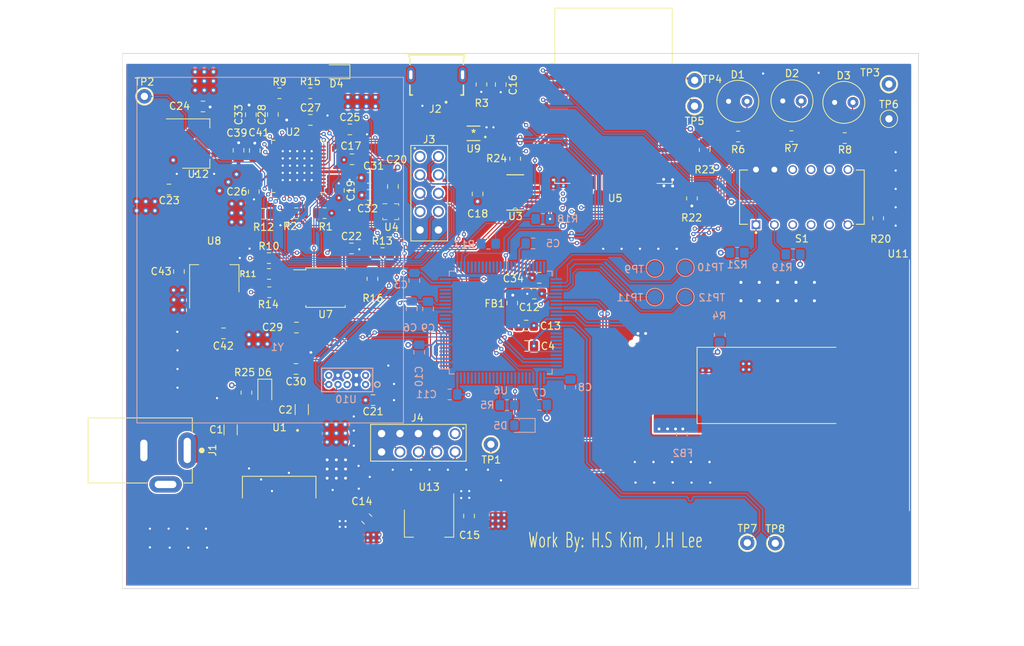
<source format=kicad_pcb>
(kicad_pcb (version 20171130) (host pcbnew "(5.1.9)-1")
  (layers (0 Top signal) (1 Gnd power) (2 Power power) (31 Bottom signal) (34 B.Paste user hide) (35 F.Paste user hide) (36 B.SilkS user) (37 F.SilkS user) (38 B.Mask user) (39 F.Mask user hide) (44 Edge.Cuts user))
  (net 0 "")
  (net 1 GND)
  (net 2 +3V3)
  (net 3 "Net-(J1-Pad3)")
  (net 4 /SCL)
  (net 5 /SDA)
  (net 6 "Net-(U6-Pad99)")
  (net 7 "Net-(U6-Pad98)")
  (net 8 "Net-(U6-Pad97)")
  (net 9 "Net-(U6-Pad96)")
  (net 10 "Net-(U6-Pad95)")
  (net 11 "Net-(U6-Pad94)")
  (net 12 "Net-(U6-Pad93)")
  (net 13 "Net-(U6-Pad92)")
  (net 14 "Net-(U6-Pad91)")
  (net 15 "Net-(U6-Pad90)")
  (net 16 "Net-(U6-Pad89)")
  (net 17 "Net-(U6-Pad88)")
  (net 18 "Net-(U6-Pad86)")
  (net 19 "Net-(U6-Pad85)")
  (net 20 "Net-(U6-Pad83)")
  (net 21 "Net-(U6-Pad82)")
  (net 22 "Net-(U6-Pad81)")
  (net 23 "Net-(U6-Pad80)")
  (net 24 "Net-(U6-Pad72)")
  (net 25 "Net-(U6-Pad70)")
  (net 26 "Net-(U6-Pad69)")
  (net 27 "Net-(U6-Pad68)")
  (net 28 "Net-(U6-Pad67)")
  (net 29 "Net-(U6-Pad66)")
  (net 30 "Net-(U6-Pad50)")
  (net 31 "Net-(U6-Pad49)")
  (net 32 "Net-(U6-Pad48)")
  (net 33 "Net-(U6-Pad47)")
  (net 34 "Net-(U6-Pad46)")
  (net 35 "Net-(U6-Pad42)")
  (net 36 "Net-(U6-Pad41)")
  (net 37 "Net-(U6-Pad40)")
  (net 38 "Net-(U6-Pad39)")
  (net 39 "Net-(U6-Pad38)")
  (net 40 "Net-(U6-Pad37)")
  (net 41 "Net-(U6-Pad36)")
  (net 42 "Net-(U6-Pad35)")
  (net 43 "Net-(U6-Pad34)")
  (net 44 "Net-(U6-Pad33)")
  (net 45 "Net-(U6-Pad32)")
  (net 46 "Net-(U6-Pad31)")
  (net 47 "Net-(U6-Pad30)")
  (net 48 "Net-(U6-Pad29)")
  (net 49 "Net-(U6-Pad22)")
  (net 50 "Net-(U6-Pad21)")
  (net 51 "Net-(U6-Pad20)")
  (net 52 "Net-(U6-Pad19)")
  (net 53 "Net-(U6-Pad15)")
  (net 54 "Net-(U6-Pad14)")
  (net 55 "Net-(U6-Pad13)")
  (net 56 "Net-(U6-Pad12)")
  (net 57 "Net-(U6-Pad11)")
  (net 58 "Net-(U6-Pad6)")
  (net 59 "Net-(U6-Pad5)")
  (net 60 "Net-(U6-Pad4)")
  (net 61 /STM32F469VET/VCAP_1)
  (net 62 /STM32F469VET/VCAP_2)
  (net 63 /STM32F469VET/VCAPDSI)
  (net 64 "Net-(C16-Pad1)")
  (net 65 "Net-(J2-Pad4)")
  (net 66 /STM32F469VET/DSI_D1N)
  (net 67 /STM32F469VET/DSI_D1P)
  (net 68 /STM32F469VET/USB_OTG_FS_DP)
  (net 69 /STM32F469VET/USB_OTG_FS_VBUS)
  (net 70 +1V2)
  (net 71 "Net-(D1-Pad2)")
  (net 72 "Net-(D2-Pad2)")
  (net 73 "Net-(D3-Pad2)")
  (net 74 /STM32F469VET/USB_OTG_FS_DN)
  (net 75 /ICE40UP/LED_RED)
  (net 76 /ICE40UP/LED_GREEN)
  (net 77 /ICE40UP/LED_BLUE)
  (net 78 /ICE40UP/SF_SPI_DI)
  (net 79 /ICE40UP/SF_SPI_SS)
  (net 80 /ICE40UP/SF_SPI_SCK)
  (net 81 /ICE40UP/SF_SPI_DO)
  (net 82 /ICE40UP/CDONE)
  (net 83 /ICE40UP/SST_HOLD)
  (net 84 /ICE40UP/SST_WP)
  (net 85 "Net-(U9-Pad4)")
  (net 86 /STM32F469VET/USB_DP)
  (net 87 /STM32F469VET/USB_DN)
  (net 88 "Net-(S1-Pad9)")
  (net 89 "Net-(S1-Pad8)")
  (net 90 /WIFI/EN)
  (net 91 "Net-(S1-Pad5)")
  (net 92 "Net-(S1-Pad4)")
  (net 93 /WIFI/PROG_N)
  (net 94 /WIFI/RST_N)
  (net 95 /WIFI/UART_TXD)
  (net 96 /WIFI/UART_RXD)
  (net 97 "Net-(U5-Pad20)")
  (net 98 "Net-(U5-Pad19)")
  (net 99 "Net-(R23-Pad2)")
  (net 100 /WIFI/HSPI_CS)
  (net 101 "Net-(U5-Pad12)")
  (net 102 "Net-(U5-Pad11)")
  (net 103 /WIFI/HSPI_MOSI)
  (net 104 /WIFI/HSPI_MISO)
  (net 105 /WIFI/HSPI_SCK)
  (net 106 "Net-(U5-Pad4)")
  (net 107 "Net-(U5-Pad2)")
  (net 108 /STM32F469VET/SPI_MOSI)
  (net 109 /STM32F469VET/SPI_MISO)
  (net 110 /temp_alert)
  (net 111 "Net-(U2-Pad43)")
  (net 112 "Net-(U2-Pad34)")
  (net 113 "Net-(U2-Pad32)")
  (net 114 "Net-(U2-Pad31)")
  (net 115 "Net-(U2-Pad28)")
  (net 116 /ICE40UP/spi_miso)
  (net 117 /ICE40UP/spi_sck)
  (net 118 /ICE40UP/spi_cs)
  (net 119 /ICE40UP/spi_mosi)
  (net 120 "Net-(U2-Pad21)")
  (net 121 "Net-(U2-Pad20)")
  (net 122 "Net-(U2-Pad19)")
  (net 123 "Net-(U2-Pad18)")
  (net 124 "Net-(U2-Pad13)")
  (net 125 "Net-(U2-Pad12)")
  (net 126 "Net-(U2-Pad11)")
  (net 127 "Net-(U2-Pad10)")
  (net 128 "Net-(U2-Pad9)")
  (net 129 "Net-(U2-Pad48)")
  (net 130 "Net-(U2-Pad45)")
  (net 131 "Net-(U2-Pad44)")
  (net 132 "Net-(U2-Pad4)")
  (net 133 "Net-(U2-Pad3)")
  (net 134 "Net-(U2-Pad2)")
  (net 135 /ice_tck)
  (net 136 /ice_tdo)
  (net 137 /ice_crst_b)
  (net 138 /swclk)
  (net 139 "Net-(U11-Pad1)")
  (net 140 "Net-(U11-Pad3)")
  (net 141 "Net-(U11-Pad5)")
  (net 142 "Net-(U11-Pad11)")
  (net 143 "Net-(U11-Pad12)")
  (net 144 /DSI_D0P)
  (net 145 /DSI_D0N)
  (net 146 /ice_tdi)
  (net 147 +5V)
  (net 148 +2V5)
  (net 149 "Net-(R13-Pad1)")
  (net 150 "Net-(R12-Pad1)")
  (net 151 +12V)
  (net 152 GND1)
  (net 153 "Net-(R4-Pad1)")
  (net 154 /lcd_reset)
  (net 155 "Net-(TP1-Pad1)")
  (net 156 GND2)
  (net 157 /RCC_OSC_IN)
  (net 158 /DSI_CLN)
  (net 159 /DSI_CLP)
  (net 160 /RCC_OSC_OUT)
  (net 161 "Net-(R15-Pad2)")
  (net 162 /ICE40UP/ICE_CLK)
  (net 163 "Net-(U6-Pad1)")
  (net 164 /ice_tms)
  (net 165 "Net-(S1-Pad10)")
  (net 166 "Net-(S1-Pad3)")
  (net 167 /swdio)
  (net 168 "Net-(U10-Pad6)")
  (net 169 "Net-(U10-Pad5)")
  (net 170 "Net-(U10-Pad10)")
  (net 171 "Net-(D5-Pad2)")
  (net 172 "Net-(R5-Pad2)")
  (net 173 "Net-(TP9-Pad1)")
  (net 174 "Net-(TP10-Pad1)")
  (net 175 "Net-(TP11-Pad1)")
  (net 176 "Net-(TP12-Pad1)")
  (net 177 "Net-(D6-Pad2)")
  (net 178 "Net-(J3-Pad1)")
  (module Resistor_SMD:R_0805_2012Metric_Pad1.20x1.40mm_HandSolder (layer Top) (at 115.824 116.586 270)
    (fp_text reference R25 (at -2.794 0.254 180) (layer F.SilkS))
    (fp_text value 1k)
    (pad 2 smd roundrect (at 1 0 270) (size 1.2 1.4) (layers Top F.Paste F.Mask) (roundrect_rratio 0.2083325) (net 177 "Net-(D6-Pad2)"))
    (pad 1 smd roundrect (at -1 0 270) (size 1.2 1.4) (layers Top F.Paste F.Mask) (roundrect_rratio 0.2083325) (net 2 +3V3))
  )
  (module LED_SMD:LED_0805_2012Metric_Pad1.15x1.40mm_HandSolder (layer Top) (at 118.364 116.586 270)
    (fp_text reference D6 (at -2.794 0 180) (layer F.SilkS))
    (fp_text value LED)
    (pad 2 smd roundrect (at 1.025 0 270) (size 1.15 1.4) (layers Top F.Paste F.Mask) (roundrect_rratio 0.2173904347826087) (net 177 "Net-(D6-Pad2)"))
    (pad 1 smd roundrect (at -1.025 0 270) (size 1.15 1.4) (layers Top F.Paste F.Mask) (roundrect_rratio 0.2173904347826087) (net 1 GND))
  )
  (module TestPoint:TestPoint_THTPad_D2.0mm_Drill1.0mm (layer Top) (at 188.8998 137.414)
    (fp_text reference TP8 (at 0 -1.998) (layer F.SilkS))
    (fp_text value TestPoint)
    (pad 1 thru_hole circle (at 0 0) (size 2 2) (drill 1) (layers *.Cu *.Mask) (net 67 /STM32F469VET/DSI_D1P))
  )
  (module TestPoint:TestPoint_THTPad_D2.0mm_Drill1.0mm (layer Top) (at 185.039 137.3632)
    (fp_text reference TP7 (at 0 -1.998) (layer F.SilkS))
    (fp_text value TestPoint)
    (pad 1 thru_hole circle (at 0 0) (size 2 2) (drill 1) (layers *.Cu *.Mask) (net 66 /STM32F469VET/DSI_D1N))
  )
  (module Capacitor_SMD:C_0805_2012Metric_Pad1.18x1.45mm_HandSolder (layer Top) (at 156.2862 100.711)
    (fp_text reference C34 (at -3.5814 0.1016) (layer F.SilkS))
    (fp_text value 100nF)
    (pad 2 smd roundrect (at 1.0375 0) (size 1.175 1.45) (layers Top F.Paste F.Mask) (roundrect_rratio 0.2127659574468085) (net 1 GND))
    (pad 1 smd roundrect (at -1.0375 0) (size 1.175 1.45) (layers Top F.Paste F.Mask) (roundrect_rratio 0.2127659574468085) (net 2 +3V3))
  )
  (module Capacitor_SMD:C_0805_2012Metric_Pad1.18x1.45mm_HandSolder (layer Bottom) (at 140.9192 105.0251 270)
    (fp_text reference C9 (at 2.6328 -0.01016 180) (layer B.SilkS) (effects (justify mirror)))
    (fp_text value 100nF)
    (pad 2 smd roundrect (at 1.0375 0 270) (size 1.175 1.45) (layers Bottom B.Paste B.Mask) (roundrect_rratio 0.2127659574468085) (net 1 GND))
    (pad 1 smd roundrect (at -1.0375 0 270) (size 1.175 1.45) (layers Bottom B.Paste B.Mask) (roundrect_rratio 0.2127659574468085) (net 2 +3V3))
  )
  (module Air_Pollution_Sensor:PM2008 (layer Bottom) (at 137.5194 72.9742 90)
    (fp_text reference U10 (at -44.5516 -7.9286 180) (layer B.SilkS) (effects (justify mirror)))
    (fp_text value PM2008)
    (pad 4 thru_hole circle (at -41.2242 -6.5062) (size 1 1) (drill 0.5) (layers *.Cu *.Mask) (net 1 GND))
    (pad 1 thru_hole circle (at -42.4942 -5.2362) (size 1 1) (drill 0.5) (layers *.Cu *.Mask) (net 147 +5V))
    (pad 2 thru_hole circle (at -41.2242 -5.2362) (size 1 1) (drill 0.5) (layers *.Cu *.Mask) (net 147 +5V))
    (pad 6 thru_hole circle (at -41.2242 -7.7762) (size 1 1) (drill 0.5) (layers *.Cu *.Mask) (net 168 "Net-(U10-Pad6)"))
    (pad 7 thru_hole circle (at -42.4942 -9.0462) (size 1 1) (drill 0.5) (layers *.Cu *.Mask) (net 5 /SDA))
    (pad 5 thru_hole circle (at -42.4942 -7.7762) (size 1 1) (drill 0.5) (layers *.Cu *.Mask) (net 169 "Net-(U10-Pad5)"))
    (pad 8 thru_hole circle (at -41.2242 -9.0462) (size 1 1) (drill 0.5) (layers *.Cu *.Mask) (net 1 GND))
    (pad 9 thru_hole circle (at -42.4942 -10.3162) (size 1 1) (drill 0.5) (layers *.Cu *.Mask) (net 4 /SCL))
    (pad 3 thru_hole circle (at -42.4942 -6.5062) (size 1 1) (drill 0.5) (layers *.Cu *.Mask) (net 1 GND))
    (pad 10 thru_hole circle (at -41.2242 -10.3162) (size 1 1) (drill 0.5) (layers *.Cu *.Mask) (net 170 "Net-(U10-Pad10)"))
  )
  (module Capacitor_SMD:C_0805_2012Metric_Pad1.18x1.45mm_HandSolder (layer Top) (at 133.3207 117.6274)
    (fp_text reference C21 (at 0 1.5748) (layer F.SilkS))
    (fp_text value 0.1uF)
    (pad 2 smd roundrect (at 1.0375 0) (size 1.175 1.45) (layers Top F.Paste F.Mask) (roundrect_rratio 0.2127659574468085) (net 1 GND))
    (pad 1 smd roundrect (at -1.0375 0) (size 1.175 1.45) (layers Top F.Paste F.Mask) (roundrect_rratio 0.2127659574468085) (net 147 +5V))
  )
  (module TestPoint:TestPoint_Pad_D2.0mm (layer Bottom) (at 176.4792 103.378)
    (fp_text reference TP12 (at 3.6576 0.0762) (layer B.SilkS) (effects (justify mirror)))
    (fp_text value TestPoint)
    (pad 1 smd circle (at 0 0) (size 2 2) (layers Bottom B.Mask) (net 176 "Net-(TP12-Pad1)"))
  )
  (module TestPoint:TestPoint_Pad_D2.0mm (layer Bottom) (at 172.2628 103.378)
    (fp_text reference TP11 (at -3.4544 0.0762) (layer B.SilkS) (effects (justify mirror)))
    (fp_text value TestPoint)
    (pad 1 smd circle (at 0 0) (size 2 2) (layers Bottom B.Mask) (net 175 "Net-(TP11-Pad1)"))
  )
  (module TestPoint:TestPoint_Pad_D2.0mm (layer Bottom) (at 176.4792 99.314)
    (fp_text reference TP10 (at 3.4798 -0.0508) (layer B.SilkS) (effects (justify mirror)))
    (fp_text value TestPoint)
    (pad 1 smd circle (at 0 0) (size 2 2) (layers Bottom B.Mask) (net 174 "Net-(TP10-Pad1)"))
  )
  (module TestPoint:TestPoint_Pad_D2.0mm (layer Bottom) (at 172.2628 99.4156)
    (fp_text reference TP9 (at -2.8702 0.127) (layer B.SilkS) (effects (justify mirror)))
    (fp_text value TestPoint)
    (pad 1 smd circle (at 0 0) (size 2 2) (layers Bottom B.Mask) (net 173 "Net-(TP9-Pad1)"))
  )
  (module Air_Pollution_Sensor:ECMF02-2AMX6 (layer Top) (at 147.2057 80.7339 180)
    (fp_text reference U9 (at -0.0127 -2.1209 180) (layer F.SilkS))
    (fp_text value ECMF02-2AMX6)
    (fp_text user * (at 0 0 180) (layer F.SilkS))
    (pad 1 smd rect (at -0.6731 -0.499999 180) (size 0.8128 0.254) (layers Top F.Paste F.Mask) (net 68 /STM32F469VET/USB_OTG_FS_DP))
    (pad 2 smd rect (at -0.6731 0 180) (size 0.8128 0.254) (layers Top F.Paste F.Mask) (net 74 /STM32F469VET/USB_OTG_FS_DN))
    (pad 3 smd rect (at -0.6731 0.499999 180) (size 0.8128 0.254) (layers Top F.Paste F.Mask) (net 1 GND))
    (pad 4 smd rect (at 0.6731 0.499999 180) (size 0.8128 0.254) (layers Top F.Paste F.Mask) (net 85 "Net-(U9-Pad4)"))
    (pad 5 smd rect (at 0.6731 0 180) (size 0.8128 0.254) (layers Top F.Paste F.Mask) (net 87 /STM32F469VET/USB_DN))
    (pad 6 smd rect (at 0.6731 -0.499999 180) (size 0.8128 0.254) (layers Top F.Paste F.Mask) (net 86 /STM32F469VET/USB_DP))
  )
  (module Capacitor_SMD:C_0805_2012Metric_Pad1.18x1.45mm_HandSolder (layer Top) (at 132.7746 89.25052)
    (fp_text reference C32 (at -0.212 1.88468) (layer F.SilkS))
    (fp_text value 1uF)
    (pad 2 smd roundrect (at 1.0375 0) (size 1.175 1.45) (layers Top F.Paste F.Mask) (roundrect_rratio 0.2127659574468085) (net 1 GND))
    (pad 1 smd roundrect (at -1.0375 0) (size 1.175 1.45) (layers Top F.Paste F.Mask) (roundrect_rratio 0.2127659574468085) (net 70 +1V2))
  )
  (module Capacitor_SMD:C_0805_2012Metric_Pad1.18x1.45mm_HandSolder (layer Top) (at 132.776799 86.895941)
    (fp_text reference C31 (at 0.624001 -1.653541) (layer F.SilkS))
    (fp_text value 10nF)
    (pad 2 smd roundrect (at 1.0375 0) (size 1.175 1.45) (layers Top F.Paste F.Mask) (roundrect_rratio 0.2127659574468085) (net 1 GND))
    (pad 1 smd roundrect (at -1.0375 0) (size 1.175 1.45) (layers Top F.Paste F.Mask) (roundrect_rratio 0.2127659574468085) (net 70 +1V2))
  )
  (module Resistor_SMD:R_0805_2012Metric_Pad1.20x1.40mm_HandSolder (layer Bottom) (at 151.83358 118.32082 180)
    (fp_text reference R5 (at 2.73558 0.00762) (layer B.SilkS) (effects (justify mirror)))
    (fp_text value 1k)
    (pad 2 smd roundrect (at 1 0 180) (size 1.2 1.4) (layers Bottom B.Paste B.Mask) (roundrect_rratio 0.2083325) (net 172 "Net-(R5-Pad2)"))
    (pad 1 smd roundrect (at -1 0 180) (size 1.2 1.4) (layers Bottom B.Paste B.Mask) (roundrect_rratio 0.2083325) (net 171 "Net-(D5-Pad2)"))
  )
  (module LED_SMD:LED_0805_2012Metric_Pad1.15x1.40mm_HandSolder (layer Bottom) (at 153.86188 121.1199 180)
    (fp_text reference D5 (at 2.93508 -0.0381) (layer B.SilkS) (effects (justify mirror)))
    (fp_text value LED)
    (pad 2 smd roundrect (at 1.025 0 180) (size 1.15 1.4) (layers Bottom B.Paste B.Mask) (roundrect_rratio 0.2173904347826087) (net 171 "Net-(D5-Pad2)"))
    (pad 1 smd roundrect (at -1.025 0 180) (size 1.15 1.4) (layers Bottom B.Paste B.Mask) (roundrect_rratio 0.2173904347826087) (net 1 GND))
  )
  (module TestPoint:TestPoint_THTPad_D2.0mm_Drill1.0mm (layer Top) (at 204.60716 78.72476)
    (fp_text reference TP6 (at 0 -1.998) (layer F.SilkS))
    (fp_text value TestPoint)
    (pad 1 thru_hole circle (at 0 0) (size 2 2) (drill 1) (layers *.Cu *.Mask) (net 1 GND))
  )
  (module TestPoint:TestPoint_THTPad_D2.0mm_Drill1.0mm (layer Top) (at 177.74412 76.96962)
    (fp_text reference TP5 (at 0.00508 2.07518) (layer F.SilkS))
    (fp_text value TestPoint)
    (pad 1 thru_hole circle (at 0 0) (size 2 2) (drill 1) (layers *.Cu *.Mask) (net 96 /WIFI/UART_RXD))
  )
  (module TestPoint:TestPoint_THTPad_D2.0mm_Drill1.0mm (layer Top) (at 177.76444 73.40092)
    (fp_text reference TP4 (at 2.42316 -0.14732) (layer F.SilkS))
    (fp_text value TestPoint)
    (pad 1 thru_hole circle (at 0 0) (size 2 2) (drill 1) (layers *.Cu *.Mask) (net 95 /WIFI/UART_TXD))
  )
  (module TestPoint:TestPoint_THTPad_D2.0mm_Drill1.0mm (layer Top) (at 204.60716 73.92924)
    (fp_text reference TP3 (at -2.60096 -1.59004) (layer F.SilkS))
    (fp_text value TestPoint)
    (pad 1 thru_hole circle (at 0 0) (size 2 2) (drill 1) (layers *.Cu *.Mask) (net 2 +3V3))
  )
  (module TestPoint:TestPoint_THTPad_D2.0mm_Drill1.0mm (layer Top) (at 101.727 75.6158)
    (fp_text reference TP2 (at 0 -1.998) (layer F.SilkS))
    (fp_text value TestPoint)
    (pad 1 thru_hole circle (at 0 0) (size 2 2) (drill 1) (layers *.Cu *.Mask) (net 162 /ICE40UP/ICE_CLK))
  )
  (module TestPoint:TestPoint_THTPad_D2.0mm_Drill1.0mm (layer Top) (at 149.60854 123.73864)
    (fp_text reference TP1 (at 0.04826 2.14376) (layer F.SilkS))
    (fp_text value TestPoint)
    (pad 1 thru_hole circle (at 0 0) (size 2 2) (drill 1) (layers *.Cu *.Mask) (net 155 "Net-(TP1-Pad1)"))
  )
  (module LED_SMD:LED_0805_2012Metric_Pad1.15x1.40mm_HandSolder (layer Top) (at 128.2573 72.21474 180)
    (fp_text reference D4 (at 0 -1.65) (layer F.SilkS))
    (fp_text value LED)
    (pad 2 smd roundrect (at 1.025 0 180) (size 1.15 1.4) (layers Top F.Paste F.Mask) (roundrect_rratio 0.2173904347826087) (net 82 /ICE40UP/CDONE))
    (pad 1 smd roundrect (at -1.025 0 180) (size 1.15 1.4) (layers Top F.Paste F.Mask) (roundrect_rratio 0.2173904347826087) (net 1 GND))
  )
  (module Package_TO_SOT_SMD:SOT-223-3_TabPin2 (layer Top) (at 111.38408 100.80244 90)
    (fp_text reference U8 (at 5.19684 -0.03048 180) (layer F.SilkS))
    (fp_text value LD1117S12TR_SOT223)
    (pad 1 smd rect (at -3.15 -2.3 90) (size 2 1.5) (layers Top F.Paste F.Mask) (net 1 GND))
    (pad 3 smd rect (at -3.15 2.3 90) (size 2 1.5) (layers Top F.Paste F.Mask) (net 2 +3V3))
    (pad 2 smd rect (at -3.15 0 90) (size 2 1.5) (layers Top F.Paste F.Mask) (net 70 +1V2))
    (pad 2 smd rect (at 3.15 0 90) (size 2 3.8) (layers Top F.Paste F.Mask) (net 70 +1V2))
  )
  (module Air_Pollution_Sensor:61301021821 (layer Top) (at 139.58316 123.52528 180)
    (fp_text reference J4 (at 0.13716 3.43408) (layer F.SilkS))
    (fp_text value 61301021821)
    (pad 10 thru_hole circle (at 5.08 -1.27 180) (size 1.53 1.53) (drill 1.02) (layers *.Cu *.Mask) (net 1 GND))
    (pad 9 thru_hole circle (at 5.08 1.27 180) (size 1.53 1.53) (drill 1.02) (layers *.Cu *.Mask) (net 1 GND))
    (pad 8 thru_hole circle (at 2.54 -1.27 180) (size 1.53 1.53) (drill 1.02) (layers *.Cu *.Mask) (net 81 /ICE40UP/SF_SPI_DO))
    (pad 7 thru_hole circle (at 2.54 1.27 180) (size 1.53 1.53) (drill 1.02) (layers *.Cu *.Mask) (net 1 GND))
    (pad 6 thru_hole circle (at 0 -1.27 180) (size 1.53 1.53) (drill 1.02) (layers *.Cu *.Mask) (net 78 /ICE40UP/SF_SPI_DI))
    (pad 5 thru_hole circle (at 0 1.27 180) (size 1.53 1.53) (drill 1.02) (layers *.Cu *.Mask) (net 1 GND))
    (pad 3 thru_hole circle (at -2.54 1.27 180) (size 1.53 1.53) (drill 1.02) (layers *.Cu *.Mask) (net 1 GND))
    (pad 1 thru_hole circle (at -5.08 1.27 180) (size 1.53 1.53) (drill 1.02) (layers *.Cu *.Mask) (net 2 +3V3))
    (pad 4 thru_hole circle (at -2.54 -1.27 180) (size 1.53 1.53) (drill 1.02) (layers *.Cu *.Mask) (net 80 /ICE40UP/SF_SPI_SCK))
    (pad 2 thru_hole circle (at -5.08 -1.27 180) (size 1.53 1.53) (drill 1.02) (layers *.Cu *.Mask) (net 79 /ICE40UP/SF_SPI_SS))
  )
  (module Air_Pollution_Sensor:61301021821 (layer Top) (at 141.0843 89.0143 270)
    (fp_text reference J3 (at -7.4295 0.0127 180) (layer F.SilkS))
    (fp_text value 61301021821)
    (pad 10 thru_hole circle (at 5.08 -1.27 270) (size 1.53 1.53) (drill 1.02) (layers *.Cu *.Mask) (net 1 GND))
    (pad 9 thru_hole circle (at 5.08 1.27 270) (size 1.53 1.53) (drill 1.02) (layers *.Cu *.Mask) (net 1 GND))
    (pad 8 thru_hole circle (at 2.54 -1.27 270) (size 1.53 1.53) (drill 1.02) (layers *.Cu *.Mask) (net 164 /ice_tms))
    (pad 7 thru_hole circle (at 2.54 1.27 270) (size 1.53 1.53) (drill 1.02) (layers *.Cu *.Mask) (net 137 /ice_crst_b))
    (pad 6 thru_hole circle (at 0 -1.27 270) (size 1.53 1.53) (drill 1.02) (layers *.Cu *.Mask) (net 146 /ice_tdi))
    (pad 5 thru_hole circle (at 0 1.27 270) (size 1.53 1.53) (drill 1.02) (layers *.Cu *.Mask) (net 138 /swclk))
    (pad 3 thru_hole circle (at -2.54 1.27 270) (size 1.53 1.53) (drill 1.02) (layers *.Cu *.Mask) (net 167 /swdio))
    (pad 1 thru_hole circle (at -5.08 1.27 270) (size 1.53 1.53) (drill 1.02) (layers *.Cu *.Mask) (net 178 "Net-(J3-Pad1)"))
    (pad 4 thru_hole circle (at -2.54 -1.27 270) (size 1.53 1.53) (drill 1.02) (layers *.Cu *.Mask) (net 136 /ice_tdo))
    (pad 2 thru_hole circle (at -5.08 -1.27 270) (size 1.53 1.53) (drill 1.02) (layers *.Cu *.Mask) (net 135 /ice_tck))
  )
  (module Package_QFP:LQFP-100_14x14mm_P0.5mm (layer Bottom) (at 150.96236 106.8959)
    (fp_text reference U6 (at 0 9.42) (layer B.SilkS) (effects (justify mirror)))
    (fp_text value STM32F469VETx)
    (pad 100 smd roundrect (at -6 7.675) (size 0.3 1.6) (layers Bottom B.Paste B.Mask) (net 2 +3V3))
    (pad 99 smd roundrect (at -5.5 7.675) (size 0.3 1.6) (layers Bottom B.Paste B.Mask) (net 6 "Net-(U6-Pad99)"))
    (pad 98 smd roundrect (at -5 7.675) (size 0.3 1.6) (layers Bottom B.Paste B.Mask) (net 7 "Net-(U6-Pad98)"))
    (pad 97 smd roundrect (at -4.5 7.675) (size 0.3 1.6) (layers Bottom B.Paste B.Mask) (net 8 "Net-(U6-Pad97)"))
    (pad 96 smd roundrect (at -4 7.675) (size 0.3 1.6) (layers Bottom B.Paste B.Mask) (net 9 "Net-(U6-Pad96)"))
    (pad 95 smd roundrect (at -3.5 7.675) (size 0.3 1.6) (layers Bottom B.Paste B.Mask) (net 10 "Net-(U6-Pad95)"))
    (pad 94 smd roundrect (at -3 7.675) (size 0.3 1.6) (layers Bottom B.Paste B.Mask) (net 11 "Net-(U6-Pad94)"))
    (pad 93 smd roundrect (at -2.5 7.675) (size 0.3 1.6) (layers Bottom B.Paste B.Mask) (net 12 "Net-(U6-Pad93)"))
    (pad 92 smd roundrect (at -2 7.675) (size 0.3 1.6) (layers Bottom B.Paste B.Mask) (net 13 "Net-(U6-Pad92)"))
    (pad 91 smd roundrect (at -1.5 7.675) (size 0.3 1.6) (layers Bottom B.Paste B.Mask) (net 14 "Net-(U6-Pad91)"))
    (pad 90 smd roundrect (at -1 7.675) (size 0.3 1.6) (layers Bottom B.Paste B.Mask) (net 15 "Net-(U6-Pad90)"))
    (pad 89 smd roundrect (at -0.5 7.675) (size 0.3 1.6) (layers Bottom B.Paste B.Mask) (net 16 "Net-(U6-Pad89)"))
    (pad 88 smd roundrect (at 0 7.675) (size 0.3 1.6) (layers Bottom B.Paste B.Mask) (net 17 "Net-(U6-Pad88)"))
    (pad 87 smd roundrect (at 0.5 7.675) (size 0.3 1.6) (layers Bottom B.Paste B.Mask) (net 172 "Net-(R5-Pad2)"))
    (pad 86 smd roundrect (at 1 7.675) (size 0.3 1.6) (layers Bottom B.Paste B.Mask) (net 18 "Net-(U6-Pad86)"))
    (pad 85 smd roundrect (at 1.5 7.675) (size 0.3 1.6) (layers Bottom B.Paste B.Mask) (net 19 "Net-(U6-Pad85)"))
    (pad 84 smd roundrect (at 2 7.675) (size 0.3 1.6) (layers Bottom B.Paste B.Mask) (net 154 /lcd_reset))
    (pad 83 smd roundrect (at 2.5 7.675) (size 0.3 1.6) (layers Bottom B.Paste B.Mask) (net 20 "Net-(U6-Pad83)"))
    (pad 82 smd roundrect (at 3 7.675) (size 0.3 1.6) (layers Bottom B.Paste B.Mask) (net 21 "Net-(U6-Pad82)"))
    (pad 81 smd roundrect (at 3.5 7.675) (size 0.3 1.6) (layers Bottom B.Paste B.Mask) (net 22 "Net-(U6-Pad81)"))
    (pad 80 smd roundrect (at 4 7.675) (size 0.3 1.6) (layers Bottom B.Paste B.Mask) (net 23 "Net-(U6-Pad80)"))
    (pad 79 smd roundrect (at 4.5 7.675) (size 0.3 1.6) (layers Bottom B.Paste B.Mask) (net 138 /swclk))
    (pad 78 smd roundrect (at 5 7.675) (size 0.3 1.6) (layers Bottom B.Paste B.Mask) (net 1 GND))
    (pad 77 smd roundrect (at 5.5 7.675) (size 0.3 1.6) (layers Bottom B.Paste B.Mask) (net 2 +3V3))
    (pad 76 smd roundrect (at 6 7.675) (size 0.3 1.6) (layers Bottom B.Paste B.Mask) (net 62 /STM32F469VET/VCAP_2))
    (pad 75 smd roundrect (at 7.675 6) (size 1.6 0.3) (layers Bottom B.Paste B.Mask) (net 167 /swdio))
    (pad 74 smd roundrect (at 7.675 5.5) (size 1.6 0.3) (layers Bottom B.Paste B.Mask) (net 68 /STM32F469VET/USB_OTG_FS_DP))
    (pad 73 smd roundrect (at 7.675 5) (size 1.6 0.3) (layers Bottom B.Paste B.Mask) (net 74 /STM32F469VET/USB_OTG_FS_DN))
    (pad 72 smd roundrect (at 7.675 4.5) (size 1.6 0.3) (layers Bottom B.Paste B.Mask) (net 24 "Net-(U6-Pad72)"))
    (pad 71 smd roundrect (at 7.675 4) (size 1.6 0.3) (layers Bottom B.Paste B.Mask) (net 69 /STM32F469VET/USB_OTG_FS_VBUS))
    (pad 70 smd roundrect (at 7.675 3.5) (size 1.6 0.3) (layers Bottom B.Paste B.Mask) (net 25 "Net-(U6-Pad70)"))
    (pad 69 smd roundrect (at 7.675 3) (size 1.6 0.3) (layers Bottom B.Paste B.Mask) (net 26 "Net-(U6-Pad69)"))
    (pad 68 smd roundrect (at 7.675 2.5) (size 1.6 0.3) (layers Bottom B.Paste B.Mask) (net 27 "Net-(U6-Pad68)"))
    (pad 67 smd roundrect (at 7.675 2) (size 1.6 0.3) (layers Bottom B.Paste B.Mask) (net 28 "Net-(U6-Pad67)"))
    (pad 66 smd roundrect (at 7.675 1.5) (size 1.6 0.3) (layers Bottom B.Paste B.Mask) (net 29 "Net-(U6-Pad66)"))
    (pad 65 smd roundrect (at 7.675 1) (size 1.6 0.3) (layers Bottom B.Paste B.Mask) (net 2 +3V3))
    (pad 64 smd roundrect (at 7.675 0.5) (size 1.6 0.3) (layers Bottom B.Paste B.Mask) (net 66 /STM32F469VET/DSI_D1N))
    (pad 63 smd roundrect (at 7.675 0) (size 1.6 0.3) (layers Bottom B.Paste B.Mask) (net 67 /STM32F469VET/DSI_D1P))
    (pad 62 smd roundrect (at 7.675 -0.5) (size 1.6 0.3) (layers Bottom B.Paste B.Mask) (net 63 /STM32F469VET/VCAPDSI))
    (pad 61 smd roundrect (at 7.675 -1) (size 1.6 0.3) (layers Bottom B.Paste B.Mask) (net 158 /DSI_CLN))
    (pad 60 smd roundrect (at 7.675 -1.5) (size 1.6 0.3) (layers Bottom B.Paste B.Mask) (net 159 /DSI_CLP))
    (pad 59 smd roundrect (at 7.675 -2) (size 1.6 0.3) (layers Bottom B.Paste B.Mask) (net 152 GND1))
    (pad 58 smd roundrect (at 7.675 -2.5) (size 1.6 0.3) (layers Bottom B.Paste B.Mask) (net 145 /DSI_D0N))
    (pad 57 smd roundrect (at 7.675 -3) (size 1.6 0.3) (layers Bottom B.Paste B.Mask) (net 144 /DSI_D0P))
    (pad 56 smd roundrect (at 7.675 -3.5) (size 1.6 0.3) (layers Bottom B.Paste B.Mask) (net 63 /STM32F469VET/VCAPDSI))
    (pad 55 smd roundrect (at 7.675 -4) (size 1.6 0.3) (layers Bottom B.Paste B.Mask) (net 2 +3V3))
    (pad 54 smd roundrect (at 7.675 -4.5) (size 1.6 0.3) (layers Bottom B.Paste B.Mask) (net 176 "Net-(TP12-Pad1)"))
    (pad 53 smd roundrect (at 7.675 -5) (size 1.6 0.3) (layers Bottom B.Paste B.Mask) (net 175 "Net-(TP11-Pad1)"))
    (pad 52 smd roundrect (at 7.675 -5.5) (size 1.6 0.3) (layers Bottom B.Paste B.Mask) (net 174 "Net-(TP10-Pad1)"))
    (pad 51 smd roundrect (at 7.675 -6) (size 1.6 0.3) (layers Bottom B.Paste B.Mask) (net 173 "Net-(TP9-Pad1)"))
    (pad 50 smd roundrect (at 6 -7.675) (size 0.3 1.6) (layers Bottom B.Paste B.Mask) (net 30 "Net-(U6-Pad50)"))
    (pad 49 smd roundrect (at 5.5 -7.675) (size 0.3 1.6) (layers Bottom B.Paste B.Mask) (net 31 "Net-(U6-Pad49)"))
    (pad 48 smd roundrect (at 5 -7.675) (size 0.3 1.6) (layers Bottom B.Paste B.Mask) (net 32 "Net-(U6-Pad48)"))
    (pad 47 smd roundrect (at 4.5 -7.675) (size 0.3 1.6) (layers Bottom B.Paste B.Mask) (net 33 "Net-(U6-Pad47)"))
    (pad 46 smd roundrect (at 4 -7.675) (size 0.3 1.6) (layers Bottom B.Paste B.Mask) (net 34 "Net-(U6-Pad46)"))
    (pad 45 smd roundrect (at 3.5 -7.675) (size 0.3 1.6) (layers Bottom B.Paste B.Mask) (net 2 +3V3))
    (pad 44 smd roundrect (at 3 -7.675) (size 0.3 1.6) (layers Bottom B.Paste B.Mask) (net 1 GND))
    (pad 43 smd roundrect (at 2.5 -7.675) (size 0.3 1.6) (layers Bottom B.Paste B.Mask) (net 61 /STM32F469VET/VCAP_1))
    (pad 42 smd roundrect (at 2 -7.675) (size 0.3 1.6) (layers Bottom B.Paste B.Mask) (net 35 "Net-(U6-Pad42)"))
    (pad 41 smd roundrect (at 1.5 -7.675) (size 0.3 1.6) (layers Bottom B.Paste B.Mask) (net 36 "Net-(U6-Pad41)"))
    (pad 40 smd roundrect (at 1 -7.675) (size 0.3 1.6) (layers Bottom B.Paste B.Mask) (net 37 "Net-(U6-Pad40)"))
    (pad 39 smd roundrect (at 0.5 -7.675) (size 0.3 1.6) (layers Bottom B.Paste B.Mask) (net 38 "Net-(U6-Pad39)"))
    (pad 38 smd roundrect (at 0 -7.675) (size 0.3 1.6) (layers Bottom B.Paste B.Mask) (net 39 "Net-(U6-Pad38)"))
    (pad 37 smd roundrect (at -0.5 -7.675) (size 0.3 1.6) (layers Bottom B.Paste B.Mask) (net 40 "Net-(U6-Pad37)"))
    (pad 36 smd roundrect (at -1 -7.675) (size 0.3 1.6) (layers Bottom B.Paste B.Mask) (net 41 "Net-(U6-Pad36)"))
    (pad 35 smd roundrect (at -1.5 -7.675) (size 0.3 1.6) (layers Bottom B.Paste B.Mask) (net 42 "Net-(U6-Pad35)"))
    (pad 34 smd roundrect (at -2 -7.675) (size 0.3 1.6) (layers Bottom B.Paste B.Mask) (net 43 "Net-(U6-Pad34)"))
    (pad 33 smd roundrect (at -2.5 -7.675) (size 0.3 1.6) (layers Bottom B.Paste B.Mask) (net 44 "Net-(U6-Pad33)"))
    (pad 32 smd roundrect (at -3 -7.675) (size 0.3 1.6) (layers Bottom B.Paste B.Mask) (net 45 "Net-(U6-Pad32)"))
    (pad 31 smd roundrect (at -3.5 -7.675) (size 0.3 1.6) (layers Bottom B.Paste B.Mask) (net 46 "Net-(U6-Pad31)"))
    (pad 30 smd roundrect (at -4 -7.675) (size 0.3 1.6) (layers Bottom B.Paste B.Mask) (net 47 "Net-(U6-Pad30)"))
    (pad 29 smd roundrect (at -4.5 -7.675) (size 0.3 1.6) (layers Bottom B.Paste B.Mask) (net 48 "Net-(U6-Pad29)"))
    (pad 28 smd roundrect (at -5 -7.675) (size 0.3 1.6) (layers Bottom B.Paste B.Mask) (net 108 /STM32F469VET/SPI_MOSI))
    (pad 27 smd roundrect (at -5.5 -7.675) (size 0.3 1.6) (layers Bottom B.Paste B.Mask) (net 109 /STM32F469VET/SPI_MISO))
    (pad 26 smd roundrect (at -6 -7.675) (size 0.3 1.6) (layers Bottom B.Paste B.Mask) (net 105 /WIFI/HSPI_SCK))
    (pad 25 smd roundrect (at -7.675 -6) (size 1.6 0.3) (layers Bottom B.Paste B.Mask) (net 100 /WIFI/HSPI_CS))
    (pad 24 smd roundrect (at -7.675 -5.5) (size 1.6 0.3) (layers Bottom B.Paste B.Mask) (net 2 +3V3))
    (pad 23 smd roundrect (at -7.675 -5) (size 1.6 0.3) (layers Bottom B.Paste B.Mask) (net 1 GND))
    (pad 22 smd roundrect (at -7.675 -4.5) (size 1.6 0.3) (layers Bottom B.Paste B.Mask) (net 49 "Net-(U6-Pad22)"))
    (pad 21 smd roundrect (at -7.675 -4) (size 1.6 0.3) (layers Bottom B.Paste B.Mask) (net 50 "Net-(U6-Pad21)"))
    (pad 20 smd roundrect (at -7.675 -3.5) (size 1.6 0.3) (layers Bottom B.Paste B.Mask) (net 51 "Net-(U6-Pad20)"))
    (pad 19 smd roundrect (at -7.675 -3) (size 1.6 0.3) (layers Bottom B.Paste B.Mask) (net 52 "Net-(U6-Pad19)"))
    (pad 18 smd roundrect (at -7.675 -2.5) (size 1.6 0.3) (layers Bottom B.Paste B.Mask) (net 2 +3V3))
    (pad 17 smd roundrect (at -7.675 -2) (size 1.6 0.3) (layers Bottom B.Paste B.Mask) (net 2 +3V3))
    (pad 16 smd roundrect (at -7.675 -1.5) (size 1.6 0.3) (layers Bottom B.Paste B.Mask) (net 1 GND))
    (pad 15 smd roundrect (at -7.675 -1) (size 1.6 0.3) (layers Bottom B.Paste B.Mask) (net 53 "Net-(U6-Pad15)"))
    (pad 14 smd roundrect (at -7.675 -0.5) (size 1.6 0.3) (layers Bottom B.Paste B.Mask) (net 54 "Net-(U6-Pad14)"))
    (pad 13 smd roundrect (at -7.675 0) (size 1.6 0.3) (layers Bottom B.Paste B.Mask) (net 55 "Net-(U6-Pad13)"))
    (pad 12 smd roundrect (at -7.675 0.5) (size 1.6 0.3) (layers Bottom B.Paste B.Mask) (net 56 "Net-(U6-Pad12)"))
    (pad 11 smd roundrect (at -7.675 1) (size 1.6 0.3) (layers Bottom B.Paste B.Mask) (net 57 "Net-(U6-Pad11)"))
    (pad 10 smd roundrect (at -7.675 1.5) (size 1.6 0.3) (layers Bottom B.Paste B.Mask) (net 160 /RCC_OSC_OUT))
    (pad 9 smd roundrect (at -7.675 2) (size 1.6 0.3) (layers Bottom B.Paste B.Mask) (net 157 /RCC_OSC_IN))
    (pad 8 smd roundrect (at -7.675 2.5) (size 1.6 0.3) (layers Bottom B.Paste B.Mask) (net 2 +3V3))
    (pad 7 smd roundrect (at -7.675 3) (size 1.6 0.3) (layers Bottom B.Paste B.Mask) (net 1 GND))
    (pad 6 smd roundrect (at -7.675 3.5) (size 1.6 0.3) (layers Bottom B.Paste B.Mask) (net 58 "Net-(U6-Pad6)"))
    (pad 5 smd roundrect (at -7.675 4) (size 1.6 0.3) (layers Bottom B.Paste B.Mask) (net 59 "Net-(U6-Pad5)"))
    (pad 4 smd roundrect (at -7.675 4.5) (size 1.6 0.3) (layers Bottom B.Paste B.Mask) (net 60 "Net-(U6-Pad4)"))
    (pad 3 smd roundrect (at -7.675 5) (size 1.6 0.3) (layers Bottom B.Paste B.Mask) (net 2 +3V3))
    (pad 2 smd roundrect (at -7.675 5.5) (size 1.6 0.3) (layers Bottom B.Paste B.Mask) (net 1 GND))
    (pad 1 smd roundrect (at -7.675 6) (size 1.6 0.3) (layers Bottom B.Paste B.Mask) (net 163 "Net-(U6-Pad1)"))
  )
  (module Capacitor_SMD:C_0805_2012Metric_Pad1.18x1.45mm_HandSolder (layer Bottom) (at 155.4392 95.95104)
    (fp_text reference C5 (at 2.752 0.01016) (layer B.SilkS) (effects (justify mirror)))
    (fp_text value 2.2uF)
    (pad 2 smd roundrect (at 1.0375 0) (size 1.175 1.45) (layers Bottom B.Paste B.Mask) (roundrect_rratio 0.2127659574468085) (net 1 GND))
    (pad 1 smd roundrect (at -1.0375 0) (size 1.175 1.45) (layers Bottom B.Paste B.Mask) (roundrect_rratio 0.2127659574468085) (net 61 /STM32F469VET/VCAP_1))
  )
  (module Air_Pollution_Sensor:SOIC127P600X175-8N (layer Top) (at 152.9715 88.90508 180)
    (fp_text reference U3 (at -0.0254 -3.302) (layer F.SilkS))
    (fp_text value TCN75AVOA)
    (pad 8 smd rect (at 2.3622 -1.905 180) (size 1.9812 0.5588) (layers Top F.Paste F.Mask) (net 2 +3V3))
    (pad 7 smd rect (at 2.3622 -0.635 180) (size 1.9812 0.5588) (layers Top F.Paste F.Mask) (net 1 GND))
    (pad 6 smd rect (at 2.3622 0.635 180) (size 1.9812 0.5588) (layers Top F.Paste F.Mask) (net 1 GND))
    (pad 5 smd rect (at 2.3622 1.905 180) (size 1.9812 0.5588) (layers Top F.Paste F.Mask) (net 1 GND))
    (pad 4 smd rect (at -2.3622 1.905 180) (size 1.9812 0.5588) (layers Top F.Paste F.Mask) (net 1 GND))
    (pad 3 smd rect (at -2.3622 0.635 180) (size 1.9812 0.5588) (layers Top F.Paste F.Mask) (net 110 /temp_alert))
    (pad 2 smd rect (at -2.3622 -0.635 180) (size 1.9812 0.5588) (layers Top F.Paste F.Mask) (net 4 /SCL))
    (pad 1 smd rect (at -2.3622 -1.905 180) (size 1.9812 0.5588) (layers Top F.Paste F.Mask) (net 5 /SDA))
  )
  (module Capacitor_SMD:C_0805_2012Metric_Pad1.18x1.45mm_HandSolder (layer Top) (at 136.0678 88.0911 270)
    (fp_text reference C20 (at -3.7377 -0.508 180) (layer F.SilkS))
    (fp_text value 1uF)
    (pad 2 smd roundrect (at 1.0375 0 270) (size 1.175 1.45) (layers Top F.Paste F.Mask) (roundrect_rratio 0.2127659574468085) (net 1 GND))
    (pad 1 smd roundrect (at -1.0375 0 270) (size 1.175 1.45) (layers Top F.Paste F.Mask) (roundrect_rratio 0.2127659574468085) (net 2 +3V3))
  )
  (module Package_TO_SOT_SMD:SOT-223-3_TabPin2 (layer Top) (at 108.85678 82.14106)
    (fp_text reference U12 (at 0.31242 4.21894) (layer F.SilkS))
    (fp_text value LD1117S25TR_SOT223)
    (pad 1 smd rect (at -3.15 -2.3) (size 2 1.5) (layers Top F.Paste F.Mask) (net 1 GND))
    (pad 3 smd rect (at -3.15 2.3) (size 2 1.5) (layers Top F.Paste F.Mask) (net 147 +5V))
    (pad 2 smd rect (at -3.15 0) (size 2 1.5) (layers Top F.Paste F.Mask) (net 148 +2V5))
    (pad 2 smd rect (at 3.15 0) (size 2 3.8) (layers Top F.Paste F.Mask) (net 148 +2V5))
  )
  (module Package_SO:SOIC-8_5.23x5.23mm_P1.27mm (layer Top) (at 126.75362 102.07244)
    (fp_text reference U7 (at 0 3.69316) (layer F.SilkS))
    (fp_text value W25Q32JVSS)
    (pad 8 smd roundrect (at 3.6 -1.905) (size 1.6 0.6) (layers Top F.Paste F.Mask) (net 2 +3V3))
    (pad 7 smd roundrect (at 3.6 -0.635) (size 1.6 0.6) (layers Top F.Paste F.Mask) (net 83 /ICE40UP/SST_HOLD))
    (pad 6 smd roundrect (at 3.6 0.635) (size 1.6 0.6) (layers Top F.Paste F.Mask) (net 80 /ICE40UP/SF_SPI_SCK))
    (pad 5 smd roundrect (at 3.6 1.905) (size 1.6 0.6) (layers Top F.Paste F.Mask) (net 78 /ICE40UP/SF_SPI_DI))
    (pad 4 smd roundrect (at -3.6 1.905) (size 1.6 0.6) (layers Top F.Paste F.Mask) (net 1 GND))
    (pad 3 smd roundrect (at -3.6 0.635) (size 1.6 0.6) (layers Top F.Paste F.Mask) (net 84 /ICE40UP/SST_WP))
    (pad 2 smd roundrect (at -3.6 -0.635) (size 1.6 0.6) (layers Top F.Paste F.Mask) (net 81 /ICE40UP/SF_SPI_DO))
    (pad 1 smd roundrect (at -3.6 -1.905) (size 1.6 0.6) (layers Top F.Paste F.Mask) (net 79 /ICE40UP/SF_SPI_SS))
  )
  (module Resistor_SMD:R_0805_2012Metric_Pad1.20x1.40mm_HandSolder (layer Top) (at 133.23316 100.84638 270)
    (fp_text reference R16 (at 2.68402 -0.06604 180) (layer F.SilkS))
    (fp_text value 10K)
    (pad 2 smd roundrect (at 1 0 270) (size 1.2 1.4) (layers Top F.Paste F.Mask) (roundrect_rratio 0.2083325) (net 83 /ICE40UP/SST_HOLD))
    (pad 1 smd roundrect (at -1 0 270) (size 1.2 1.4) (layers Top F.Paste F.Mask) (roundrect_rratio 0.2083325) (net 2 +3V3))
  )
  (module Resistor_SMD:R_0805_2012Metric_Pad1.20x1.40mm_HandSolder (layer Top) (at 124.6472 75.19416)
    (fp_text reference R15 (at 0 -1.65) (layer F.SilkS))
    (fp_text value 510)
    (pad 2 smd roundrect (at 1 0) (size 1.2 1.4) (layers Top F.Paste F.Mask) (roundrect_rratio 0.2083325) (net 161 "Net-(R15-Pad2)"))
    (pad 1 smd roundrect (at -1 0) (size 1.2 1.4) (layers Top F.Paste F.Mask) (roundrect_rratio 0.2083325) (net 82 /ICE40UP/CDONE))
  )
  (module Resistor_SMD:R_0805_2012Metric_Pad1.20x1.40mm_HandSolder (layer Top) (at 118.98046 102.71506)
    (fp_text reference R14 (at -0.13894 1.67894) (layer F.SilkS))
    (fp_text value 10K)
    (pad 2 smd roundrect (at 1 0) (size 1.2 1.4) (layers Top F.Paste F.Mask) (roundrect_rratio 0.2083325) (net 84 /ICE40UP/SST_WP))
    (pad 1 smd roundrect (at -1 0) (size 1.2 1.4) (layers Top F.Paste F.Mask) (roundrect_rratio 0.2083325) (net 2 +3V3))
  )
  (module Resistor_SMD:R_0805_2012Metric_Pad1.20x1.40mm_HandSolder (layer Top) (at 134.6294 97.3074 180)
    (fp_text reference R13 (at 0.0414 1.7018) (layer F.SilkS))
    (fp_text value 22)
    (pad 2 smd roundrect (at 1 0 180) (size 1.2 1.4) (layers Top F.Paste F.Mask) (roundrect_rratio 0.2083325) (net 78 /ICE40UP/SF_SPI_DI))
    (pad 1 smd roundrect (at -1 0 180) (size 1.2 1.4) (layers Top F.Paste F.Mask) (roundrect_rratio 0.2083325) (net 149 "Net-(R13-Pad1)"))
  )
  (module Resistor_SMD:R_0805_2012Metric_Pad1.20x1.40mm_HandSolder (layer Top) (at 118.1481 91.85148 180)
    (fp_text reference R12 (at -0.0381 -1.84912) (layer F.SilkS))
    (fp_text value 22)
    (pad 2 smd roundrect (at 1 0 180) (size 1.2 1.4) (layers Top F.Paste F.Mask) (roundrect_rratio 0.2083325) (net 81 /ICE40UP/SF_SPI_DO))
    (pad 1 smd roundrect (at -1 0 180) (size 1.2 1.4) (layers Top F.Paste F.Mask) (roundrect_rratio 0.2083325) (net 150 "Net-(R12-Pad1)"))
  )
  (module Resistor_SMD:R_0805_2012Metric_Pad1.20x1.40mm_HandSolder (layer Top) (at 118.93626 100.17252 180)
    (fp_text reference R11 (at 2.90906 -0.00508) (layer F.SilkS) (effects (font (size 0.8 0.8))))
    (fp_text value 1K)
    (pad 2 smd roundrect (at 1 0 180) (size 1.2 1.4) (layers Top F.Paste F.Mask) (roundrect_rratio 0.2083325) (net 1 GND))
    (pad 1 smd roundrect (at -1 0 180) (size 1.2 1.4) (layers Top F.Paste F.Mask) (roundrect_rratio 0.2083325) (net 79 /ICE40UP/SF_SPI_SS))
  )
  (module Resistor_SMD:R_0805_2012Metric_Pad1.20x1.40mm_HandSolder (layer Top) (at 118.93118 97.98812)
    (fp_text reference R10 (at 0 -1.65) (layer F.SilkS))
    (fp_text value 10K)
    (pad 2 smd roundrect (at 1 0) (size 1.2 1.4) (layers Top F.Paste F.Mask) (roundrect_rratio 0.2083325) (net 79 /ICE40UP/SF_SPI_SS))
    (pad 1 smd roundrect (at -1 0) (size 1.2 1.4) (layers Top F.Paste F.Mask) (roundrect_rratio 0.2083325) (net 2 +3V3))
  )
  (module Resistor_SMD:R_0805_2012Metric_Pad1.20x1.40mm_HandSolder (layer Top) (at 120.3866 75.19416 180)
    (fp_text reference R9 (at -0.0094 1.58496) (layer F.SilkS))
    (fp_text value 4.7K)
    (pad 2 smd roundrect (at 1 0 180) (size 1.2 1.4) (layers Top F.Paste F.Mask) (roundrect_rratio 0.2083325) (net 148 +2V5))
    (pad 1 smd roundrect (at -1 0 180) (size 1.2 1.4) (layers Top F.Paste F.Mask) (roundrect_rratio 0.2083325) (net 137 /ice_crst_b))
  )
  (module Resistor_SMD:R_0805_2012Metric_Pad1.20x1.40mm_HandSolder (layer Top) (at 198.49846 81.3816 180)
    (fp_text reference R8 (at -0.02794 -1.6256) (layer F.SilkS))
    (fp_text value 5)
    (pad 2 smd roundrect (at 1 0 180) (size 1.2 1.4) (layers Top F.Paste F.Mask) (roundrect_rratio 0.2083325) (net 77 /ICE40UP/LED_BLUE))
    (pad 1 smd roundrect (at -1 0 180) (size 1.2 1.4) (layers Top F.Paste F.Mask) (roundrect_rratio 0.2083325) (net 73 "Net-(D3-Pad2)"))
  )
  (module Resistor_SMD:R_0805_2012Metric_Pad1.20x1.40mm_HandSolder (layer Top) (at 191.12662 81.11236 180)
    (fp_text reference R7 (at 0.016 -1.69164) (layer F.SilkS))
    (fp_text value 5)
    (pad 2 smd roundrect (at 1 0 180) (size 1.2 1.4) (layers Top F.Paste F.Mask) (roundrect_rratio 0.2083325) (net 76 /ICE40UP/LED_GREEN))
    (pad 1 smd roundrect (at -1 0 180) (size 1.2 1.4) (layers Top F.Paste F.Mask) (roundrect_rratio 0.2083325) (net 72 "Net-(D2-Pad2)"))
  )
  (module Resistor_SMD:R_0805_2012Metric_Pad1.20x1.40mm_HandSolder (layer Top) (at 183.77408 81.1657 180)
    (fp_text reference R6 (at 0.0094 -1.7907) (layer F.SilkS))
    (fp_text value 60)
    (pad 2 smd roundrect (at 1 0 180) (size 1.2 1.4) (layers Top F.Paste F.Mask) (roundrect_rratio 0.2083325) (net 75 /ICE40UP/LED_RED))
    (pad 1 smd roundrect (at -1 0 180) (size 1.2 1.4) (layers Top F.Paste F.Mask) (roundrect_rratio 0.2083325) (net 71 "Net-(D1-Pad2)"))
  )
  (module Capacitor_SMD:C_0805_2012Metric_Pad1.18x1.45mm_HandSolder (layer Top) (at 116.4336 78.1519 90)
    (fp_text reference C33 (at 0 -1.68 90) (layer F.SilkS))
    (fp_text value 10uF)
    (pad 2 smd roundrect (at 1.0375 0 90) (size 1.175 1.45) (layers Top F.Paste F.Mask) (roundrect_rratio 0.2127659574468085) (net 1 GND))
    (pad 1 smd roundrect (at -1.0375 0 90) (size 1.175 1.45) (layers Top F.Paste F.Mask) (roundrect_rratio 0.2127659574468085) (net 148 +2V5))
  )
  (module Capacitor_SMD:C_0805_2012Metric_Pad1.18x1.45mm_HandSolder (layer Top) (at 119.4816 78.1304 90)
    (fp_text reference C28 (at -0.00644 -1.524 90) (layer F.SilkS))
    (fp_text value 100nF)
    (pad 2 smd roundrect (at 1.0375 0 90) (size 1.175 1.45) (layers Top F.Paste F.Mask) (roundrect_rratio 0.2127659574468085) (net 1 GND))
    (pad 1 smd roundrect (at -1.0375 0 90) (size 1.175 1.45) (layers Top F.Paste F.Mask) (roundrect_rratio 0.2127659574468085) (net 148 +2V5))
  )
  (module Capacitor_SMD:C_0805_2012Metric_Pad1.18x1.45mm_HandSolder (layer Top) (at 124.6671 78.87716)
    (fp_text reference C27 (at 0 -1.68) (layer F.SilkS))
    (fp_text value 100nF)
    (pad 2 smd roundrect (at 1.0375 0) (size 1.175 1.45) (layers Top F.Paste F.Mask) (roundrect_rratio 0.2127659574468085) (net 1 GND))
    (pad 1 smd roundrect (at -1.0375 0) (size 1.175 1.45) (layers Top F.Paste F.Mask) (roundrect_rratio 0.2127659574468085) (net 2 +3V3))
  )
  (module Capacitor_SMD:C_0805_2012Metric_Pad1.18x1.45mm_HandSolder (layer Top) (at 116.84 88.7984 270)
    (fp_text reference C26 (at 0 2.3368 180) (layer F.SilkS))
    (fp_text value 100nF)
    (pad 2 smd roundrect (at 1.0375 0 270) (size 1.175 1.45) (layers Top F.Paste F.Mask) (roundrect_rratio 0.2127659574468085) (net 1 GND))
    (pad 1 smd roundrect (at -1.0375 0 270) (size 1.175 1.45) (layers Top F.Paste F.Mask) (roundrect_rratio 0.2127659574468085) (net 2 +3V3))
  )
  (module Capacitor_SMD:C_0805_2012Metric_Pad1.18x1.45mm_HandSolder (layer Top) (at 130.1203 80.1878)
    (fp_text reference C25 (at 0 -1.68) (layer F.SilkS))
    (fp_text value 1uF)
    (pad 2 smd roundrect (at 1.0375 0) (size 1.175 1.45) (layers Top F.Paste F.Mask) (roundrect_rratio 0.2127659574468085) (net 1 GND))
    (pad 1 smd roundrect (at -1.0375 0) (size 1.175 1.45) (layers Top F.Paste F.Mask) (roundrect_rratio 0.2127659574468085) (net 137 /ice_crst_b))
  )
  (module Capacitor_SMD:C_0805_2012Metric_Pad1.18x1.45mm_HandSolder (layer Top) (at 109.81944 77.01534)
    (fp_text reference C24 (at -3.24104 -0.05334) (layer F.SilkS))
    (fp_text value 10uF)
    (pad 2 smd roundrect (at 1.0375 0) (size 1.175 1.45) (layers Top F.Paste F.Mask) (roundrect_rratio 0.2127659574468085) (net 1 GND))
    (pad 1 smd roundrect (at -1.0375 0) (size 1.175 1.45) (layers Top F.Paste F.Mask) (roundrect_rratio 0.2127659574468085) (net 148 +2V5))
  )
  (module Capacitor_SMD:C_0805_2012Metric_Pad1.18x1.45mm_HandSolder (layer Top) (at 105.11418 88.4936)
    (fp_text reference C23 (at 0.04182 1.524) (layer F.SilkS))
    (fp_text value 10uF)
    (pad 2 smd roundrect (at 1.0375 0) (size 1.175 1.45) (layers Top F.Paste F.Mask) (roundrect_rratio 0.2127659574468085) (net 1 GND))
    (pad 1 smd roundrect (at -1.0375 0) (size 1.175 1.45) (layers Top F.Paste F.Mask) (roundrect_rratio 0.2127659574468085) (net 147 +5V))
  )
  (module Capacitor_SMD:C_0805_2012Metric_Pad1.18x1.45mm_HandSolder (layer Top) (at 130.3313 96.647)
    (fp_text reference C22 (at 0 -1.68) (layer F.SilkS))
    (fp_text value 100nF)
    (pad 2 smd roundrect (at 1.0375 0) (size 1.175 1.45) (layers Top F.Paste F.Mask) (roundrect_rratio 0.2127659574468085) (net 1 GND))
    (pad 1 smd roundrect (at -1.0375 0) (size 1.175 1.45) (layers Top F.Paste F.Mask) (roundrect_rratio 0.2127659574468085) (net 2 +3V3))
  )
  (module Air_Pollution_Sensor:AFR240320A0-1.77INTM-I (layer Top) (at 207.45196 98.22434)
    (fp_text reference U11 (at -1.55956 -0.84074 -180) (layer F.SilkS))
    (fp_text value AFR240320A0-1.77INTM)
    (pad 1 smd roundrect (at -32.32082 12.50762) (size 6 0.2) (layers Top F.Paste F.Mask) (net 139 "Net-(U11-Pad1)"))
    (pad 2 smd roundrect (at -32.32082 13.00762) (size 6 0.2) (layers Top F.Paste F.Mask) (net 153 "Net-(R4-Pad1)"))
    (pad 3 smd roundrect (at -32.32082 13.50762) (size 6 0.2) (layers Top F.Paste F.Mask) (net 140 "Net-(U11-Pad3)"))
    (pad 4 smd roundrect (at -32.32082 14.00762) (size 6 0.2) (layers Top F.Paste F.Mask) (net 151 +12V))
    (pad 5 smd roundrect (at -32.32082 14.50762) (size 6 0.2) (layers Top F.Paste F.Mask) (net 141 "Net-(U11-Pad5)"))
    (pad 6 smd roundrect (at -32.32082 15.00762) (size 6 0.2) (layers Top F.Paste F.Mask) (net 2 +3V3))
    (pad 7 smd roundrect (at -32.32082 15.50762) (size 6 0.2) (layers Top F.Paste F.Mask) (net 2 +3V3))
    (pad 8 smd roundrect (at -32.32082 16.00762) (size 6 0.2) (layers Top F.Paste F.Mask) (net 155 "Net-(TP1-Pad1)"))
    (pad 9 smd roundrect (at -32.32082 16.50762) (size 6 0.2) (layers Top F.Paste F.Mask) (net 154 /lcd_reset))
    (pad 10 smd roundrect (at -32.32082 17.00762) (size 6 0.2) (layers Top F.Paste F.Mask) (net 156 GND2))
    (pad 11 smd roundrect (at -32.32082 17.50762) (size 6 0.2) (layers Top F.Paste F.Mask) (net 142 "Net-(U11-Pad11)"))
    (pad 12 smd roundrect (at -32.32082 18.00762) (size 6 0.2) (layers Top F.Paste F.Mask) (net 143 "Net-(U11-Pad12)"))
    (pad 13 smd roundrect (at -32.32082 18.50762) (size 6 0.2) (layers Top F.Paste F.Mask) (net 156 GND2))
    (pad 14 smd roundrect (at -32.32082 19.00762) (size 6 0.2) (layers Top F.Paste F.Mask) (net 159 /DSI_CLP))
    (pad 15 smd roundrect (at -32.32082 19.50762) (size 6 0.2) (layers Top F.Paste F.Mask) (net 158 /DSI_CLN))
    (pad 16 smd roundrect (at -32.32082 20.00762) (size 6 0.2) (layers Top F.Paste F.Mask) (net 156 GND2))
    (pad 17 smd roundrect (at -32.32082 20.50762) (size 6 0.2) (layers Top F.Paste F.Mask) (net 144 /DSI_D0P))
    (pad 18 smd roundrect (at -32.32082 21.00762) (size 6 0.2) (layers Top F.Paste F.Mask) (net 145 /DSI_D0N))
    (pad 19 smd roundrect (at -32.32082 21.50762) (size 6 0.2) (layers Top F.Paste F.Mask) (net 156 GND2))
    (pad 20 smd roundrect (at -32.32082 22.00762) (size 6 0.2) (layers Top F.Paste F.Mask) (net 156 GND2))
  )
  (module Capacitor_SMD:C_0805_2012Metric_Pad1.18x1.45mm_HandSolder (layer Top) (at 114.73688 83.0834 90)
    (fp_text reference C39 (at 2.413 -0.23368) (layer F.SilkS))
    (fp_text value 100nF)
    (pad 2 smd roundrect (at 1.0375 0 90) (size 1.175 1.45) (layers Top F.Paste F.Mask) (roundrect_rratio 0.2127659574468085) (net 1 GND))
    (pad 1 smd roundrect (at -1.0375 0 90) (size 1.175 1.45) (layers Top F.Paste F.Mask) (roundrect_rratio 0.2127659574468085) (net 70 +1V2))
  )
  (module Air_Pollution_Sensor:XTAL_ECS-250-8-36-RWN-TR (layer Bottom) (at 122.65152 110.31982 180)
    (fp_text reference Y1 (at 2.56032 0.01778) (layer B.SilkS) (effects (justify mirror)))
    (fp_text value ECS-250-8-36-RWN-TR)
    (pad 4 smd rect (at -0.85 0.65 180) (size 1.2 1) (layers Bottom B.Paste B.Mask) (net 1 GND))
    (pad 3 smd rect (at 0.85 0.65 180) (size 1.2 1) (layers Bottom B.Paste B.Mask) (net 160 /RCC_OSC_OUT))
    (pad 2 smd rect (at 0.85 -0.65 180) (size 1.2 1) (layers Bottom B.Paste B.Mask) (net 1 GND))
    (pad 1 smd rect (at -0.85 -0.65 180) (size 1.2 1) (layers Bottom B.Paste B.Mask) (net 157 /RCC_OSC_IN))
  )
  (module Capacitor_SMD:C_0805_2012Metric_Pad1.18x1.45mm_HandSolder (layer Top) (at 122.67302 113.31702)
    (fp_text reference C30 (at 0.00898 1.74498) (layer F.SilkS))
    (fp_text value 8pF)
    (pad 2 smd roundrect (at 1.0375 0) (size 1.175 1.45) (layers Top F.Paste F.Mask) (roundrect_rratio 0.2127659574468085) (net 1 GND))
    (pad 1 smd roundrect (at -1.0375 0) (size 1.175 1.45) (layers Top F.Paste F.Mask) (roundrect_rratio 0.2127659574468085) (net 160 /RCC_OSC_OUT))
  )
  (module Capacitor_SMD:C_0805_2012Metric_Pad1.18x1.45mm_HandSolder (layer Top) (at 122.73652 107.58932)
    (fp_text reference C29 (at -3.30572 -0.04572) (layer F.SilkS))
    (fp_text value 8pF)
    (pad 2 smd roundrect (at 1.0375 0) (size 1.175 1.45) (layers Top F.Paste F.Mask) (roundrect_rratio 0.2127659574468085) (net 1 GND))
    (pad 1 smd roundrect (at -1.0375 0) (size 1.175 1.45) (layers Top F.Paste F.Mask) (roundrect_rratio 0.2127659574468085) (net 157 /RCC_OSC_IN))
  )
  (module Capacitor_SMD:C_0805_2012Metric_Pad1.18x1.45mm_HandSolder (layer Bottom) (at 175.99152 122.31234 270)
    (fp_text reference FB2 (at 2.65566 -0.13208) (layer B.SilkS) (effects (justify mirror)))
    (fp_text value 100Mhz)
    (pad 2 smd roundrect (at 1.0375 0 270) (size 1.175 1.45) (layers Bottom B.Paste B.Mask) (roundrect_rratio 0.2127659574468085) (net 1 GND))
    (pad 1 smd roundrect (at -1.0375 0 270) (size 1.175 1.45) (layers Bottom B.Paste B.Mask) (roundrect_rratio 0.2127659574468085) (net 156 GND2))
  )
  (module Package_TO_SOT_SMD:SOT-223-3_TabPin2 (layer Top) (at 141.0589 134.67334 270)
    (fp_text reference U13 (at -5.03174 -0.0127 180) (layer F.SilkS))
    (fp_text value LD1117S50TR_SOT223)
    (pad 1 smd rect (at -3.15 -2.3 270) (size 2 1.5) (layers Top F.Paste F.Mask) (net 1 GND))
    (pad 3 smd rect (at -3.15 2.3 270) (size 2 1.5) (layers Top F.Paste F.Mask) (net 151 +12V))
    (pad 2 smd rect (at -3.15 0 270) (size 2 1.5) (layers Top F.Paste F.Mask) (net 147 +5V))
    (pad 2 smd rect (at 3.15 0 270) (size 2 3.8) (layers Top F.Paste F.Mask) (net 147 +5V))
  )
  (module Resistor_SMD:R_0805_2012Metric_Pad1.20x1.40mm_HandSolder (layer Bottom) (at 181.229 108.61294 90)
    (fp_text reference R4 (at 2.64414 -0.0762 180) (layer B.SilkS) (effects (justify mirror)))
    (fp_text value 140)
    (pad 2 smd roundrect (at 1 0 90) (size 1.2 1.4) (layers Bottom B.Paste B.Mask) (roundrect_rratio 0.2083325) (net 1 GND))
    (pad 1 smd roundrect (at -1 0 90) (size 1.2 1.4) (layers Bottom B.Paste B.Mask) (roundrect_rratio 0.2083325) (net 153 "Net-(R4-Pad1)"))
  )
  (module Capacitor_SMD:C_0805_2012Metric_Pad1.18x1.45mm_HandSolder (layer Top) (at 152.5524 104.1947 270)
    (fp_text reference FB1 (at 0.0723 2.4384) (layer F.SilkS))
    (fp_text value Ferrite_Bead)
    (pad 2 smd roundrect (at 1.0375 0 270) (size 1.175 1.45) (layers Top F.Paste F.Mask) (roundrect_rratio 0.2127659574468085) (net 1 GND))
    (pad 1 smd roundrect (at -1.0375 0 270) (size 1.175 1.45) (layers Top F.Paste F.Mask) (roundrect_rratio 0.2127659574468085) (net 152 GND1))
  )
  (module Capacitor_SMD:C_0805_2012Metric_Pad1.18x1.45mm_HandSolder (layer Top) (at 146.5834 133.65362 90)
    (fp_text reference C15 (at -2.64278 0.0762) (layer F.SilkS))
    (fp_text value 10uF)
    (pad 2 smd roundrect (at 1.0375 0 90) (size 1.175 1.45) (layers Top F.Paste F.Mask) (roundrect_rratio 0.2127659574468085) (net 1 GND))
    (pad 1 smd roundrect (at -1.0375 0 90) (size 1.175 1.45) (layers Top F.Paste F.Mask) (roundrect_rratio 0.2127659574468085) (net 147 +5V))
  )
  (module Capacitor_SMD:C_0805_2012Metric_Pad1.18x1.45mm_HandSolder (layer Top) (at 132.45592 134.0485 135)
    (fp_text reference C14 (at 2.196571 1.233887 180) (layer F.SilkS))
    (fp_text value 10uF)
    (pad 2 smd roundrect (at 1.0375 0 135) (size 1.175 1.45) (layers Top F.Paste F.Mask) (roundrect_rratio 0.2127659574468085) (net 1 GND))
    (pad 1 smd roundrect (at -1.0375 0 135) (size 1.175 1.45) (layers Top F.Paste F.Mask) (roundrect_rratio 0.2127659574468085) (net 151 +12V))
  )
  (module Resistor_SMD:R_0805_2012Metric_Pad1.20x1.40mm_HandSolder (layer Top) (at 179.1462 83.03006 90)
    (fp_text reference R23 (at -2.72034 0.0254) (layer F.SilkS))
    (fp_text value 10K)
    (pad 2 smd roundrect (at 1 0 90) (size 1.2 1.4) (layers Top F.Paste F.Mask) (roundrect_rratio 0.2083325) (net 99 "Net-(R23-Pad2)"))
    (pad 1 smd roundrect (at -1 0 90) (size 1.2 1.4) (layers Top F.Paste F.Mask) (roundrect_rratio 0.2083325) (net 2 +3V3))
  )
  (module Resistor_SMD:R_0805_2012Metric_Pad1.20x1.40mm_HandSolder (layer Top) (at 177.38852 89.73236 270)
    (fp_text reference R22 (at 2.67284 0.04572) (layer F.SilkS))
    (fp_text value 10K)
    (pad 2 smd roundrect (at 1 0 270) (size 1.2 1.4) (layers Top F.Paste F.Mask) (roundrect_rratio 0.2083325) (net 1 GND))
    (pad 1 smd roundrect (at -1 0 270) (size 1.2 1.4) (layers Top F.Paste F.Mask) (roundrect_rratio 0.2083325) (net 100 /WIFI/HSPI_CS))
  )
  (module Resistor_SMD:R_0805_2012Metric_Pad1.20x1.40mm_HandSolder (layer Bottom) (at 183.62676 97.2439)
    (fp_text reference R21 (at 0 1.65 180) (layer B.SilkS) (effects (justify mirror)))
    (fp_text value 10K)
    (pad 2 smd roundrect (at 1 0) (size 1.2 1.4) (layers Bottom B.Paste B.Mask) (roundrect_rratio 0.2083325) (net 94 /WIFI/RST_N))
    (pad 1 smd roundrect (at -1 0) (size 1.2 1.4) (layers Bottom B.Paste B.Mask) (roundrect_rratio 0.2083325) (net 2 +3V3))
  )
  (module Resistor_SMD:R_0805_2012Metric_Pad1.20x1.40mm_HandSolder (layer Top) (at 203.11618 92.47378 90)
    (fp_text reference R20 (at -2.86258 0.3556 180) (layer F.SilkS))
    (fp_text value 10K)
    (pad 2 smd roundrect (at 1 0 90) (size 1.2 1.4) (layers Top F.Paste F.Mask) (roundrect_rratio 0.2083325) (net 1 GND))
    (pad 1 smd roundrect (at -1 0 90) (size 1.2 1.4) (layers Top F.Paste F.Mask) (roundrect_rratio 0.2083325) (net 90 /WIFI/EN))
  )
  (module Resistor_SMD:R_0805_2012Metric_Pad1.20x1.40mm_HandSolder (layer Bottom) (at 191.3636 97.46488 180)
    (fp_text reference R19 (at 1.524 -1.79832 180) (layer B.SilkS) (effects (justify mirror)))
    (fp_text value 10K)
    (pad 2 smd roundrect (at 1 0 180) (size 1.2 1.4) (layers Bottom B.Paste B.Mask) (roundrect_rratio 0.2083325) (net 93 /WIFI/PROG_N))
    (pad 1 smd roundrect (at -1 0 180) (size 1.2 1.4) (layers Bottom B.Paste B.Mask) (roundrect_rratio 0.2083325) (net 2 +3V3))
  )
  (module Resistor_SMD:R_0805_2012Metric_Pad1.20x1.40mm_HandSolder (layer Bottom) (at 156.7815 92.56776)
    (fp_text reference R18 (at 3.4417 -0.01016) (layer B.SilkS) (effects (justify mirror)))
    (fp_text value 0)
    (pad 2 smd roundrect (at 1 0) (size 1.2 1.4) (layers Bottom B.Paste B.Mask) (roundrect_rratio 0.2083325) (net 103 /WIFI/HSPI_MOSI))
    (pad 1 smd roundrect (at -1 0) (size 1.2 1.4) (layers Bottom B.Paste B.Mask) (roundrect_rratio 0.2083325) (net 108 /STM32F469VET/SPI_MOSI))
  )
  (module Resistor_SMD:R_0805_2012Metric_Pad1.20x1.40mm_HandSolder (layer Bottom) (at 149.2631 95.99168)
    (fp_text reference R17 (at -3.3147 0.12192) (layer B.SilkS) (effects (justify mirror)))
    (fp_text value 0)
    (pad 2 smd roundrect (at 1 0) (size 1.2 1.4) (layers Bottom B.Paste B.Mask) (roundrect_rratio 0.2083325) (net 104 /WIFI/HSPI_MISO))
    (pad 1 smd roundrect (at -1 0) (size 1.2 1.4) (layers Bottom B.Paste B.Mask) (roundrect_rratio 0.2083325) (net 109 /STM32F469VET/SPI_MISO))
  )
  (module Air_Pollution_Sensor:C503B-GAN-CB0F0791 (layer Top) (at 198.374 76.454)
    (fp_text reference D3 (at -0.0254 -3.7084) (layer F.SilkS))
    (fp_text value LED)
    (pad 2 thru_hole circle (at 1.27 0) (size 1.524 1.524) (drill 0.7) (layers *.Cu *.Mask) (net 73 "Net-(D3-Pad2)"))
    (pad 1 thru_hole circle (at -1.27 0) (size 1.524 1.524) (drill 0.7) (layers *.Cu *.Mask) (net 1 GND))
  )
  (module Air_Pollution_Sensor:C503B-GAN-CB0F0791 (layer Top) (at 191.2112 76.2508)
    (fp_text reference D2 (at 0 -3.81) (layer F.SilkS))
    (fp_text value LED)
    (pad 2 thru_hole circle (at 1.27 0) (size 1.524 1.524) (drill 0.7) (layers *.Cu *.Mask) (net 72 "Net-(D2-Pad2)"))
    (pad 1 thru_hole circle (at -1.27 0) (size 1.524 1.524) (drill 0.7) (layers *.Cu *.Mask) (net 1 GND))
  )
  (module Air_Pollution_Sensor:C503B-GAN-CB0F0791 (layer Top) (at 183.72328 76.3016)
    (fp_text reference D1 (at -0.01524 -3.683) (layer F.SilkS))
    (fp_text value LED)
    (pad 2 thru_hole circle (at 1.27 0) (size 1.524 1.524) (drill 0.7) (layers *.Cu *.Mask) (net 71 "Net-(D1-Pad2)"))
    (pad 1 thru_hole circle (at -1.27 0) (size 1.524 1.524) (drill 0.7) (layers *.Cu *.Mask) (net 1 GND))
  )
  (module Capacitor_SMD:C_0805_2012Metric_Pad1.18x1.45mm_HandSolder (layer Top) (at 106.49712 99.84368 90)
    (fp_text reference C43 (at 0.02168 -2.45872 180) (layer F.SilkS))
    (fp_text value 10uF)
    (pad 2 smd roundrect (at 1.0375 0 90) (size 1.175 1.45) (layers Top F.Paste F.Mask) (roundrect_rratio 0.2127659574468085) (net 1 GND))
    (pad 1 smd roundrect (at -1.0375 0 90) (size 1.175 1.45) (layers Top F.Paste F.Mask) (roundrect_rratio 0.2127659574468085) (net 70 +1V2))
  )
  (module Capacitor_SMD:C_0805_2012Metric_Pad1.18x1.45mm_HandSolder (layer Top) (at 112.6529 108.38688 180)
    (fp_text reference C42 (at 0.0254 -1.74752) (layer F.SilkS))
    (fp_text value 10uF)
    (pad 2 smd roundrect (at 1.0375 0 180) (size 1.175 1.45) (layers Top F.Paste F.Mask) (roundrect_rratio 0.2127659574468085) (net 1 GND))
    (pad 1 smd roundrect (at -1.0375 0 180) (size 1.175 1.45) (layers Top F.Paste F.Mask) (roundrect_rratio 0.2127659574468085) (net 2 +3V3))
  )
  (module Capacitor_SMD:C_0805_2012Metric_Pad1.18x1.45mm_HandSolder (layer Top) (at 116.97208 83.10118 90)
    (fp_text reference C41 (at 2.48158 0.57912) (layer F.SilkS))
    (fp_text value 10uF)
    (pad 2 smd roundrect (at 1.0375 0 90) (size 1.175 1.45) (layers Top F.Paste F.Mask) (roundrect_rratio 0.2127659574468085) (net 1 GND))
    (pad 1 smd roundrect (at -1.0375 0 90) (size 1.175 1.45) (layers Top F.Paste F.Mask) (roundrect_rratio 0.2127659574468085) (net 70 +1V2))
  )
  (module Capacitor_SMD:C_0805_2012Metric_Pad1.18x1.45mm_HandSolder (layer Top) (at 128.6002 88.6206 90)
    (fp_text reference C19 (at -0.0254 1.651 90) (layer F.SilkS))
    (fp_text value 100nF)
    (pad 2 smd roundrect (at 1.0375 0 90) (size 1.175 1.45) (layers Top F.Paste F.Mask) (roundrect_rratio 0.2127659574468085) (net 1 GND))
    (pad 1 smd roundrect (at -1.0375 0 90) (size 1.175 1.45) (layers Top F.Paste F.Mask) (roundrect_rratio 0.2127659574468085) (net 2 +3V3))
  )
  (module Capacitor_SMD:C_0805_2012Metric_Pad1.18x1.45mm_HandSolder (layer Top) (at 147.7645 89.11082 90)
    (fp_text reference C18 (at -2.73558 0.0127 180) (layer F.SilkS))
    (fp_text value 0.1uF)
    (pad 2 smd roundrect (at 1.0375 0 90) (size 1.175 1.45) (layers Top F.Paste F.Mask) (roundrect_rratio 0.2127659574468085) (net 1 GND))
    (pad 1 smd roundrect (at -1.0375 0 90) (size 1.175 1.45) (layers Top F.Paste F.Mask) (roundrect_rratio 0.2127659574468085) (net 2 +3V3))
  )
  (module Capacitor_SMD:C_0805_2012Metric_Pad1.18x1.45mm_HandSolder (layer Top) (at 130.41512 84.32292)
    (fp_text reference C17 (at -0.16392 -1.84912) (layer F.SilkS))
    (fp_text value 1uF)
    (pad 2 smd roundrect (at 1.0375 0) (size 1.175 1.45) (layers Top F.Paste F.Mask) (roundrect_rratio 0.2127659574468085) (net 1 GND))
    (pad 1 smd roundrect (at -1.0375 0) (size 1.175 1.45) (layers Top F.Paste F.Mask) (roundrect_rratio 0.2127659574468085) (net 2 +3V3))
  )
  (module Air_Pollution_Sensor:DIP762W56P254L1772H585Q12 (layer Top) (at 192.58534 89.55532 90)
    (fp_text reference S1 (at -5.74548 -0.00254 180) (layer F.SilkS))
    (fp_text value 1825057-5)
    (pad 12 thru_hole circle (at 3.81 -6.35 90) (size 1.22 1.22) (drill 0.81) (layers *.Cu *.Mask) (net 1 GND))
    (pad 11 thru_hole circle (at 3.81 -3.81 90) (size 1.22 1.22) (drill 0.81) (layers *.Cu *.Mask) (net 1 GND))
    (pad 10 thru_hole circle (at 3.81 -1.27 90) (size 1.22 1.22) (drill 0.81) (layers *.Cu *.Mask) (net 165 "Net-(S1-Pad10)"))
    (pad 9 thru_hole circle (at 3.81 1.27 90) (size 1.22 1.22) (drill 0.81) (layers *.Cu *.Mask) (net 88 "Net-(S1-Pad9)"))
    (pad 8 thru_hole circle (at 3.81 3.81 90) (size 1.22 1.22) (drill 0.81) (layers *.Cu *.Mask) (net 89 "Net-(S1-Pad8)"))
    (pad 7 thru_hole circle (at 3.81 6.35 90) (size 1.22 1.22) (drill 0.81) (layers *.Cu *.Mask) (net 2 +3V3))
    (pad 6 thru_hole circle (at -3.81 6.35 90) (size 1.22 1.22) (drill 0.81) (layers *.Cu *.Mask) (net 90 /WIFI/EN))
    (pad 5 thru_hole circle (at -3.81 3.81 90) (size 1.22 1.22) (drill 0.81) (layers *.Cu *.Mask) (net 91 "Net-(S1-Pad5)"))
    (pad 4 thru_hole circle (at -3.81 1.27 90) (size 1.22 1.22) (drill 0.81) (layers *.Cu *.Mask) (net 92 "Net-(S1-Pad4)"))
    (pad 3 thru_hole circle (at -3.81 -1.27 90) (size 1.22 1.22) (drill 0.81) (layers *.Cu *.Mask) (net 166 "Net-(S1-Pad3)"))
    (pad 2 thru_hole circle (at -3.81 -3.81 90) (size 1.22 1.22) (drill 0.81) (layers *.Cu *.Mask) (net 93 /WIFI/PROG_N))
    (pad 1 thru_hole rect (at -3.81 -6.35 90) (size 1.22 1.22) (drill 0.81) (layers *.Cu *.Mask) (net 94 /WIFI/RST_N))
  )
  (module Resistor_SMD:R_0805_2012Metric_Pad1.20x1.40mm_HandSolder (layer Top) (at 152.9588 84.2424 90)
    (fp_text reference R24 (at 0.04318 -2.5654) (layer F.SilkS))
    (fp_text value 10k)
    (pad 2 smd roundrect (at 1 0 90) (size 1.2 1.4) (layers Top F.Paste F.Mask) (roundrect_rratio 0.2083325) (net 2 +3V3))
    (pad 1 smd roundrect (at -1 0 90) (size 1.2 1.4) (layers Top F.Paste F.Mask) (roundrect_rratio 0.2083325) (net 110 /temp_alert))
  )
  (module Package_DFN_QFN:QFN-48-1EP_7x7mm_P0.5mm_EP5.6x5.6mm (layer Top) (at 122.9106 85.30336 180)
    (fp_text reference U2 (at 0.6604 4.75996 180) (layer F.SilkS))
    (fp_text value ICE40UP5K-SG48ITR)
    (pad 49 smd rect (at 0 0 180) (size 5.6 5.6) (layers Top F.Mask) (net 1 GND))
    (pad 48 smd roundrect (at -2.75 -3.4375 180) (size 0.25 0.875) (layers Top F.Paste F.Mask) (net 129 "Net-(U2-Pad48)"))
    (pad 47 smd roundrect (at -2.25 -3.4375 180) (size 0.25 0.875) (layers Top F.Paste F.Mask) (net 4 /SCL))
    (pad 46 smd roundrect (at -1.75 -3.4375 180) (size 0.25 0.875) (layers Top F.Paste F.Mask) (net 5 /SDA))
    (pad 45 smd roundrect (at -1.25 -3.4375 180) (size 0.25 0.875) (layers Top F.Paste F.Mask) (net 130 "Net-(U2-Pad45)"))
    (pad 44 smd roundrect (at -0.75 -3.4375 180) (size 0.25 0.875) (layers Top F.Paste F.Mask) (net 131 "Net-(U2-Pad44)"))
    (pad 43 smd roundrect (at -0.25 -3.4375 180) (size 0.25 0.875) (layers Top F.Paste F.Mask) (net 111 "Net-(U2-Pad43)"))
    (pad 42 smd roundrect (at 0.25 -3.4375 180) (size 0.25 0.875) (layers Top F.Paste F.Mask) (net 164 /ice_tms))
    (pad 41 smd roundrect (at 0.75 -3.4375 180) (size 0.25 0.875) (layers Top F.Paste F.Mask) (net 77 /ICE40UP/LED_BLUE))
    (pad 40 smd roundrect (at 1.25 -3.4375 180) (size 0.25 0.875) (layers Top F.Paste F.Mask) (net 76 /ICE40UP/LED_GREEN))
    (pad 39 smd roundrect (at 1.75 -3.4375 180) (size 0.25 0.875) (layers Top F.Paste F.Mask) (net 75 /ICE40UP/LED_RED))
    (pad 38 smd roundrect (at 2.25 -3.4375 180) (size 0.25 0.875) (layers Top F.Paste F.Mask) (net 146 /ice_tdi))
    (pad 37 smd roundrect (at 2.75 -3.4375 180) (size 0.25 0.875) (layers Top F.Paste F.Mask) (net 135 /ice_tck))
    (pad 36 smd roundrect (at 3.4375 -2.75 180) (size 0.875 0.25) (layers Top F.Paste F.Mask) (net 136 /ice_tdo))
    (pad 35 smd roundrect (at 3.4375 -2.25 180) (size 0.875 0.25) (layers Top F.Paste F.Mask) (net 162 /ICE40UP/ICE_CLK))
    (pad 34 smd roundrect (at 3.4375 -1.75 180) (size 0.875 0.25) (layers Top F.Paste F.Mask) (net 112 "Net-(U2-Pad34)"))
    (pad 33 smd roundrect (at 3.4375 -1.25 180) (size 0.875 0.25) (layers Top F.Paste F.Mask) (net 2 +3V3))
    (pad 32 smd roundrect (at 3.4375 -0.75 180) (size 0.875 0.25) (layers Top F.Paste F.Mask) (net 113 "Net-(U2-Pad32)"))
    (pad 31 smd roundrect (at 3.4375 -0.25 180) (size 0.875 0.25) (layers Top F.Paste F.Mask) (net 114 "Net-(U2-Pad31)"))
    (pad 30 smd roundrect (at 3.4375 0.25 180) (size 0.875 0.25) (layers Top F.Paste F.Mask) (net 70 +1V2))
    (pad 29 smd roundrect (at 3.4375 0.75 180) (size 0.875 0.25) (layers Top F.Paste F.Mask) (net 70 +1V2))
    (pad 28 smd roundrect (at 3.4375 1.25 180) (size 0.875 0.25) (layers Top F.Paste F.Mask) (net 115 "Net-(U2-Pad28)"))
    (pad 27 smd roundrect (at 3.4375 1.75 180) (size 0.875 0.25) (layers Top F.Paste F.Mask) (net 116 /ICE40UP/spi_miso))
    (pad 26 smd roundrect (at 3.4375 2.25 180) (size 0.875 0.25) (layers Top F.Paste F.Mask) (net 117 /ICE40UP/spi_sck))
    (pad 25 smd roundrect (at 3.4375 2.75 180) (size 0.875 0.25) (layers Top F.Paste F.Mask) (net 118 /ICE40UP/spi_cs))
    (pad 24 smd roundrect (at 2.75 3.4375 180) (size 0.25 0.875) (layers Top F.Paste F.Mask) (net 148 +2V5))
    (pad 23 smd roundrect (at 2.25 3.4375 180) (size 0.25 0.875) (layers Top F.Paste F.Mask) (net 119 /ICE40UP/spi_mosi))
    (pad 22 smd roundrect (at 1.75 3.4375 180) (size 0.25 0.875) (layers Top F.Paste F.Mask) (net 2 +3V3))
    (pad 21 smd roundrect (at 1.25 3.4375 180) (size 0.25 0.875) (layers Top F.Paste F.Mask) (net 120 "Net-(U2-Pad21)"))
    (pad 20 smd roundrect (at 0.75 3.4375 180) (size 0.25 0.875) (layers Top F.Paste F.Mask) (net 121 "Net-(U2-Pad20)"))
    (pad 19 smd roundrect (at 0.25 3.4375 180) (size 0.25 0.875) (layers Top F.Paste F.Mask) (net 122 "Net-(U2-Pad19)"))
    (pad 18 smd roundrect (at -0.25 3.4375 180) (size 0.25 0.875) (layers Top F.Paste F.Mask) (net 123 "Net-(U2-Pad18)"))
    (pad 17 smd roundrect (at -0.75 3.4375 180) (size 0.25 0.875) (layers Top F.Paste F.Mask) (net 149 "Net-(R13-Pad1)"))
    (pad 16 smd roundrect (at -1.25 3.4375 180) (size 0.25 0.875) (layers Top F.Paste F.Mask) (net 79 /ICE40UP/SF_SPI_SS))
    (pad 15 smd roundrect (at -1.75 3.4375 180) (size 0.25 0.875) (layers Top F.Paste F.Mask) (net 80 /ICE40UP/SF_SPI_SCK))
    (pad 14 smd roundrect (at -2.25 3.4375 180) (size 0.25 0.875) (layers Top F.Paste F.Mask) (net 150 "Net-(R12-Pad1)"))
    (pad 13 smd roundrect (at -2.75 3.4375 180) (size 0.25 0.875) (layers Top F.Paste F.Mask) (net 124 "Net-(U2-Pad13)"))
    (pad 12 smd roundrect (at -3.4375 2.75 180) (size 0.875 0.25) (layers Top F.Paste F.Mask) (net 125 "Net-(U2-Pad12)"))
    (pad 11 smd roundrect (at -3.4375 2.25 180) (size 0.875 0.25) (layers Top F.Paste F.Mask) (net 126 "Net-(U2-Pad11)"))
    (pad 10 smd roundrect (at -3.4375 1.75 180) (size 0.875 0.25) (layers Top F.Paste F.Mask) (net 127 "Net-(U2-Pad10)"))
    (pad 9 smd roundrect (at -3.4375 1.25 180) (size 0.875 0.25) (layers Top F.Paste F.Mask) (net 128 "Net-(U2-Pad9)"))
    (pad 8 smd roundrect (at -3.4375 0.75 180) (size 0.875 0.25) (layers Top F.Paste F.Mask) (net 137 /ice_crst_b))
    (pad 7 smd roundrect (at -3.4375 0.25 180) (size 0.875 0.25) (layers Top F.Paste F.Mask) (net 161 "Net-(R15-Pad2)"))
    (pad 6 smd roundrect (at -3.4375 -0.25 180) (size 0.875 0.25) (layers Top F.Paste F.Mask) (net 110 /temp_alert))
    (pad 5 smd roundrect (at -3.4375 -0.75 180) (size 0.875 0.25) (layers Top F.Paste F.Mask) (net 70 +1V2))
    (pad 4 smd roundrect (at -3.4375 -1.25 180) (size 0.875 0.25) (layers Top F.Paste F.Mask) (net 132 "Net-(U2-Pad4)"))
    (pad 3 smd roundrect (at -3.4375 -1.75 180) (size 0.875 0.25) (layers Top F.Paste F.Mask) (net 133 "Net-(U2-Pad3)"))
    (pad 2 smd roundrect (at -3.4375 -2.25 180) (size 0.875 0.25) (layers Top F.Paste F.Mask) (net 134 "Net-(U2-Pad2)"))
    (pad 1 smd roundrect (at -3.4375 -2.75 180) (size 0.875 0.25) (layers Top F.Paste F.Mask) (net 2 +3V3))
  )
  (module Capacitor_SMD:C_1206_3216Metric_Pad1.33x1.80mm_HandSolder (layer Top) (at 123.4694 118.93042 90)
    (fp_text reference C2 (at -0.04318 -2.2606 180) (layer F.SilkS))
    (fp_text value 10uF)
    (pad 2 smd roundrect (at 1.5625 0 90) (size 1.325 1.8) (layers Top F.Paste F.Mask) (roundrect_rratio 0.1886769811320755) (net 1 GND))
    (pad 1 smd roundrect (at -1.5625 0 90) (size 1.325 1.8) (layers Top F.Paste F.Mask) (roundrect_rratio 0.1886769811320755) (net 2 +3V3))
  )
  (module Capacitor_SMD:C_1206_3216Metric_Pad1.33x1.80mm_HandSolder (layer Top) (at 113.6396 121.7291 90)
    (fp_text reference C1 (at 0.0254 -1.9812 180) (layer F.SilkS))
    (fp_text value 10uF)
    (pad 2 smd roundrect (at 1.5625 0 90) (size 1.325 1.8) (layers Top F.Paste F.Mask) (roundrect_rratio 0.1886769811320755) (net 1 GND))
    (pad 1 smd roundrect (at -1.5625 0 90) (size 1.325 1.8) (layers Top F.Paste F.Mask) (roundrect_rratio 0.1886769811320755) (net 151 +12V))
  )
  (module Air_Pollution_Sensor:TO254P1524X483-4N (layer Top) (at 120.3452 130.81 270)
    (fp_text reference U1 (at -9.398 -0.0508 180) (layer F.SilkS))
    (fp_text value LM1085ISX-3.3_NOPB)
    (pad 4 smd rect (at 4.48 0 270) (size 7.62 10.84) (layers Top F.Mask) (net 2 +3V3))
    (pad 3 smd rect (at -6.4 2.54 270) (size 3.79 0.99) (layers Top F.Paste F.Mask) (net 151 +12V))
    (pad 2 smd rect (at -6.4 0 270) (size 3.79 0.99) (layers Top F.Paste F.Mask) (net 2 +3V3))
    (pad 1 smd rect (at -6.4 -2.54 270) (size 3.79 0.99) (layers Top F.Paste F.Mask) (net 1 GND))
  )
  (module RF_Module:ESP-12E (layer Top) (at 166.5478 75.5396)
    (fp_text reference U5 (at 0.2286 14.1732) (layer F.SilkS))
    (fp_text value ESP-12E)
    (pad 22 smd rect (at 7.6 -3.5) (size 2.5 1) (layers Top F.Paste F.Mask) (net 95 /WIFI/UART_TXD))
    (pad 21 smd rect (at 7.6 -1.5) (size 2.5 1) (layers Top F.Paste F.Mask) (net 96 /WIFI/UART_RXD))
    (pad 20 smd rect (at 7.6 0.5) (size 2.5 1) (layers Top F.Paste F.Mask) (net 97 "Net-(U5-Pad20)"))
    (pad 19 smd rect (at 7.6 2.5) (size 2.5 1) (layers Top F.Paste F.Mask) (net 98 "Net-(U5-Pad19)"))
    (pad 18 smd rect (at 7.6 4.5) (size 2.5 1) (layers Top F.Paste F.Mask) (net 93 /WIFI/PROG_N))
    (pad 17 smd rect (at 7.6 6.5) (size 2.5 1) (layers Top F.Paste F.Mask) (net 99 "Net-(R23-Pad2)"))
    (pad 16 smd rect (at 7.6 8.5) (size 2.5 1) (layers Top F.Paste F.Mask) (net 100 /WIFI/HSPI_CS))
    (pad 15 smd rect (at 7.6 10.5) (size 2.5 1) (layers Top F.Paste F.Mask) (net 1 GND))
    (pad 14 smd rect (at 5 12) (size 1 1.8) (layers Top F.Paste F.Mask) (net 117 /ICE40UP/spi_sck))
    (pad 13 smd rect (at 3 12) (size 1 1.8) (layers Top F.Paste F.Mask) (net 119 /ICE40UP/spi_mosi))
    (pad 12 smd rect (at 1 12) (size 1 1.8) (layers Top F.Paste F.Mask) (net 101 "Net-(U5-Pad12)"))
    (pad 11 smd rect (at -1 12) (size 1 1.8) (layers Top F.Paste F.Mask) (net 102 "Net-(U5-Pad11)"))
    (pad 10 smd rect (at -3 12) (size 1 1.8) (layers Top F.Paste F.Mask) (net 116 /ICE40UP/spi_miso))
    (pad 9 smd rect (at -5 12) (size 1 1.8) (layers Top F.Paste F.Mask) (net 118 /ICE40UP/spi_cs))
    (pad 8 smd rect (at -7.6 10.5) (size 2.5 1) (layers Top F.Paste F.Mask) (net 2 +3V3))
    (pad 7 smd rect (at -7.6 8.5) (size 2.5 1) (layers Top F.Paste F.Mask) (net 103 /WIFI/HSPI_MOSI))
    (pad 6 smd rect (at -7.6 6.5) (size 2.5 1) (layers Top F.Paste F.Mask) (net 104 /WIFI/HSPI_MISO))
    (pad 5 smd rect (at -7.6 4.5) (size 2.5 1) (layers Top F.Paste F.Mask) (net 105 /WIFI/HSPI_SCK))
    (pad 4 smd rect (at -7.6 2.5) (size 2.5 1) (layers Top F.Paste F.Mask) (net 106 "Net-(U5-Pad4)"))
    (pad 3 smd rect (at -7.6 0.5) (size 2.5 1) (layers Top F.Paste F.Mask) (net 90 /WIFI/EN))
    (pad 2 smd rect (at -7.6 -1.5) (size 2.5 1) (layers Top F.Paste F.Mask) (net 107 "Net-(U5-Pad2)"))
    (pad 1 smd rect (at -7.6 -3.5) (size 2.5 1) (layers Top F.Paste F.Mask) (net 94 /WIFI/RST_N))
  )
  (module Package_DFN_QFN:AMS_QFN-4-1EP_2x2mm_P0.95mm_EP0.7x1.6mm (layer Top) (at 135.763 91.567)
    (fp_text reference U4 (at 0.1016 2.1336) (layer F.SilkS))
    (fp_text value ENS210)
    (pad 3 smd rect (at 0.95 0.475) (size 0.6 0.4) (layers Top F.Paste F.Mask) (net 5 /SDA))
    (pad 1 smd rect (at -0.95 -0.475) (size 0.6 0.4) (layers Top F.Paste F.Mask) (net 2 +3V3))
    (pad 2 smd rect (at -0.95 0.475) (size 0.6 0.4) (layers Top F.Paste F.Mask) (net 4 /SCL))
    (pad 4 smd rect (at 0.95 -0.475) (size 0.6 0.4) (layers Top F.Paste F.Mask) (net 1 GND))
    (pad 5 smd rect (at 0 0) (size 0.7 1.6) (layers Top F.Mask) (net 1 GND))
  )
  (module Air_Pollution_Sensor:CUI_PJ-002AH (layer Top) (at 107.648 124.586 180)
    (fp_text reference J1 (at -3.4798 0.0254 270) (layer F.SilkS))
    (fp_text value PJ-002AH)
    (pad 1 thru_hole oval (at 0 0 180) (size 2.5 5) (drill oval 1 3.5) (layers *.Cu *.Mask) (net 151 +12V))
    (pad 2 thru_hole oval (at 6 0 180) (size 2.25 4.5) (drill oval 1 3) (layers *.Cu *.Mask) (net 1 GND))
    (pad 3 thru_hole oval (at 3 -4.7 180) (size 4.5 2.25) (drill oval 3 1) (layers *.Cu *.Mask) (net 3 "Net-(J1-Pad3)"))
  )
  (module Resistor_SMD:R_0805_2012Metric_Pad1.20x1.40mm_HandSolder (layer Top) (at 148.30298 73.9681 270)
    (fp_text reference R3 (at 2.5875 -0.03302 180) (layer F.SilkS))
    (fp_text value 1M)
    (pad 2 smd roundrect (at 1 0 270) (size 1.2 1.4) (layers Top F.Paste F.Mask) (roundrect_rratio 0.2083325) (net 1 GND))
    (pad 1 smd roundrect (at -1 0 270) (size 1.2 1.4) (layers Top F.Paste F.Mask) (roundrect_rratio 0.2083325) (net 64 "Net-(C16-Pad1)"))
  )
  (module Resistor_SMD:R_0805_2012Metric_Pad1.20x1.40mm_HandSolder (layer Top) (at 122.7201 91.78544 180)
    (fp_text reference R2 (at 0.8509 -1.78816 180) (layer F.SilkS))
    (fp_text value 10k)
    (pad 2 smd roundrect (at 1 0 180) (size 1.2 1.4) (layers Top F.Paste F.Mask) (roundrect_rratio 0.2083325) (net 2 +3V3))
    (pad 1 smd roundrect (at -1 0 180) (size 1.2 1.4) (layers Top F.Paste F.Mask) (roundrect_rratio 0.2083325) (net 5 /SDA))
  )
  (module Resistor_SMD:R_0805_2012Metric_Pad1.20x1.40mm_HandSolder (layer Top) (at 126.61824 91.77274 180)
    (fp_text reference R1 (at -0.15316 -1.87706) (layer F.SilkS))
    (fp_text value 10k)
    (pad 2 smd roundrect (at 1 0 180) (size 1.2 1.4) (layers Top F.Paste F.Mask) (roundrect_rratio 0.2083325) (net 4 /SCL))
    (pad 1 smd roundrect (at -1 0 180) (size 1.2 1.4) (layers Top F.Paste F.Mask) (roundrect_rratio 0.2083325) (net 2 +3V3))
  )
  (module Capacitor_SMD:C_0805_2012Metric_Pad1.18x1.45mm_HandSolder (layer Top) (at 150.96998 73.9814 270)
    (fp_text reference C16 (at 0.0342 -1.68402 90) (layer F.SilkS))
    (fp_text value 4.7nF)
    (pad 2 smd roundrect (at 1.0375 0 270) (size 1.175 1.45) (layers Top F.Paste F.Mask) (roundrect_rratio 0.2127659574468085) (net 1 GND))
    (pad 1 smd roundrect (at -1.0375 0 270) (size 1.175 1.45) (layers Top F.Paste F.Mask) (roundrect_rratio 0.2127659574468085) (net 64 "Net-(C16-Pad1)"))
  )
  (module Capacitor_SMD:C_0805_2012Metric_Pad1.18x1.45mm_HandSolder (layer Top) (at 154.4828 107.315 180)
    (fp_text reference C13 (at -3.3528 -0.0508 180) (layer F.SilkS))
    (fp_text value 2.2uF)
    (pad 2 smd roundrect (at 1.0375 0 180) (size 1.175 1.45) (layers Top F.Paste F.Mask) (roundrect_rratio 0.2127659574468085) (net 152 GND1))
    (pad 1 smd roundrect (at -1.0375 0 180) (size 1.175 1.45) (layers Top F.Paste F.Mask) (roundrect_rratio 0.2127659574468085) (net 63 /STM32F469VET/VCAPDSI))
  )
  (module Capacitor_SMD:C_0805_2012Metric_Pad1.18x1.45mm_HandSolder (layer Top) (at 155.6004 102.8954 180)
    (fp_text reference C12 (at 0.6858 -1.8796) (layer F.SilkS))
    (fp_text value 100nF)
    (pad 2 smd roundrect (at 1.0375 0 180) (size 1.175 1.45) (layers Top F.Paste F.Mask) (roundrect_rratio 0.2127659574468085) (net 152 GND1))
    (pad 1 smd roundrect (at -1.0375 0 180) (size 1.175 1.45) (layers Top F.Paste F.Mask) (roundrect_rratio 0.2127659574468085) (net 2 +3V3))
  )
  (module Capacitor_SMD:C_0805_2012Metric_Pad1.18x1.45mm_HandSolder (layer Bottom) (at 143.9203 116.84 180)
    (fp_text reference C11 (at 3.22952 0.00508) (layer B.SilkS) (effects (justify mirror)))
    (fp_text value 100nF)
    (pad 2 smd roundrect (at 1.0375 0 180) (size 1.175 1.45) (layers Bottom B.Paste B.Mask) (roundrect_rratio 0.2127659574468085) (net 1 GND))
    (pad 1 smd roundrect (at -1.0375 0 180) (size 1.175 1.45) (layers Bottom B.Paste B.Mask) (roundrect_rratio 0.2127659574468085) (net 2 +3V3))
  )
  (module Capacitor_SMD:C_0805_2012Metric_Pad1.18x1.45mm_HandSolder (layer Bottom) (at 139.7 110.998 270)
    (fp_text reference C10 (at 3.3528 0.02794 270) (layer B.SilkS) (effects (justify mirror)))
    (fp_text value 100nF)
    (pad 2 smd roundrect (at 1.0375 0 270) (size 1.175 1.45) (layers Bottom B.Paste B.Mask) (roundrect_rratio 0.2127659574468085) (net 1 GND))
    (pad 1 smd roundrect (at -1.0375 0 270) (size 1.175 1.45) (layers Bottom B.Paste B.Mask) (roundrect_rratio 0.2127659574468085) (net 2 +3V3))
  )
  (module Capacitor_SMD:C_0805_2012Metric_Pad1.18x1.45mm_HandSolder (layer Bottom) (at 160.5788 115.8201 270)
    (fp_text reference C8 (at 0.0293 -2.03454 180) (layer B.SilkS) (effects (justify mirror)))
    (fp_text value 2.2uF)
    (pad 2 smd roundrect (at 1.0375 0 270) (size 1.175 1.45) (layers Bottom B.Paste B.Mask) (roundrect_rratio 0.2127659574468085) (net 1 GND))
    (pad 1 smd roundrect (at -1.0375 0 270) (size 1.175 1.45) (layers Bottom B.Paste B.Mask) (roundrect_rratio 0.2127659574468085) (net 62 /STM32F469VET/VCAP_2))
  )
  (module Capacitor_SMD:C_0805_2012Metric_Pad1.18x1.45mm_HandSolder (layer Bottom) (at 156.3077 118.2878 180)
    (fp_text reference C7 (at 0 1.68) (layer B.SilkS) (effects (justify mirror)))
    (fp_text value 100nF)
    (pad 2 smd roundrect (at 1.0375 0 180) (size 1.175 1.45) (layers Bottom B.Paste B.Mask) (roundrect_rratio 0.2127659574468085) (net 1 GND))
    (pad 1 smd roundrect (at -1.0375 0 180) (size 1.175 1.45) (layers Bottom B.Paste B.Mask) (roundrect_rratio 0.2127659574468085) (net 2 +3V3))
  )
  (module Capacitor_SMD:C_0805_2012Metric_Pad1.18x1.45mm_HandSolder (layer Bottom) (at 138.6586 105.0036 270)
    (fp_text reference C6 (at 2.6074 0.21336) (layer B.SilkS) (effects (justify mirror)))
    (fp_text value 1uF)
    (pad 2 smd roundrect (at 1.0375 0 270) (size 1.175 1.45) (layers Bottom B.Paste B.Mask) (roundrect_rratio 0.2127659574468085) (net 1 GND))
    (pad 1 smd roundrect (at -1.0375 0 270) (size 1.175 1.45) (layers Bottom B.Paste B.Mask) (roundrect_rratio 0.2127659574468085) (net 2 +3V3))
  )
  (module Capacitor_SMD:C_0805_2012Metric_Pad1.18x1.45mm_HandSolder (layer Top) (at 154.5297 110.1344 180)
    (fp_text reference C4 (at -2.9503 -0.0254 180) (layer F.SilkS))
    (fp_text value 100nF)
    (pad 2 smd roundrect (at 1.0375 0 180) (size 1.175 1.45) (layers Top F.Paste F.Mask) (roundrect_rratio 0.2127659574468085) (net 1 GND))
    (pad 1 smd roundrect (at -1.0375 0 180) (size 1.175 1.45) (layers Top F.Paste F.Mask) (roundrect_rratio 0.2127659574468085) (net 2 +3V3))
  )
  (module Capacitor_SMD:C_0805_2012Metric_Pad1.18x1.45mm_HandSolder (layer Bottom) (at 139.02436 101.0754 270)
    (fp_text reference C3 (at 0.5881 1.86436) (layer B.SilkS) (effects (justify mirror)))
    (fp_text value 4.7uF)
    (pad 2 smd roundrect (at 1.0375 0 270) (size 1.175 1.45) (layers Bottom B.Paste B.Mask) (roundrect_rratio 0.2127659574468085) (net 1 GND))
    (pad 1 smd roundrect (at -1.0375 0 270) (size 1.175 1.45) (layers Bottom B.Paste B.Mask) (roundrect_rratio 0.2127659574468085) (net 2 +3V3))
  )
  (module Air_Pollution_Sensor:GCT_USB3075-30-A (layer Top) (at 143.41168 75.27876 180)
    (fp_text reference J2 (at 1.47648 -2.08964) (layer F.SilkS))
    (fp_text value USB3075-30-A)
    (pad S6 thru_hole oval (at 4.875 2.65 180) (size 1.05 2.1) (drill oval 0.45 1.25) (layers *.Cu *.Mask) (net 64 "Net-(C16-Pad1)"))
    (pad S5 thru_hole oval (at -2.275 2.65 180) (size 1.05 2.1) (drill oval 0.45 1.25) (layers *.Cu *.Mask) (net 64 "Net-(C16-Pad1)"))
    (pad S2 smd rect (at 3.62 0.42 180) (size 1.15 1.45) (layers Top F.Paste F.Mask) (net 64 "Net-(C16-Pad1)"))
    (pad S1 smd rect (at -1.02 0.42 180) (size 1.15 1.45) (layers Top F.Paste F.Mask) (net 64 "Net-(C16-Pad1)"))
    (pad S4 smd rect (at 2.425 2.65 180) (size 1.75 1.9) (layers Top F.Paste F.Mask) (net 64 "Net-(C16-Pad1)"))
    (pad S3 smd rect (at 0.175 2.65 180) (size 1.75 1.9) (layers Top F.Paste F.Mask) (net 64 "Net-(C16-Pad1)"))
    (pad 5 smd rect (at 2.6 0 180) (size 0.4 1.4) (layers Top F.Paste F.Mask) (net 1 GND))
    (pad 4 smd rect (at 1.95 0 180) (size 0.4 1.4) (layers Top F.Paste F.Mask) (net 65 "Net-(J2-Pad4)"))
    (pad 3 smd rect (at 1.3 0 180) (size 0.4 1.4) (layers Top F.Paste F.Mask) (net 86 /STM32F469VET/USB_DP))
    (pad 2 smd rect (at 0.65 0 180) (size 0.4 1.4) (layers Top F.Paste F.Mask) (net 87 /STM32F469VET/USB_DN))
    (pad 1 smd rect (at 0 0 180) (size 0.4 1.4) (layers Top F.Paste F.Mask) (net 69 /STM32F469VET/USB_OTG_FS_VBUS))
  )
  (gr_text "Work By: H.S Kim, J.H Lee" (at 166.8272 137.0076) (layer F.SilkS) (effects (font (size 2 1.2))))
  (gr_line (start 98.6872 143.6888) (end 208.6872 143.6888) (layer Edge.Cuts) (width 0.1))
  (gr_line (start 98.6872 69.6888) (end 98.6872 143.6888) (layer Edge.Cuts) (width 0.05))
  (gr_line (start 98.6872 69.6888) (end 208.6872 69.6888) (layer Edge.Cuts) (width 0.1))
  (gr_line (start 208.6872 69.6888) (end 208.6872 143.6888) (layer Edge.Cuts) (width 0.1))
  (via (at 114.74704 82.03184) (size 0.8) (drill 0.4) (layers Top Bottom) (net 1))
  (via (at 128.5748 87.6554) (size 0.6) (drill 0.3) (layers Top Bottom) (net 1))
  (via (at 131.4196 96.774) (size 0.6) (drill 0.3) (layers Top Bottom) (net 1))
  (via (at 116.8654 89.8652) (size 0.6) (drill 0.3) (layers Top Bottom) (net 1))
  (via (at 110.81004 77.08646) (size 0.8) (drill 0.4) (layers Top Bottom) (net 1))
  (via (at 116.1923 76.81722) (size 0.8) (drill 0.4) (layers Top Bottom) (net 1))
  (via (at 121.38914 78.88732) (size 0.8) (drill 0.4) (layers Top Bottom) (net 1))
  (via (at 116.97716 82.08772) (size 0.8) (drill 0.4) (layers Top Bottom) (net 1))
  (via (at 120.8405 83.1977) (size 0.6) (drill 0.3) (layers Top Bottom) (net 1))
  (via (at 150.95982 75.04176) (size 0.6) (drill 0.3) (layers Top Bottom) (net 1))
  (via (at 148.27758 75.00112) (size 0.6) (drill 0.3) (layers Top Bottom) (net 1))
  (via (at 177.37074 90.77198) (size 0.8) (drill 0.4) (layers Top Bottom) (net 1))
  (segment (start 139.19836 101.8959) (end 139.02436 102.0699) (width 0.25) (layer Bottom) (net 1))
  (segment (start 155.96236 114.6899) (end 155.93737 114.71489) (width 0.25) (layer Bottom) (net 1))
  (segment (start 155.96236 114.5709) (end 155.96236 114.6899) (width 0.25) (layer Bottom) (net 1))
  (via (at 126.97714 125.8824) (size 0.8) (drill 0.4) (layers Top Bottom) (net 1))
  (via (at 128.24714 125.8824) (size 0.8) (drill 0.4) (layers Top Bottom) (net 1))
  (via (at 129.51714 125.8824) (size 0.8) (drill 0.4) (layers Top Bottom) (net 1))
  (via (at 126.97714 127.1524) (size 0.8) (drill 0.4) (layers Top Bottom) (net 1))
  (via (at 128.24714 127.1524) (size 0.8) (drill 0.4) (layers Top Bottom) (net 1))
  (via (at 129.51714 127.1524) (size 0.8) (drill 0.4) (layers Top Bottom) (net 1))
  (via (at 126.97714 128.4224) (size 0.8) (drill 0.4) (layers Top Bottom) (net 1))
  (via (at 128.24714 128.4224) (size 0.8) (drill 0.4) (layers Top Bottom) (net 1))
  (via (at 129.51714 128.4224) (size 0.8) (drill 0.4) (layers Top Bottom) (net 1))
  (segment (start 139.02436 102.0699) (end 139.02436 102.0699) (width 0.25) (layer Bottom) (net 1))
  (via (at 173.47184 87.09914) (size 0.8) (drill 0.4) (layers Top Bottom) (net 1))
  (via (at 174.7139 87.1347) (size 0.8) (drill 0.4) (layers Top Bottom) (net 1))
  (via (at 173.5074 87.9856) (size 0.8) (drill 0.4) (layers Top Bottom) (net 1))
  (via (at 174.7139 88.01608) (size 0.8) (drill 0.4) (layers Top Bottom) (net 1))
  (segment (start 131.722297 133.314877) (end 130.643234 134.39394) (width 1) (layer Top) (net 1))
  (segment (start 130.643234 134.39394) (end 129.8702 134.39394) (width 1) (layer Top) (net 1))
  (via (at 128.71958 134.36092) (size 0.6) (drill 0.3) (layers Top Bottom) (net 1))
  (via (at 129.51958 134.36092) (size 0.6) (drill 0.3) (layers Top Bottom) (net 1))
  (via (at 128.71958 135.16092) (size 0.6) (drill 0.3) (layers Top Bottom) (net 1))
  (via (at 129.51958 135.16092) (size 0.6) (drill 0.3) (layers Top Bottom) (net 1))
  (via (at 145.51152 130.2131) (size 0.6) (drill 0.3) (layers Top Bottom) (net 1))
  (via (at 146.61388 130.20294) (size 0.6) (drill 0.3) (layers Top Bottom) (net 1))
  (via (at 145.50136 131.16814) (size 0.6) (drill 0.3) (layers Top Bottom) (net 1))
  (via (at 146.61388 131.1402) (size 0.6) (drill 0.3) (layers Top Bottom) (net 1))
  (via (at 127.02794 78.26756) (size 0.6) (drill 0.3) (layers Top Bottom) (net 1))
  (via (at 140.13942 76.9239) (size 0.6) (drill 0.3) (layers Top Bottom) (net 1))
  (segment (start 140.81168 76.25164) (end 140.13942 76.9239) (width 0.4) (layer Top) (net 1))
  (segment (start 140.81168 75.27876) (end 140.81168 76.25164) (width 0.4) (layer Top) (net 1))
  (via (at 121.8405 83.1977) (size 0.6) (drill 0.3) (layers Top Bottom) (net 1))
  (via (at 122.8405 83.1977) (size 0.6) (drill 0.3) (layers Top Bottom) (net 1))
  (via (at 123.8405 83.1977) (size 0.6) (drill 0.3) (layers Top Bottom) (net 1))
  (via (at 124.8405 83.1977) (size 0.6) (drill 0.3) (layers Top Bottom) (net 1))
  (via (at 120.8405 84.1977) (size 0.6) (drill 0.3) (layers Top Bottom) (net 1))
  (via (at 121.8405 84.1977) (size 0.6) (drill 0.3) (layers Top Bottom) (net 1))
  (via (at 122.8405 84.1977) (size 0.6) (drill 0.3) (layers Top Bottom) (net 1))
  (via (at 123.8405 84.1977) (size 0.6) (drill 0.3) (layers Top Bottom) (net 1))
  (via (at 124.8405 84.1977) (size 0.6) (drill 0.3) (layers Top Bottom) (net 1))
  (via (at 120.8405 85.1977) (size 0.6) (drill 0.3) (layers Top Bottom) (net 1))
  (via (at 121.8405 85.1977) (size 0.6) (drill 0.3) (layers Top Bottom) (net 1))
  (via (at 122.8405 85.1977) (size 0.6) (drill 0.3) (layers Top Bottom) (net 1))
  (via (at 123.8405 85.1977) (size 0.6) (drill 0.3) (layers Top Bottom) (net 1))
  (via (at 124.8405 85.1977) (size 0.6) (drill 0.3) (layers Top Bottom) (net 1))
  (via (at 120.8405 86.1977) (size 0.6) (drill 0.3) (layers Top Bottom) (net 1))
  (via (at 121.8405 86.1977) (size 0.6) (drill 0.3) (layers Top Bottom) (net 1))
  (via (at 122.8405 86.1977) (size 0.6) (drill 0.3) (layers Top Bottom) (net 1))
  (via (at 123.8405 86.1977) (size 0.6) (drill 0.3) (layers Top Bottom) (net 1))
  (via (at 124.8405 86.1977) (size 0.6) (drill 0.3) (layers Top Bottom) (net 1))
  (via (at 120.8405 87.1977) (size 0.6) (drill 0.3) (layers Top Bottom) (net 1))
  (via (at 121.8405 87.1977) (size 0.6) (drill 0.3) (layers Top Bottom) (net 1))
  (via (at 122.8405 87.1977) (size 0.6) (drill 0.3) (layers Top Bottom) (net 1))
  (via (at 123.8405 87.1977) (size 0.6) (drill 0.3) (layers Top Bottom) (net 1))
  (via (at 124.8405 87.1977) (size 0.6) (drill 0.3) (layers Top Bottom) (net 1))
  (via (at 132.49148 80.87106) (size 0.6) (drill 0.3) (layers Top Bottom) (net 1))
  (segment (start 131.80822 80.1878) (end 132.49148 80.87106) (width 0.25) (layer Top) (net 1))
  (segment (start 131.1578 80.1878) (end 131.80822 80.1878) (width 0.25) (layer Top) (net 1))
  (via (at 149.00402 79.90078) (size 0.6) (drill 0.3) (layers Top Bottom) (net 1))
  (via (at 149.9616 79.89824) (size 0.6) (drill 0.3) (layers Top Bottom) (net 1))
  (segment (start 148.670899 80.233901) (end 149.00402 79.90078) (width 0.1524) (layer Top) (net 1))
  (segment (start 147.8788 80.233901) (end 148.670899 80.233901) (width 0.1524) (layer Top) (net 1))
  (via (at 106.1974 86.3346) (size 0.6) (drill 0.3) (layers Top Bottom) (net 1))
  (via (at 108.7774 86.3346) (size 0.6) (drill 0.3) (layers Top Bottom) (net 1))
  (via (at 111.3574 86.3346) (size 0.6) (drill 0.3) (layers Top Bottom) (net 1))
  (via (at 120.523 93.4466) (size 0.6) (drill 0.3) (layers Top Bottom) (net 1))
  (via (at 117.856 128.6002) (size 0.6) (drill 0.3) (layers Top Bottom) (net 1))
  (via (at 116.1796 127.0762) (size 0.6) (drill 0.3) (layers Top Bottom) (net 1))
  (via (at 119.3546 130.2004) (size 0.6) (drill 0.3) (layers Top Bottom) (net 1))
  (via (at 102.489 135.4074) (size 0.6) (drill 0.3) (layers Top Bottom) (net 1))
  (via (at 105.069 135.4074) (size 0.6) (drill 0.3) (layers Top Bottom) (net 1))
  (via (at 107.649 135.4074) (size 0.6) (drill 0.3) (layers Top Bottom) (net 1))
  (via (at 110.229 135.4074) (size 0.6) (drill 0.3) (layers Top Bottom) (net 1))
  (via (at 105.2214 138.0236) (size 0.6) (drill 0.3) (layers Top Bottom) (net 1))
  (via (at 107.8014 138.0236) (size 0.6) (drill 0.3) (layers Top Bottom) (net 1))
  (via (at 110.3814 138.0236) (size 0.6) (drill 0.3) (layers Top Bottom) (net 1))
  (via (at 102.489 137.9874) (size 0.6) (drill 0.3) (layers Top Bottom) (net 1))
  (via (at 106.299 110.744) (size 0.6) (drill 0.3) (layers Top Bottom) (net 1))
  (via (at 106.299 113.324) (size 0.6) (drill 0.3) (layers Top Bottom) (net 1))
  (via (at 106.299 115.904) (size 0.6) (drill 0.3) (layers Top Bottom) (net 1))
  (via (at 111.76 117.348) (size 0.6) (drill 0.3) (layers Top Bottom) (net 1))
  (via (at 121.6914 127.6858) (size 0.6) (drill 0.3) (layers Top Bottom) (net 1))
  (via (at 165.1254 96.6978) (size 0.6) (drill 0.3) (layers Top Bottom) (net 1))
  (via (at 167.6654 96.6978) (size 0.6) (drill 0.3) (layers Top Bottom) (net 1))
  (via (at 170.2054 96.6978) (size 0.6) (drill 0.3) (layers Top Bottom) (net 1))
  (via (at 172.7454 96.6978) (size 0.6) (drill 0.3) (layers Top Bottom) (net 1))
  (via (at 175.2854 96.6978) (size 0.6) (drill 0.3) (layers Top Bottom) (net 1))
  (via (at 167.6654 96.6978) (size 0.6) (drill 0.3) (layers Top Bottom) (net 1))
  (via (at 170.2054 96.6978) (size 0.6) (drill 0.3) (layers Top Bottom) (net 1))
  (via (at 172.7454 96.6978) (size 0.6) (drill 0.3) (layers Top Bottom) (net 1))
  (via (at 175.2854 96.6978) (size 0.6) (drill 0.3) (layers Top Bottom) (net 1))
  (via (at 149.1996 127.254) (size 0.6) (drill 0.3) (layers Top Bottom) (net 1))
  (via (at 151.003 128.7272) (size 0.6) (drill 0.3) (layers Top Bottom) (net 1))
  (via (at 130.6576 123.9266) (size 0.6) (drill 0.3) (layers Top Bottom) (net 1))
  (via (at 130.6576 121.8438) (size 0.6) (drill 0.3) (layers Top Bottom) (net 1))
  (via (at 130.6576 119.888) (size 0.6) (drill 0.3) (layers Top Bottom) (net 1))
  (via (at 131.318 126.7206) (size 0.6) (drill 0.3) (layers Top Bottom) (net 1))
  (via (at 132.8674 128.2446) (size 0.6) (drill 0.3) (layers Top Bottom) (net 1))
  (via (at 131.3434 129.8702) (size 0.6) (drill 0.3) (layers Top Bottom) (net 1))
  (via (at 127.7366 130.048) (size 0.6) (drill 0.3) (layers Top Bottom) (net 1))
  (via (at 135.4328 112.8522) (size 0.6) (drill 0.3) (layers Top Bottom) (net 1))
  (via (at 136.2202 115.3922) (size 0.6) (drill 0.3) (layers Top Bottom) (net 1))
  (via (at 136.2202 117.6274) (size 0.6) (drill 0.3) (layers Top Bottom) (net 1))
  (via (at 130.0734 87.1474) (size 0.6) (drill 0.3) (layers Top Bottom) (net 1))
  (via (at 130.0734 88.5698) (size 0.6) (drill 0.3) (layers Top Bottom) (net 1))
  (via (at 177.2342 126.1872) (size 0.6) (drill 0.3) (layers Top Bottom) (net 1))
  (via (at 169.5926 129.032) (size 0.6) (drill 0.3) (layers Top Bottom) (net 1))
  (via (at 179.8142 126.1872) (size 0.6) (drill 0.3) (layers Top Bottom) (net 1))
  (via (at 177.3326 129.032) (size 0.6) (drill 0.3) (layers Top Bottom) (net 1))
  (via (at 174.6542 126.1872) (size 0.6) (drill 0.3) (layers Top Bottom) (net 1))
  (via (at 177.2342 126.1872) (size 0.6) (drill 0.3) (layers Top Bottom) (net 1))
  (via (at 172.0742 126.1872) (size 0.6) (drill 0.3) (layers Top Bottom) (net 1))
  (via (at 179.9126 129.032) (size 0.6) (drill 0.3) (layers Top Bottom) (net 1))
  (via (at 174.6542 126.1872) (size 0.6) (drill 0.3) (layers Top Bottom) (net 1))
  (via (at 172.0742 126.1872) (size 0.6) (drill 0.3) (layers Top Bottom) (net 1))
  (via (at 174.7526 129.032) (size 0.6) (drill 0.3) (layers Top Bottom) (net 1))
  (via (at 177.2342 126.1872) (size 0.6) (drill 0.3) (layers Top Bottom) (net 1))
  (via (at 174.6542 126.1872) (size 0.6) (drill 0.3) (layers Top Bottom) (net 1))
  (via (at 169.4942 126.1872) (size 0.6) (drill 0.3) (layers Top Bottom) (net 1))
  (via (at 172.0742 126.1872) (size 0.6) (drill 0.3) (layers Top Bottom) (net 1))
  (via (at 169.5926 129.032) (size 0.6) (drill 0.3) (layers Top Bottom) (net 1))
  (via (at 174.7526 129.032) (size 0.6) (drill 0.3) (layers Top Bottom) (net 1))
  (via (at 172.1726 129.032) (size 0.6) (drill 0.3) (layers Top Bottom) (net 1))
  (via (at 179.8142 126.1872) (size 0.6) (drill 0.3) (layers Top Bottom) (net 1))
  (via (at 179.8142 126.1872) (size 0.6) (drill 0.3) (layers Top Bottom) (net 1))
  (via (at 172.1726 129.032) (size 0.6) (drill 0.3) (layers Top Bottom) (net 1))
  (via (at 130.0734 89.9414) (size 0.6) (drill 0.3) (layers Top Bottom) (net 1))
  (via (at 130.0734 91.3384) (size 0.6) (drill 0.3) (layers Top Bottom) (net 1))
  (via (at 124.78004 111.04118) (size 0.6) (drill 0.3) (layers Top Bottom) (net 1))
  (via (at 184.15 101.346) (size 0.8) (drill 0.4) (layers Top Bottom) (net 1))
  (via (at 186.69 101.346) (size 0.8) (drill 0.4) (layers Top Bottom) (net 1))
  (via (at 189.23 101.346) (size 0.8) (drill 0.4) (layers Top Bottom) (net 1))
  (via (at 191.77 101.346) (size 0.8) (drill 0.4) (layers Top Bottom) (net 1))
  (via (at 184.15 103.886) (size 0.8) (drill 0.4) (layers Top Bottom) (net 1))
  (via (at 186.69 103.886) (size 0.8) (drill 0.4) (layers Top Bottom) (net 1))
  (via (at 189.23 103.886) (size 0.8) (drill 0.4) (layers Top Bottom) (net 1))
  (via (at 191.77 103.886) (size 0.8) (drill 0.4) (layers Top Bottom) (net 1))
  (via (at 184.15 101.346) (size 0.8) (drill 0.4) (layers Top Bottom) (net 1))
  (via (at 186.69 101.346) (size 0.8) (drill 0.4) (layers Top Bottom) (net 1))
  (via (at 189.23 101.346) (size 0.8) (drill 0.4) (layers Top Bottom) (net 1))
  (via (at 191.77 101.346) (size 0.8) (drill 0.4) (layers Top Bottom) (net 1))
  (via (at 194.31 101.346) (size 0.8) (drill 0.4) (layers Top Bottom) (net 1))
  (via (at 184.15 103.886) (size 0.8) (drill 0.4) (layers Top Bottom) (net 1))
  (via (at 186.69 103.886) (size 0.8) (drill 0.4) (layers Top Bottom) (net 1))
  (via (at 189.23 103.886) (size 0.8) (drill 0.4) (layers Top Bottom) (net 1))
  (via (at 191.77 103.886) (size 0.8) (drill 0.4) (layers Top Bottom) (net 1))
  (via (at 194.31 103.886) (size 0.8) (drill 0.4) (layers Top Bottom) (net 1))
  (via (at 184.15 101.346) (size 0.8) (drill 0.4) (layers Top Bottom) (net 1))
  (via (at 186.69 101.346) (size 0.8) (drill 0.4) (layers Top Bottom) (net 1))
  (via (at 189.23 101.346) (size 0.8) (drill 0.4) (layers Top Bottom) (net 1))
  (via (at 191.77 101.346) (size 0.8) (drill 0.4) (layers Top Bottom) (net 1))
  (via (at 194.31 101.346) (size 0.8) (drill 0.4) (layers Top Bottom) (net 1))
  (via (at 184.15 103.886) (size 0.8) (drill 0.4) (layers Top Bottom) (net 1))
  (via (at 186.69 103.886) (size 0.8) (drill 0.4) (layers Top Bottom) (net 1))
  (via (at 189.23 103.886) (size 0.8) (drill 0.4) (layers Top Bottom) (net 1))
  (via (at 191.77 103.886) (size 0.8) (drill 0.4) (layers Top Bottom) (net 1))
  (via (at 194.31 103.886) (size 0.8) (drill 0.4) (layers Top Bottom) (net 1))
  (via (at 106.2736 108.1786) (size 0.6) (drill 0.3) (layers Top Bottom) (net 1))
  (via (at 114.9096 97.9678) (size 0.6) (drill 0.3) (layers Top Bottom) (net 1))
  (via (at 116.2558 96.6724) (size 0.6) (drill 0.3) (layers Top Bottom) (net 1))
  (via (at 136.0424 127.254) (size 0.6) (drill 0.3) (layers Top Bottom) (net 1))
  (via (at 138.5824 127.254) (size 0.6) (drill 0.3) (layers Top Bottom) (net 1))
  (via (at 141.1224 127.254) (size 0.6) (drill 0.3) (layers Top Bottom) (net 1))
  (via (at 143.6624 127.254) (size 0.6) (drill 0.3) (layers Top Bottom) (net 1))
  (via (at 146.2024 127.254) (size 0.6) (drill 0.3) (layers Top Bottom) (net 1))
  (via (at 187.2234 72.4662) (size 0.6) (drill 0.3) (layers Top Bottom) (net 1))
  (via (at 194.8942 72.3646) (size 0.6) (drill 0.3) (layers Top Bottom) (net 1))
  (via (at 205.5368 83.3374) (size 0.6) (drill 0.3) (layers Top Bottom) (net 1))
  (via (at 205.5368 85.8774) (size 0.6) (drill 0.3) (layers Top Bottom) (net 1))
  (via (at 205.5368 88.4174) (size 0.6) (drill 0.3) (layers Top Bottom) (net 1))
  (via (at 205.5368 90.9574) (size 0.6) (drill 0.3) (layers Top Bottom) (net 1))
  (via (at 205.5368 93.4974) (size 0.6) (drill 0.3) (layers Top Bottom) (net 1))
  (via (at 155.5496 110.1344) (size 0.6) (drill 0.3) (layers Top Bottom) (net 2))
  (via (at 129.49428 122.20194) (size 0.8) (drill 0.4) (layers Top Bottom) (net 2))
  (via (at 129.5146 123.43384) (size 0.8) (drill 0.4) (layers Top Bottom) (net 2))
  (via (at 128.2446 123.43384) (size 0.8) (drill 0.4) (layers Top Bottom) (net 2))
  (via (at 126.9746 123.43384) (size 0.8) (drill 0.4) (layers Top Bottom) (net 2))
  (via (at 128.23952 122.19686) (size 0.8) (drill 0.4) (layers Top Bottom) (net 2))
  (via (at 127.6096 91.7702) (size 0.6) (drill 0.3) (layers Top Bottom) (net 2))
  (via (at 159.63392 87.94496) (size 0.6) (drill 0.3) (layers Top Bottom) (net 2))
  (segment (start 143.26236 111.8959) (end 143.23737 111.87091) (width 0.25) (layer Bottom) (net 2))
  (segment (start 143.28736 111.8959) (end 143.26236 111.8959) (width 0.25) (layer Bottom) (net 2))
  (segment (start 141.39836 101.3959) (end 139.99736 99.9949) (width 0.25) (layer Bottom) (net 2))
  (segment (start 143.28736 101.3959) (end 141.39836 101.3959) (width 0.25) (layer Bottom) (net 2))
  (via (at 126.9238 120.99036) (size 0.8) (drill 0.4) (layers Top Bottom) (net 2))
  (via (at 128.1938 120.99036) (size 0.8) (drill 0.4) (layers Top Bottom) (net 2))
  (via (at 129.4638 120.99036) (size 0.8) (drill 0.4) (layers Top Bottom) (net 2))
  (via (at 126.94412 122.22226) (size 0.8) (drill 0.4) (layers Top Bottom) (net 2))
  (segment (start 123.6296 78.87716) (end 123.6296 78.87716) (width 0.25) (layer Top) (net 2))
  (segment (start 118.70422 86.55336) (end 119.4731 86.55336) (width 0.25) (layer Top) (net 2))
  (segment (start 117.54866 87.70892) (end 117.54866 87.70892) (width 0.25) (layer Top) (net 2))
  (segment (start 132.9121 100.16744) (end 133.23316 99.84638) (width 0.4) (layer Top) (net 2))
  (segment (start 130.35362 100.16744) (end 132.9121 100.16744) (width 0.4) (layer Top) (net 2))
  (segment (start 117.54866 87.70892) (end 118.70422 86.55336) (width 0.25) (layer Top) (net 2))
  (segment (start 121.1606 81.86586) (end 121.1606 81.04638) (width 0.25) (layer Top) (net 2))
  (segment (start 123.32982 78.87716) (end 123.6296 78.87716) (width 0.25) (layer Top) (net 2))
  (segment (start 121.1606 81.04638) (end 123.32982 78.87716) (width 0.25) (layer Top) (net 2))
  (segment (start 147.60956 89.99084) (end 147.60956 89.99084) (width 0.4) (layer Top) (net 2))
  (segment (start 123.6296 78.15216) (end 124.89342 76.88834) (width 1) (layer Top) (net 2))
  (segment (start 123.6296 78.87716) (end 123.6296 78.15216) (width 1) (layer Top) (net 2))
  (segment (start 124.89342 76.88834) (end 127.5588 76.88834) (width 1) (layer Top) (net 2))
  (via (at 129.85242 75.7301) (size 0.8) (drill 0.4) (layers Top Bottom) (net 2))
  (via (at 131.12242 75.7301) (size 0.8) (drill 0.4) (layers Top Bottom) (net 2))
  (via (at 132.39242 75.7301) (size 0.8) (drill 0.4) (layers Top Bottom) (net 2))
  (via (at 133.66242 75.7301) (size 0.8) (drill 0.4) (layers Top Bottom) (net 2))
  (via (at 131.12242 77.0001) (size 0.8) (drill 0.4) (layers Top Bottom) (net 2))
  (via (at 132.39242 77.0001) (size 0.8) (drill 0.4) (layers Top Bottom) (net 2))
  (via (at 133.66242 77.0001) (size 0.8) (drill 0.4) (layers Top Bottom) (net 2))
  (segment (start 128.36906 76.88834) (end 130.12928 76.88834) (width 1) (layer Top) (net 2))
  (segment (start 127.5588 76.88834) (end 128.36906 76.88834) (width 1) (layer Top) (net 2))
  (via (at 116.16436 108.59008) (size 0.8) (drill 0.4) (layers Top Bottom) (net 2))
  (via (at 117.43436 108.59008) (size 0.8) (drill 0.4) (layers Top Bottom) (net 2))
  (via (at 118.70436 108.59008) (size 0.8) (drill 0.4) (layers Top Bottom) (net 2))
  (via (at 116.16436 109.86008) (size 0.8) (drill 0.4) (layers Top Bottom) (net 2))
  (via (at 117.43436 109.86008) (size 0.8) (drill 0.4) (layers Top Bottom) (net 2))
  (via (at 118.70436 109.86008) (size 0.8) (drill 0.4) (layers Top Bottom) (net 2))
  (segment (start 113.6904 103.95876) (end 113.68408 103.95244) (width 1.5) (layer Top) (net 2))
  (segment (start 113.6904 108.38688) (end 113.6904 103.95876) (width 1.5) (layer Top) (net 2))
  (via (at 113.79962 90.46972) (size 0.8) (drill 0.4) (layers Top Bottom) (net 2))
  (via (at 115.06962 90.46972) (size 0.8) (drill 0.4) (layers Top Bottom) (net 2))
  (via (at 113.79962 91.73972) (size 0.8) (drill 0.4) (layers Top Bottom) (net 2))
  (via (at 115.06962 91.73972) (size 0.8) (drill 0.4) (layers Top Bottom) (net 2))
  (via (at 113.79962 93.00972) (size 0.8) (drill 0.4) (layers Top Bottom) (net 2))
  (via (at 115.06962 93.00972) (size 0.8) (drill 0.4) (layers Top Bottom) (net 2))
  (via (at 129.85242 77.0001) (size 0.8) (drill 0.4) (layers Top Bottom) (net 2))
  (segment (start 148.42626 90.81008) (end 150.6093 90.81008) (width 0.5) (layer Top) (net 2))
  (segment (start 147.7645 90.14832) (end 147.7645 90.14832) (width 0.5) (layer Top) (net 2))
  (via (at 116.459 102.70236) (size 0.6) (drill 0.3) (layers Top Bottom) (net 2))
  (segment (start 116.4717 102.71506) (end 116.459 102.70236) (width 0.1524) (layer Top) (net 2))
  (segment (start 117.98046 102.71506) (end 116.4717 102.71506) (width 0.1524) (layer Top) (net 2))
  (segment (start 116.32184 97.98812) (end 116.32184 97.98812) (width 0.1524) (layer Top) (net 2))
  (segment (start 117.93118 97.98812) (end 116.32184 97.98812) (width 0.1524) (layer Top) (net 2))
  (segment (start 139.06736 99.9949) (end 139.02436 100.0379) (width 0.25) (layer Bottom) (net 2))
  (segment (start 139.99736 99.9949) (end 139.06736 99.9949) (width 0.25) (layer Bottom) (net 2))
  (via (at 137.55624 100.02774) (size 0.6) (drill 0.3) (layers Top Bottom) (net 2))
  (segment (start 137.5664 100.0379) (end 137.55624 100.02774) (width 0.25) (layer Bottom) (net 2))
  (segment (start 139.02436 100.0379) (end 137.5664 100.0379) (width 0.25) (layer Bottom) (net 2))
  (segment (start 147.7645 90.14832) (end 148.42626 90.81008) (width 0.5) (layer Top) (net 2))
  (via (at 147.7645 90.14832) (size 0.8) (drill 0.4) (layers Top Bottom) (net 2))
  (segment (start 192.3636 98.83724) (end 192.3415 98.85934) (width 0.1524) (layer Bottom) (net 2))
  (segment (start 192.3636 97.46488) (end 192.3636 98.83724) (width 0.1524) (layer Bottom) (net 2))
  (via (at 192.3415 98.85934) (size 0.8) (drill 0.4) (layers Top Bottom) (net 2))
  (via (at 181.3687 97.24644) (size 0.8) (drill 0.4) (layers Top Bottom) (net 2))
  (segment (start 182.62676 97.2439) (end 181.37124 97.2439) (width 0.1524) (layer Bottom) (net 2))
  (via (at 180.77688 85.37702) (size 0.8) (drill 0.4) (layers Top Bottom) (net 2))
  (segment (start 179.42992 84.03006) (end 180.77688 85.37702) (width 0.1524) (layer Top) (net 2))
  (segment (start 179.1462 84.03006) (end 179.42992 84.03006) (width 0.1524) (layer Top) (net 2))
  (via (at 158.21914 87.17534) (size 0.6) (drill 0.3) (layers Top Bottom) (net 2))
  (via (at 159.59836 87.19312) (size 0.6) (drill 0.3) (layers Top Bottom) (net 2))
  (via (at 158.23438 88.07704) (size 0.6) (drill 0.3) (layers Top Bottom) (net 2))
  (via (at 154.45994 83.1977) (size 0.6) (drill 0.3) (layers Top Bottom) (net 2))
  (segment (start 152.9334 83.26958) (end 154.38806 83.26958) (width 0.1524) (layer Top) (net 2))
  (segment (start 120.3452 124.41) (end 120.3452 135.29) (width 1) (layer Top) (net 2))
  (segment (start 116.32184 97.98812) (end 116.3066 97.97288) (width 0.1524) (layer Top) (net 2))
  (via (at 116.32184 97.98812) (size 0.6) (drill 0.3) (layers Top Bottom) (net 2))
  (via (at 120.44934 90.99804) (size 0.6) (drill 0.3) (layers Top Bottom) (net 2))
  (segment (start 121.23674 91.78544) (end 120.44934 90.99804) (width 0.25) (layer Top) (net 2))
  (segment (start 121.7201 91.78544) (end 121.23674 91.78544) (width 0.25) (layer Top) (net 2))
  (via (at 127.015819 97.240781) (size 0.6) (drill 0.3) (layers Top Bottom) (net 2))
  (segment (start 127.6096 96.647) (end 127.015819 97.240781) (width 0.25) (layer Top) (net 2))
  (segment (start 129.2938 96.647) (end 127.6096 96.647) (width 0.25) (layer Top) (net 2))
  (segment (start 129.2938 99.10762) (end 130.35362 100.16744) (width 0.25) (layer Top) (net 2))
  (segment (start 129.2938 96.647) (end 129.2938 99.10762) (width 0.25) (layer Top) (net 2))
  (segment (start 126.3481 88.05336) (end 126.3481 88.9593) (width 0.25) (layer Top) (net 2))
  (segment (start 128.6002 89.6581) (end 128.6002 89.6581) (width 0.25) (layer Top) (net 2))
  (via (at 128.6002 89.6581) (size 0.6) (drill 0.3) (layers Top Bottom) (net 2))
  (segment (start 127.0469 89.6581) (end 126.3481 88.9593) (width 0.25) (layer Top) (net 2))
  (segment (start 128.6002 89.6581) (end 127.0469 89.6581) (width 0.25) (layer Top) (net 2))
  (via (at 178.8668 113.5126) (size 0.6) (drill 0.3) (layers Top Bottom) (net 2))
  (via (at 179.7304 113.538) (size 0.6) (drill 0.3) (layers Top Bottom) (net 2))
  (segment (start 116.84 87.7609) (end 116.2773 87.7609) (width 1) (layer Top) (net 2))
  (segment (start 115.06962 88.96858) (end 115.06962 90.46972) (width 1) (layer Top) (net 2))
  (segment (start 116.2773 87.7609) (end 115.06962 88.96858) (width 1) (layer Top) (net 2))
  (segment (start 129.37762 84.32292) (end 129.30768 84.39286) (width 0.1524) (layer Top) (net 2))
  (segment (start 136.0678 87.0536) (end 136.0678 86.3346) (width 0.4) (layer Top) (net 2))
  (via (at 136.7282 85.4456) (size 0.8) (drill 0.4) (layers Top Bottom) (net 2))
  (segment (start 136.0678 86.106) (end 136.7282 85.4456) (width 0.4) (layer Top) (net 2))
  (segment (start 136.0678 86.3346) (end 136.0678 86.106) (width 0.4) (layer Top) (net 2))
  (via (at 146.4818 116.8908) (size 0.6) (drill 0.3) (layers Top Bottom) (net 2))
  (segment (start 144.96236 116.83544) (end 144.9578 116.84) (width 0.25) (layer Bottom) (net 2))
  (segment (start 144.96236 114.5709) (end 144.96236 116.83544) (width 0.25) (layer Bottom) (net 2))
  (segment (start 146.431 116.84) (end 146.4818 116.8908) (width 0.25) (layer Bottom) (net 2))
  (segment (start 144.9578 116.84) (end 146.431 116.84) (width 0.25) (layer Bottom) (net 2))
  (segment (start 158.63736 107.8959) (end 157.0261 107.8959) (width 0.25) (layer Bottom) (net 2))
  (segment (start 155.5496 109.3724) (end 155.5496 110.1344) (width 0.25) (layer Bottom) (net 2))
  (segment (start 157.0261 107.8959) (end 155.5496 109.3724) (width 0.25) (layer Bottom) (net 2))
  (segment (start 141.3275 104.3959) (end 140.9192 103.9876) (width 0.25) (layer Bottom) (net 2))
  (segment (start 140.8557 104.0511) (end 140.9192 103.9876) (width 0.25) (layer Bottom) (net 2))
  (segment (start 140.9192 103.9876) (end 141.097 103.9876) (width 0.5) (layer Bottom) (net 2))
  (segment (start 140.9192 103.9876) (end 141.605 103.9876) (width 0.1524) (layer Bottom) (net 2))
  (segment (start 142.0133 104.3959) (end 143.28736 104.3959) (width 0.1524) (layer Bottom) (net 2))
  (segment (start 141.605 103.9876) (end 142.0133 104.3959) (width 0.1524) (layer Bottom) (net 2))
  (segment (start 141.8275 104.8959) (end 140.9192 103.9876) (width 0.1524) (layer Bottom) (net 2))
  (segment (start 143.28736 104.8959) (end 141.8275 104.8959) (width 0.1524) (layer Bottom) (net 2))
  (via (at 156.6379 102.8954) (size 0.6) (drill 0.3) (layers Top Bottom) (net 2))
  (segment (start 156.6384 102.8959) (end 156.6379 102.8954) (width 0.25) (layer Bottom) (net 2))
  (segment (start 158.63736 102.8959) (end 156.6384 102.8959) (width 0.25) (layer Bottom) (net 2))
  (segment (start 138.6801 103.9876) (end 138.6586 103.9661) (width 0.25) (layer Bottom) (net 2))
  (segment (start 140.9192 103.9876) (end 138.6801 103.9876) (width 0.25) (layer Bottom) (net 2))
  (via (at 137.033 104.1908) (size 0.6) (drill 0.3) (layers Top Bottom) (net 2))
  (segment (start 137.2577 103.9661) (end 137.033 104.1908) (width 0.25) (layer Bottom) (net 2))
  (segment (start 138.6586 103.9661) (end 137.2577 103.9661) (width 0.25) (layer Bottom) (net 2))
  (segment (start 143.28736 109.3959) (end 142.0133 109.3959) (width 0.25) (layer Bottom) (net 2))
  (segment (start 141.3764 110.0328) (end 140.0556 110.0328) (width 0.25) (layer Bottom) (net 2))
  (segment (start 142.0133 109.3959) (end 141.3764 110.0328) (width 0.25) (layer Bottom) (net 2))
  (segment (start 141.8425 111.8959) (end 143.28736 111.8959) (width 0.25) (layer Bottom) (net 2))
  (segment (start 141.3764 111.4298) (end 141.8425 111.8959) (width 0.25) (layer Bottom) (net 2))
  (segment (start 141.3764 110.0328) (end 141.3764 111.4298) (width 0.25) (layer Bottom) (net 2))
  (segment (start 155.143328 100.711) (end 155.3171 100.711) (width 0.25) (layer Bottom) (net 2))
  (segment (start 154.46236 100.030032) (end 155.143328 100.711) (width 0.25) (layer Bottom) (net 2))
  (segment (start 154.46236 99.2209) (end 154.46236 100.030032) (width 0.25) (layer Bottom) (net 2))
  (via (at 155.3171 100.711) (size 0.6) (drill 0.3) (layers Top Bottom) (net 2))
  (segment (start 156.46236 117.40496) (end 157.3452 118.2878) (width 0.25) (layer Bottom) (net 2))
  (segment (start 156.46236 114.5709) (end 156.46236 117.40496) (width 0.25) (layer Bottom) (net 2))
  (via (at 157.3276 120.0912) (size 0.8) (drill 0.4) (layers Top Bottom) (net 2))
  (segment (start 157.3452 120.0736) (end 157.3276 120.0912) (width 0.25) (layer Bottom) (net 2))
  (segment (start 157.3452 118.2878) (end 157.3452 120.0736) (width 0.25) (layer Bottom) (net 2))
  (via (at 129.30768 84.39286) (size 0.6) (drill 0.3) (layers Top Bottom) (net 2))
  (segment (start 136.0678 87.0536) (end 136.0346 87.0536) (width 0.25) (layer Top) (net 2))
  (segment (start 134.813 88.2752) (end 134.813 91.092) (width 0.25) (layer Top) (net 2))
  (segment (start 136.0346 87.0536) (end 134.813 88.2752) (width 0.25) (layer Top) (net 2))
  (segment (start 120.3452 124.41) (end 120.3452 122.8852) (width 0.1524) (layer Top) (net 2))
  (via (at 113.792 115.57) (size 0.8) (drill 0.4) (layers Top Bottom) (net 2))
  (segment (start 113.808 115.586) (end 113.792 115.57) (width 0.1524) (layer Top) (net 2))
  (segment (start 115.57 115.586) (end 113.808 115.586) (width 0.1524) (layer Top) (net 2))
  (segment (start 116.078 115.57) (end 115.062 115.57) (width 0.1524) (layer Top) (net 2))
  (segment (start 139.9833 109.9605) (end 140.0556 110.0328) (width 0.25) (layer Bottom) (net 2))
  (segment (start 139.7 109.9605) (end 139.9833 109.9605) (width 0.25) (layer Bottom) (net 2))
  (via (at 138.176 109.982) (size 0.8) (drill 0.4) (layers Top Bottom) (net 2))
  (segment (start 138.1975 109.9605) (end 138.176 109.982) (width 0.25) (layer Bottom) (net 2))
  (segment (start 139.7 109.9605) (end 138.1975 109.9605) (width 0.25) (layer Bottom) (net 2))
  (segment (start 125.1606 88.74086) (end 125.1606 89.66664) (width 0.1524) (layer Top) (net 4))
  (segment (start 125.61824 90.12428) (end 125.61824 91.77274) (width 0.1524) (layer Top) (net 4))
  (segment (start 125.1606 89.66664) (end 125.61824 90.12428) (width 0.1524) (layer Top) (net 4))
  (segment (start 125.61824 91.77274) (end 125.61824 92.7862) (width 0.1524) (layer Top) (net 4))
  (segment (start 125.61824 92.7862) (end 126.00178 93.16974) (width 0.1524) (layer Top) (net 4))
  (segment (start 126.00178 93.16974) (end 134.82066 93.16974) (width 0.1524) (layer Top) (net 4))
  (segment (start 138.13029 96.47937) (end 147.25141 96.47937) (width 0.1524) (layer Top) (net 4))
  (segment (start 147.25141 96.47937) (end 154.1907 89.54008) (width 0.1524) (layer Top) (net 4))
  (segment (start 154.1907 89.54008) (end 155.3337 89.54008) (width 0.1524) (layer Top) (net 4))
  (segment (start 138.13029 96.47937) (end 138.09219 96.47937) (width 0.1524) (layer Top) (net 4))
  (segment (start 134.82066 93.16974) (end 136.48309 94.83217) (width 0.1524) (layer Top) (net 4))
  (via (at 137.67054 96.01962) (size 0.6) (drill 0.3) (layers Top Bottom) (net 4))
  (segment (start 138.13029 96.47937) (end 137.67054 96.01962) (width 0.1524) (layer Top) (net 4))
  (via (at 136.48309 94.83217) (size 0.6) (drill 0.3) (layers Top Bottom) (net 4))
  (segment (start 137.67054 96.01962) (end 136.48309 94.83217) (width 0.1524) (layer Bottom) (net 4))
  (segment (start 137.67054 97.315387) (end 137.683132 97.327979) (width 0.1524) (layer Bottom) (net 4))
  (segment (start 137.683132 97.327979) (end 137.683132 98.379388) (width 0.1524) (layer Top) (net 4))
  (segment (start 137.67054 96.01962) (end 137.67054 97.315387) (width 0.1524) (layer Bottom) (net 4))
  (via (at 137.683132 97.327979) (size 0.6) (drill 0.3) (layers Top Bottom) (net 4))
  (via (at 136.60374 100.62972) (size 0.6) (drill 0.3) (layers Top Bottom) (net 4))
  (segment (start 136.60374 99.45878) (end 137.683132 98.379388) (width 0.1524) (layer Top) (net 4))
  (segment (start 136.60374 100.62972) (end 136.60374 99.45878) (width 0.1524) (layer Top) (net 4))
  (segment (start 126.3396 115.4176) (end 127.1994 115.4176) (width 0.1524) (layer Bottom) (net 4))
  (segment (start 125.76556 114.84356) (end 126.3396 115.4176) (width 0.1524) (layer Bottom) (net 4))
  (segment (start 125.76556 112.99444) (end 125.76556 114.84356) (width 0.1524) (layer Bottom) (net 4))
  (segment (start 136.60374 102.15626) (end 125.76556 112.99444) (width 0.1524) (layer Bottom) (net 4))
  (segment (start 136.60374 100.62972) (end 136.60374 102.15626) (width 0.1524) (layer Bottom) (net 4))
  (segment (start 134.813 93.16208) (end 134.82066 93.16974) (width 0.1524) (layer Top) (net 4))
  (segment (start 134.813 92.042) (end 134.813 93.16208) (width 0.1524) (layer Top) (net 4))
  (segment (start 124.6606 88.74086) (end 124.6606 89.74334) (width 0.1524) (layer Top) (net 5))
  (segment (start 123.7201 90.68384) (end 123.7201 91.78544) (width 0.1524) (layer Top) (net 5))
  (segment (start 124.6606 89.74334) (end 123.7201 90.68384) (width 0.1524) (layer Top) (net 5))
  (segment (start 147.56638 96.79178) (end 147.5613 96.79178) (width 0.1524) (layer Top) (net 5))
  (segment (start 147.56638 96.79178) (end 153.54808 90.81008) (width 0.1524) (layer Top) (net 5))
  (segment (start 153.54808 90.81008) (end 155.3337 90.81008) (width 0.1524) (layer Top) (net 5))
  (segment (start 137.684398 96.79178) (end 137.117399 96.224781) (width 0.1524) (layer Top) (net 5))
  (segment (start 137.117399 96.224781) (end 136.648769 95.756151) (width 0.1524) (layer Top) (net 5))
  (segment (start 137.117399 98.373621) (end 135.55472 99.9363) (width 0.1524) (layer Top) (net 5))
  (segment (start 147.5613 96.79178) (end 137.684398 96.79178) (width 0.1524) (layer Top) (net 5))
  (segment (start 137.117399 96.224781) (end 137.117399 98.373621) (width 0.1524) (layer Top) (net 5))
  (via (at 135.53948 101.78288) (size 0.6) (drill 0.3) (layers Top Bottom) (net 5))
  (segment (start 135.55472 101.76764) (end 135.53948 101.78288) (width 0.1524) (layer Top) (net 5))
  (segment (start 135.55472 99.9363) (end 135.55472 101.76764) (width 0.1524) (layer Top) (net 5))
  (segment (start 137.12444 95.08236) (end 136.549709 95.657091) (width 0.1524) (layer Top) (net 5))
  (segment (start 137.12444 94.984398) (end 137.12444 95.08236) (width 0.1524) (layer Top) (net 5))
  (segment (start 136.549709 95.657091) (end 136.648769 95.756151) (width 0.1524) (layer Top) (net 5))
  (segment (start 134.374768 93.48215) (end 136.549709 95.657091) (width 0.1524) (layer Top) (net 5))
  (segment (start 123.7201 91.78544) (end 123.7201 92.5416) (width 0.1524) (layer Top) (net 5))
  (segment (start 124.66065 93.48215) (end 134.374768 93.48215) (width 0.1524) (layer Top) (net 5))
  (segment (start 123.7201 92.5416) (end 124.66065 93.48215) (width 0.1524) (layer Top) (net 5))
  (segment (start 125.3998 115.20932) (end 126.6952 116.50472) (width 0.1524) (layer Bottom) (net 5))
  (segment (start 125.3998 111.92256) (end 125.3998 115.20932) (width 0.1524) (layer Bottom) (net 5))
  (segment (start 135.53948 101.78288) (end 125.3998 111.92256) (width 0.1524) (layer Bottom) (net 5))
  (segment (start 126.6952 116.50472) (end 127.79248 116.50472) (width 0.1524) (layer Bottom) (net 5))
  (segment (start 128.4694 115.8278) (end 128.4694 115.4176) (width 0.1524) (layer Bottom) (net 5))
  (segment (start 127.79248 116.50472) (end 128.4694 115.8278) (width 0.1524) (layer Bottom) (net 5))
  (segment (start 137.12444 94.679942) (end 137.12444 95.08236) (width 0.1524) (layer Top) (net 5))
  (segment (start 136.713 94.268502) (end 137.12444 94.679942) (width 0.1524) (layer Top) (net 5))
  (segment (start 136.713 92.042) (end 136.713 94.268502) (width 0.1524) (layer Top) (net 5))
  (segment (start 153.52735 96.82539) (end 154.4017 95.95104) (width 0.25) (layer Bottom) (net 61))
  (segment (start 153.52735 98.59305) (end 153.52735 96.82539) (width 0.25) (layer Bottom) (net 61))
  (segment (start 153.46236 98.65804) (end 153.52735 98.59305) (width 0.25) (layer Bottom) (net 61))
  (segment (start 153.46236 99.2209) (end 153.46236 98.65804) (width 0.25) (layer Bottom) (net 61))
  (segment (start 156.96236 114.5709) (end 156.96236 115.1819) (width 0.25) (layer Bottom) (net 62))
  (segment (start 160.3671 114.5709) (end 160.5788 114.7826) (width 0.25) (layer Bottom) (net 62))
  (segment (start 156.96236 114.5709) (end 160.3671 114.5709) (width 0.25) (layer Bottom) (net 62))
  (segment (start 158.63736 103.3959) (end 157.4367 103.3959) (width 0.25) (layer Bottom) (net 63))
  (segment (start 155.5203 107.315) (end 155.5496 107.315) (width 0.25) (layer Top) (net 63))
  (segment (start 157.828228 106.3959) (end 157.823528 106.4006) (width 0.25) (layer Bottom) (net 63))
  (segment (start 158.63736 106.3959) (end 157.828228 106.3959) (width 0.25) (layer Bottom) (net 63))
  (segment (start 157.823528 106.4006) (end 157.2514 106.4006) (width 0.25) (layer Bottom) (net 63))
  (segment (start 156.337 107.315) (end 155.5496 107.315) (width 0.25) (layer Bottom) (net 63))
  (segment (start 157.2514 106.4006) (end 156.337 107.315) (width 0.25) (layer Bottom) (net 63))
  (segment (start 157.4367 103.3959) (end 156.4894 104.3432) (width 0.25) (layer Bottom) (net 63))
  (segment (start 156.4894 104.3432) (end 156.4894 104.3686) (width 0.25) (layer Bottom) (net 63))
  (via (at 156.4894 104.3686) (size 0.6) (drill 0.3) (layers Top Bottom) (net 63))
  (via (at 155.5496 107.315) (size 0.6) (drill 0.3) (layers Top Bottom) (net 63))
  (segment (start 147.96364 72.62876) (end 148.30298 72.9681) (width 1) (layer Top) (net 64))
  (segment (start 145.68668 72.62876) (end 147.96364 72.62876) (width 1) (layer Top) (net 64))
  (segment (start 150.94578 72.9681) (end 150.96998 72.9439) (width 1) (layer Top) (net 64))
  (segment (start 148.30298 72.9681) (end 150.94578 72.9681) (width 1) (layer Top) (net 64))
  (segment (start 158.66236 107.3709) (end 158.63736 107.3959) (width 0.2) (layer Bottom) (net 66))
  (segment (start 162.843 109.165879) (end 161.048021 107.3709) (width 0.2) (layer Bottom) (net 66))
  (segment (start 162.843 126.2677) (end 162.843 109.165879) (width 0.2) (layer Bottom) (net 66))
  (segment (start 167.5468 130.9715) (end 162.843 126.2677) (width 0.2) (layer Bottom) (net 66))
  (segment (start 161.048021 107.3709) (end 158.66236 107.3709) (width 0.2) (layer Bottom) (net 66))
  (segment (start 176.5655 130.9715) (end 167.5468 130.9715) (width 0.2) (layer Bottom) (net 66))
  (segment (start 176.632256 130.979022) (end 176.5655 130.9715) (width 0.2) (layer Bottom) (net 66))
  (segment (start 176.695665 131.00121) (end 176.632256 130.979022) (width 0.2) (layer Bottom) (net 66))
  (segment (start 176.752546 131.036951) (end 176.695665 131.00121) (width 0.2) (layer Bottom) (net 66))
  (segment (start 176.800049 131.084454) (end 176.752546 131.036951) (width 0.2) (layer Bottom) (net 66))
  (segment (start 176.83579 131.141335) (end 176.800049 131.084454) (width 0.2) (layer Bottom) (net 66))
  (segment (start 177.4655 131.303802) (end 177.457978 131.370559) (width 0.2) (layer Bottom) (net 66))
  (segment (start 177.4655 131.2715) (end 177.4655 131.303802) (width 0.2) (layer Bottom) (net 66))
  (segment (start 177.495209 131.141335) (end 177.473021 131.204744) (width 0.2) (layer Bottom) (net 66))
  (segment (start 177.53095 131.084454) (end 177.495209 131.141335) (width 0.2) (layer Bottom) (net 66))
  (segment (start 177.1655 131.603802) (end 177.098743 131.596281) (width 0.2) (layer Bottom) (net 66))
  (segment (start 177.635334 131.00121) (end 177.578453 131.036951) (width 0.2) (layer Bottom) (net 66))
  (segment (start 176.895209 131.433968) (end 176.873021 131.370559) (width 0.2) (layer Bottom) (net 66))
  (segment (start 177.698743 130.979022) (end 177.635334 131.00121) (width 0.2) (layer Bottom) (net 66))
  (segment (start 177.7655 130.9715) (end 177.698743 130.979022) (width 0.2) (layer Bottom) (net 66))
  (segment (start 184.7553 130.9715) (end 177.7655 130.9715) (width 0.2) (layer Bottom) (net 66))
  (segment (start 177.352546 131.538352) (end 177.295665 131.574093) (width 0.2) (layer Bottom) (net 66))
  (segment (start 177.578453 131.036951) (end 177.53095 131.084454) (width 0.2) (layer Bottom) (net 66))
  (segment (start 177.473021 131.204744) (end 177.4655 131.2715) (width 0.2) (layer Bottom) (net 66))
  (segment (start 177.035334 131.574093) (end 176.978453 131.538352) (width 0.2) (layer Bottom) (net 66))
  (segment (start 177.457978 131.370559) (end 177.43579 131.433968) (width 0.2) (layer Bottom) (net 66))
  (segment (start 177.43579 131.433968) (end 177.400049 131.490849) (width 0.2) (layer Bottom) (net 66))
  (segment (start 177.400049 131.490849) (end 177.352546 131.538352) (width 0.2) (layer Bottom) (net 66))
  (segment (start 177.295665 131.574093) (end 177.232256 131.596281) (width 0.2) (layer Bottom) (net 66))
  (segment (start 177.232256 131.596281) (end 177.1655 131.603802) (width 0.2) (layer Bottom) (net 66))
  (segment (start 176.857978 131.204744) (end 176.83579 131.141335) (width 0.2) (layer Bottom) (net 66))
  (segment (start 177.098743 131.596281) (end 177.035334 131.574093) (width 0.2) (layer Bottom) (net 66))
  (segment (start 176.8655 131.2715) (end 176.857978 131.204744) (width 0.2) (layer Bottom) (net 66))
  (segment (start 176.978453 131.538352) (end 176.93095 131.490849) (width 0.2) (layer Bottom) (net 66))
  (segment (start 176.93095 131.490849) (end 176.895209 131.433968) (width 0.2) (layer Bottom) (net 66))
  (segment (start 176.873021 131.370559) (end 176.8655 131.303802) (width 0.2) (layer Bottom) (net 66))
  (segment (start 176.8655 131.303802) (end 176.8655 131.2715) (width 0.2) (layer Bottom) (net 66))
  (segment (start 186.719 132.9352) (end 186.719 135.6832) (width 0.2) (layer Bottom) (net 66))
  (segment (start 184.7553 130.9715) (end 186.719 132.9352) (width 0.2) (layer Bottom) (net 66))
  (segment (start 186.719 135.6832) (end 185.039 137.3632) (width 0.2) (layer Bottom) (net 66))
  (segment (start 163.293 108.979481) (end 163.293 126.0813) (width 0.2) (layer Bottom) (net 67))
  (segment (start 161.234419 106.9209) (end 163.293 108.979481) (width 0.2) (layer Bottom) (net 67))
  (segment (start 158.66236 106.9209) (end 161.234419 106.9209) (width 0.2) (layer Bottom) (net 67))
  (segment (start 158.63736 106.8959) (end 158.66236 106.9209) (width 0.2) (layer Bottom) (net 67))
  (segment (start 163.293 126.0813) (end 167.7332 130.5215) (width 0.2) (layer Bottom) (net 67))
  (segment (start 167.7332 130.5215) (end 184.9417 130.5215) (width 0.2) (layer Bottom) (net 67))
  (segment (start 187.169 135.6832) (end 188.8998 137.414) (width 0.2) (layer Bottom) (net 67))
  (segment (start 187.169 132.7488) (end 187.169 135.6832) (width 0.2) (layer Bottom) (net 67))
  (segment (start 184.9417 130.5215) (end 187.169 132.7488) (width 0.2) (layer Bottom) (net 67))
  (segment (start 158.63736 112.3959) (end 158.66236 112.3709) (width 0.2) (layer Bottom) (net 68))
  (via (at 150.910759 109.543381) (size 0.6) (drill 0.3) (layers Top Bottom) (net 68))
  (segment (start 154.021121 112.3709) (end 151.193602 109.543381) (width 0.2) (layer Bottom) (net 68))
  (segment (start 151.193602 109.543381) (end 150.910759 109.543381) (width 0.2) (layer Bottom) (net 68))
  (segment (start 158.63736 112.3959) (end 158.61236 112.3709) (width 0.2) (layer Bottom) (net 68))
  (segment (start 158.61236 112.3709) (end 154.021121 112.3709) (width 0.2) (layer Bottom) (net 68))
  (segment (start 150.910759 109.260538) (end 150.08966 108.439439) (width 0.2) (layer Top) (net 68))
  (segment (start 150.910759 109.543381) (end 150.910759 109.260538) (width 0.2) (layer Top) (net 68))
  (segment (start 150.08966 108.439439) (end 150.08966 102.26118) (width 0.2) (layer Top) (net 68))
  (segment (start 160.54644 94.72782) (end 160.74644 94.52782) (width 0.2) (layer Top) (net 68))
  (segment (start 157.62302 94.72782) (end 160.54644 94.72782) (width 0.2) (layer Top) (net 68))
  (segment (start 150.08966 102.26118) (end 157.62302 94.72782) (width 0.2) (layer Top) (net 68))
  (via (at 160.74644 94.52782) (size 0.6) (drill 0.3) (layers Top Bottom) (net 68))
  (segment (start 160.94644 94.72782) (end 162.38298 94.72782) (width 0.2) (layer Bottom) (net 68))
  (segment (start 160.74644 94.52782) (end 160.94644 94.72782) (width 0.2) (layer Bottom) (net 68))
  (segment (start 162.38298 94.72782) (end 164.00378 93.10702) (width 0.2) (layer Bottom) (net 68))
  (segment (start 164.00378 93.10702) (end 164.00378 86.55226) (width 0.2) (layer Bottom) (net 68))
  (segment (start 153.8573 81.86822) (end 153.6573 82.06822) (width 0.2) (layer Bottom) (net 68))
  (segment (start 159.31974 81.86822) (end 153.8573 81.86822) (width 0.2) (layer Bottom) (net 68))
  (segment (start 164.00378 86.55226) (end 159.31974 81.86822) (width 0.2) (layer Bottom) (net 68))
  (via (at 153.6573 82.06822) (size 0.6) (drill 0.3) (layers Top Bottom) (net 68))
  (segment (start 148.488401 81.233899) (end 148.513401 81.208899) (width 0.2) (layer Top) (net 68))
  (segment (start 147.8788 81.233899) (end 148.488401 81.233899) (width 0.2) (layer Top) (net 68))
  (segment (start 148.513401 81.208899) (end 150.745779 81.208899) (width 0.2) (layer Top) (net 68))
  (segment (start 153.4573 81.86822) (end 153.6573 82.06822) (width 0.2) (layer Top) (net 68))
  (segment (start 151.4051 81.86822) (end 153.4573 81.86822) (width 0.2) (layer Top) (net 68))
  (segment (start 150.745779 81.208899) (end 151.4051 81.86822) (width 0.2) (layer Top) (net 68))
  (segment (start 154.71852 110.8959) (end 152.21458 108.39196) (width 0.1524) (layer Bottom) (net 69))
  (via (at 152.21458 108.39196) (size 0.6) (drill 0.3) (layers Top Bottom) (net 69))
  (segment (start 158.63736 110.8959) (end 154.71852 110.8959) (width 0.1524) (layer Bottom) (net 69))
  (segment (start 152.21458 108.39196) (end 151.16302 107.3404) (width 0.1524) (layer Top) (net 69))
  (segment (start 151.16302 107.3404) (end 151.16302 102.4001) (width 0.1524) (layer Top) (net 69))
  (segment (start 151.16302 102.4001) (end 157.649099 95.914021) (width 0.1524) (layer Top) (net 69))
  (via (at 161.49828 95.90278) (size 0.6) (drill 0.3) (layers Top Bottom) (net 69))
  (segment (start 161.487039 95.914021) (end 161.49828 95.90278) (width 0.1524) (layer Top) (net 69))
  (segment (start 157.649099 95.914021) (end 161.487039 95.914021) (width 0.1524) (layer Top) (net 69))
  (segment (start 164.789989 86.226597) (end 159.645402 81.08201) (width 0.1524) (layer Bottom) (net 69))
  (segment (start 164.78999 93.432682) (end 164.789989 86.226597) (width 0.1524) (layer Bottom) (net 69))
  (segment (start 162.319892 95.90278) (end 164.78999 93.432682) (width 0.1524) (layer Bottom) (net 69))
  (segment (start 161.49828 95.90278) (end 162.319892 95.90278) (width 0.1524) (layer Bottom) (net 69))
  (via (at 154.47772 79.59852) (size 0.6) (drill 0.3) (layers Top Bottom) (net 69))
  (segment (start 155.96121 81.08201) (end 154.47772 79.59852) (width 0.1524) (layer Bottom) (net 69))
  (segment (start 159.645402 81.08201) (end 155.96121 81.08201) (width 0.1524) (layer Bottom) (net 69))
  (segment (start 154.47772 79.59852) (end 153.74874 78.86954) (width 0.1524) (layer Top) (net 69))
  (segment (start 153.74874 78.86954) (end 145.24736 78.86954) (width 0.1524) (layer Top) (net 69))
  (segment (start 143.41168 77.03386) (end 143.41168 75.27876) (width 0.1524) (layer Top) (net 69))
  (segment (start 145.24736 78.86954) (end 143.41168 77.03386) (width 0.1524) (layer Top) (net 69))
  (via (at 131.699 86.868) (size 0.8) (drill 0.4) (layers Top Bottom) (net 70))
  (via (at 131.7625 89.281) (size 0.8) (drill 0.4) (layers Top Bottom) (net 70))
  (segment (start 111.38408 98.7933) (end 111.38408 97.65244) (width 1) (layer Top) (net 70))
  (segment (start 109.29112 100.88626) (end 111.38408 98.7933) (width 1) (layer Top) (net 70))
  (segment (start 111.38408 102.97922) (end 111.38408 103.95244) (width 1) (layer Top) (net 70))
  (segment (start 109.29112 100.88626) (end 111.38408 102.97922) (width 1) (layer Top) (net 70))
  (segment (start 106.49712 100.88118) (end 106.49712 100.88118) (width 0.5) (layer Top) (net 70))
  (via (at 106.9467 102.39248) (size 0.8) (drill 0.4) (layers Top Bottom) (net 70))
  (segment (start 109.28604 100.88118) (end 109.29112 100.88626) (width 1) (layer Top) (net 70))
  (segment (start 106.49712 100.88118) (end 109.28604 100.88118) (width 1) (layer Top) (net 70))
  (segment (start 116.97208 84.13868) (end 116.97208 84.13868) (width 0.25) (layer Top) (net 70))
  (via (at 105.75544 102.40772) (size 0.8) (drill 0.4) (layers Top Bottom) (net 70))
  (via (at 105.78338 103.74122) (size 0.8) (drill 0.4) (layers Top Bottom) (net 70))
  (via (at 106.96702 103.80218) (size 0.8) (drill 0.4) (layers Top Bottom) (net 70))
  (via (at 105.78338 105.11028) (size 0.8) (drill 0.4) (layers Top Bottom) (net 70))
  (via (at 106.98734 105.17124) (size 0.8) (drill 0.4) (layers Top Bottom) (net 70))
  (segment (start 114.4856 85.310878) (end 113.982319 85.814159) (width 0.5) (layer Top) (net 70))
  (via (at 112.1029 88.66886) (size 0.8) (drill 0.4) (layers Top Bottom) (net 70))
  (via (at 113.31956 87.46744) (size 0.8) (drill 0.4) (layers Top Bottom) (net 70))
  (via (at 114.44732 86.39556) (size 0.8) (drill 0.4) (layers Top Bottom) (net 70))
  (segment (start 118.89924 84.55336) (end 119.4731 84.55336) (width 0.25) (layer Top) (net 70))
  (segment (start 118.48456 84.13868) (end 118.89924 84.55336) (width 0.25) (layer Top) (net 70))
  (segment (start 111.38408 97.65244) (end 113.20312 97.65244) (width 0.1524) (layer Top) (net 70))
  (segment (start 118.09612 84.13868) (end 118.48456 84.13868) (width 0.25) (layer Top) (net 70))
  (segment (start 116.97208 84.13868) (end 118.09612 84.13868) (width 0.25) (layer Top) (net 70))
  (segment (start 114.75466 84.13868) (end 114.73688 84.1209) (width 0.5) (layer Top) (net 70))
  (segment (start 116.97208 84.13868) (end 114.75466 84.13868) (width 0.5) (layer Top) (net 70))
  (segment (start 114.73688 85.059598) (end 114.4856 85.310878) (width 0.5) (layer Top) (net 70))
  (segment (start 114.73688 84.1209) (end 114.73688 85.059598) (width 0.5) (layer Top) (net 70))
  (segment (start 119.4731 85.05336) (end 118.66734 85.05336) (width 0.25) (layer Top) (net 70))
  (segment (start 117.32514 86.39556) (end 114.44732 86.39556) (width 0.25) (layer Top) (net 70))
  (segment (start 118.66734 85.05336) (end 117.32514 86.39556) (width 0.25) (layer Top) (net 70))
  (segment (start 130.896718 86.05336) (end 131.739299 86.895941) (width 0.4025) (layer Top) (net 70))
  (segment (start 129.03016 86.05336) (end 130.896718 86.05336) (width 0.4025) (layer Top) (net 70))
  (segment (start 126.3481 86.05336) (end 129.03016 86.05336) (width 0.4025) (layer Top) (net 70))
  (segment (start 184.98566 80.95412) (end 184.77408 81.1657) (width 0.1524) (layer Top) (net 71))
  (segment (start 184.99328 80.9465) (end 184.77408 81.1657) (width 0.1524) (layer Top) (net 71))
  (segment (start 184.99328 76.3016) (end 184.99328 80.9465) (width 0.1524) (layer Top) (net 71))
  (segment (start 192.45072 80.78826) (end 192.12662 81.11236) (width 0.1524) (layer Top) (net 72))
  (segment (start 192.45072 77.089) (end 192.45072 80.78826) (width 0.1524) (layer Top) (net 72))
  (segment (start 192.4812 77.05852) (end 192.45072 77.089) (width 0.1524) (layer Top) (net 72))
  (segment (start 192.4812 76.2508) (end 192.4812 77.05852) (width 0.1524) (layer Top) (net 72))
  (segment (start 199.6026 77.12634) (end 199.57796 77.1017) (width 0.1524) (layer Top) (net 73))
  (segment (start 199.57796 81.3021) (end 199.49846 81.3816) (width 0.1524) (layer Top) (net 73))
  (segment (start 199.57796 77.1017) (end 199.57796 81.3021) (width 0.1524) (layer Top) (net 73))
  (segment (start 199.644 77.03566) (end 199.57796 77.1017) (width 0.1524) (layer Top) (net 73))
  (segment (start 199.644 76.454) (end 199.644 77.03566) (width 0.1524) (layer Top) (net 73))
  (segment (start 158.63736 111.8959) (end 158.66236 111.9209) (width 0.2) (layer Bottom) (net 74))
  (via (at 151.511801 108.942339) (size 0.6) (drill 0.3) (layers Top Bottom) (net 74))
  (segment (start 151.511801 109.225182) (end 151.511801 108.942339) (width 0.2) (layer Bottom) (net 74))
  (segment (start 158.63736 111.8959) (end 158.61236 111.9209) (width 0.2) (layer Bottom) (net 74))
  (segment (start 158.61236 111.9209) (end 154.207519 111.9209) (width 0.2) (layer Bottom) (net 74))
  (segment (start 154.207519 111.9209) (end 151.511801 109.225182) (width 0.2) (layer Bottom) (net 74))
  (segment (start 151.228958 108.942339) (end 150.53966 108.253041) (width 0.2) (layer Top) (net 74))
  (segment (start 151.511801 108.942339) (end 151.228958 108.942339) (width 0.2) (layer Top) (net 74))
  (segment (start 150.53966 108.253041) (end 150.53966 102.44758) (width 0.2) (layer Top) (net 74))
  (segment (start 160.54644 95.17782) (end 160.74644 95.37782) (width 0.2) (layer Top) (net 74))
  (segment (start 157.80942 95.17782) (end 160.54644 95.17782) (width 0.2) (layer Top) (net 74))
  (segment (start 150.53966 102.44758) (end 157.80942 95.17782) (width 0.2) (layer Top) (net 74))
  (via (at 160.74644 95.37782) (size 0.6) (drill 0.3) (layers Top Bottom) (net 74))
  (segment (start 160.94644 95.17782) (end 162.56938 95.17782) (width 0.2) (layer Bottom) (net 74))
  (segment (start 160.74644 95.37782) (end 160.94644 95.17782) (width 0.2) (layer Bottom) (net 74))
  (segment (start 162.56938 95.17782) (end 164.45378 93.29342) (width 0.2) (layer Bottom) (net 74))
  (segment (start 164.45378 93.29342) (end 164.45378 86.36586) (width 0.2) (layer Bottom) (net 74))
  (segment (start 153.8573 81.41822) (end 153.6573 81.21822) (width 0.2) (layer Bottom) (net 74))
  (segment (start 159.50614 81.41822) (end 153.8573 81.41822) (width 0.2) (layer Bottom) (net 74))
  (segment (start 164.45378 86.36586) (end 159.50614 81.41822) (width 0.2) (layer Bottom) (net 74))
  (via (at 153.6573 81.21822) (size 0.6) (drill 0.3) (layers Top Bottom) (net 74))
  (segment (start 151.5915 81.41822) (end 153.4573 81.41822) (width 0.2) (layer Top) (net 74))
  (segment (start 150.93218 80.7589) (end 151.5915 81.41822) (width 0.2) (layer Top) (net 74))
  (segment (start 148.513401 80.7589) (end 150.93218 80.7589) (width 0.2) (layer Top) (net 74))
  (segment (start 148.488401 80.7339) (end 148.513401 80.7589) (width 0.2) (layer Top) (net 74))
  (segment (start 153.4573 81.41822) (end 153.6573 81.21822) (width 0.2) (layer Top) (net 74))
  (segment (start 147.8788 80.7339) (end 148.488401 80.7339) (width 0.2) (layer Top) (net 74))
  (via (at 121.01322 89.78392) (size 0.6) (drill 0.3) (layers Top Bottom) (net 75))
  (segment (start 121.1606 89.63654) (end 121.01322 89.78392) (width 0.1524) (layer Top) (net 75))
  (segment (start 121.1606 88.74086) (end 121.1606 89.63654) (width 0.1524) (layer Top) (net 75))
  (segment (start 182.77408 85.173352) (end 181.089311 86.858121) (width 0.1524) (layer Top) (net 75))
  (segment (start 182.77408 81.1657) (end 182.77408 85.173352) (width 0.1524) (layer Top) (net 75))
  (segment (start 181.089311 86.858121) (end 181.089311 92.003869) (width 0.1524) (layer Top) (net 75))
  (segment (start 181.089311 92.003869) (end 179.13096 93.96222) (width 0.1524) (layer Top) (net 75))
  (via (at 177.687616 95.401049) (size 0.6) (drill 0.3) (layers Top Bottom) (net 75))
  (segment (start 179.126445 93.96222) (end 177.687616 95.401049) (width 0.1524) (layer Top) (net 75))
  (segment (start 179.13096 93.96222) (end 179.126445 93.96222) (width 0.1524) (layer Top) (net 75))
  (via (at 121.793 89.84996) (size 0.6) (drill 0.3) (layers Top Bottom) (net 76))
  (segment (start 121.6606 89.71756) (end 121.793 89.84996) (width 0.1524) (layer Top) (net 76))
  (segment (start 121.6606 88.74086) (end 121.6606 89.71756) (width 0.1524) (layer Top) (net 76))
  (segment (start 190.12662 81.11236) (end 190.12662 82.36204) (width 0.1524) (layer Top) (net 76))
  (segment (start 189.12585 83.36281) (end 185.026435 83.362811) (width 0.1524) (layer Top) (net 76))
  (segment (start 190.12662 82.36204) (end 189.12585 83.36281) (width 0.1524) (layer Top) (net 76))
  (segment (start 185.026435 83.362811) (end 181.40172 86.987526) (width 0.1524) (layer Top) (net 76))
  (segment (start 181.40172 86.987526) (end 181.40172 92.3925) (width 0.1524) (layer Top) (net 76))
  (via (at 179.74818 94.4753) (size 0.6) (drill 0.3) (layers Top Bottom) (net 76))
  (segment (start 179.74818 94.04604) (end 179.74818 94.4753) (width 0.1524) (layer Top) (net 76))
  (segment (start 181.40172 92.3925) (end 179.74818 94.04604) (width 0.1524) (layer Top) (net 76))
  (segment (start 177.760513 94.4753) (end 177.588241 94.647572) (width 0.1524) (layer Bottom) (net 76))
  (segment (start 179.74818 94.4753) (end 177.760513 94.4753) (width 0.1524) (layer Bottom) (net 76))
  (via (at 177.588241 94.647572) (size 0.6) (drill 0.3) (layers Top Bottom) (net 76))
  (via (at 122.642232 89.896726) (size 0.6) (drill 0.3) (layers Top Bottom) (net 77))
  (segment (start 122.1606 89.415094) (end 122.642232 89.896726) (width 0.1524) (layer Top) (net 77))
  (segment (start 122.1606 88.74086) (end 122.1606 89.415094) (width 0.1524) (layer Top) (net 77))
  (segment (start 197.49846 81.3816) (end 195.20484 83.67522) (width 0.1524) (layer Top) (net 77))
  (segment (start 195.20484 83.67522) (end 185.15584 83.67522) (width 0.1524) (layer Top) (net 77))
  (segment (start 185.15584 83.67522) (end 181.81574 87.01532) (width 0.1524) (layer Top) (net 77))
  (segment (start 181.81574 87.01532) (end 181.81574 92.837) (width 0.1524) (layer Top) (net 77))
  (segment (start 181.81574 93.091) (end 180.99532 93.91142) (width 0.1524) (layer Top) (net 77))
  (via (at 180.99532 93.91142) (size 0.6) (drill 0.3) (layers Top Bottom) (net 77))
  (segment (start 181.81574 92.837) (end 181.81574 93.091) (width 0.1524) (layer Top) (net 77))
  (segment (start 180.99532 93.91142) (end 177.77714 93.91142) (width 0.1524) (layer Bottom) (net 77))
  (via (at 177.77714 93.91142) (size 0.6) (drill 0.3) (layers Top Bottom) (net 77))
  (segment (start 132.589706 103.97744) (end 134.59206 101.975086) (width 0.1524) (layer Top) (net 78))
  (segment (start 130.35362 103.97744) (end 132.589706 103.97744) (width 0.1524) (layer Top) (net 78))
  (segment (start 134.59206 98.27006) (end 133.6294 97.3074) (width 0.1524) (layer Top) (net 78))
  (segment (start 134.59206 101.975086) (end 134.59206 98.27006) (width 0.1524) (layer Top) (net 78))
  (segment (start 133.880698 103.97744) (end 132.589706 103.97744) (width 0.1524) (layer Top) (net 78))
  (segment (start 138.389279 103.522699) (end 134.335439 103.522699) (width 0.1524) (layer Top) (net 78))
  (segment (start 143.4846 108.61802) (end 138.389279 103.522699) (width 0.1524) (layer Top) (net 78))
  (segment (start 143.4846 125.30074) (end 143.4846 108.61802) (width 0.1524) (layer Top) (net 78))
  (segment (start 142.7353 126.05004) (end 143.4846 125.30074) (width 0.1524) (layer Top) (net 78))
  (segment (start 140.83792 126.05004) (end 142.7353 126.05004) (width 0.1524) (layer Top) (net 78))
  (segment (start 134.335439 103.522699) (end 133.880698 103.97744) (width 0.1524) (layer Top) (net 78))
  (segment (start 139.58316 124.79528) (end 140.83792 126.05004) (width 0.1524) (layer Top) (net 78))
  (segment (start 119.9261 97.9932) (end 119.93118 97.98812) (width 0.4) (layer Top) (net 79))
  (segment (start 123.14854 100.17252) (end 123.15362 100.16744) (width 0.1524) (layer Top) (net 79))
  (segment (start 119.93626 100.17252) (end 123.14854 100.17252) (width 0.1524) (layer Top) (net 79))
  (segment (start 119.94134 100.16744) (end 119.93626 100.17252) (width 0.1524) (layer Top) (net 79))
  (segment (start 124.1606 81.211246) (end 124.978306 80.39354) (width 0.1524) (layer Top) (net 79))
  (segment (start 124.1606 81.86586) (end 124.1606 81.211246) (width 0.1524) (layer Top) (net 79))
  (segment (start 124.978306 80.39354) (end 125.090327 80.281519) (width 0.1524) (layer Top) (net 79))
  (segment (start 125.090327 80.281519) (end 127.103879 80.281519) (width 0.1524) (layer Top) (net 79))
  (segment (start 127.103879 80.281519) (end 127.29464 80.47228) (width 0.1524) (layer Top) (net 79))
  (segment (start 127.29464 80.47228) (end 127.29464 80.71891) (width 0.1524) (layer Top) (net 79))
  (via (at 127.29464 80.71891) (size 0.6) (drill 0.3) (layers Top Bottom) (net 79))
  (via (at 122.80646 97.23882) (size 0.6) (drill 0.3) (layers Top Bottom) (net 79))
  (segment (start 122.18924 97.23882) (end 122.80646 97.23882) (width 0.1524) (layer Top) (net 79))
  (segment (start 121.43994 97.98812) (end 122.18924 97.23882) (width 0.1524) (layer Top) (net 79))
  (segment (start 127.74929 81.17356) (end 127.29464 80.71891) (width 0.1524) (layer Bottom) (net 79))
  (segment (start 127.74929 82.17917) (end 127.74929 81.17356) (width 0.1524) (layer Bottom) (net 79))
  (segment (start 127.96266 85.31098) (end 127.96266 82.39254) (width 0.1524) (layer Bottom) (net 79))
  (segment (start 128.6256 85.97392) (end 127.96266 85.31098) (width 0.1524) (layer Bottom) (net 79))
  (segment (start 122.80646 97.23882) (end 123.3424 97.23882) (width 0.1524) (layer Bottom) (net 79))
  (segment (start 123.3424 97.23882) (end 123.80976 97.70618) (width 0.1524) (layer Bottom) (net 79))
  (segment (start 126.16942 94.53372) (end 125.4633 93.8276) (width 0.1524) (layer Bottom) (net 79))
  (segment (start 125.53696 97.70618) (end 126.16942 97.07372) (width 0.1524) (layer Bottom) (net 79))
  (segment (start 127.96266 82.39254) (end 127.74929 82.17917) (width 0.1524) (layer Bottom) (net 79))
  (segment (start 125.4633 91.22918) (end 127.29464 89.39784) (width 0.1524) (layer Bottom) (net 79))
  (segment (start 126.16942 97.07372) (end 126.16942 94.53372) (width 0.1524) (layer Bottom) (net 79))
  (segment (start 127.29464 89.39784) (end 127.29464 89.3953) (width 0.1524) (layer Bottom) (net 79))
  (segment (start 123.80976 97.70618) (end 125.53696 97.70618) (width 0.1524) (layer Bottom) (net 79))
  (segment (start 127.29464 89.3953) (end 127.74929 88.94065) (width 0.1524) (layer Bottom) (net 79))
  (segment (start 125.4633 93.8276) (end 125.4633 91.22918) (width 0.1524) (layer Bottom) (net 79))
  (segment (start 127.74929 88.94065) (end 127.74929 87.68589) (width 0.1524) (layer Bottom) (net 79))
  (segment (start 127.74929 87.68589) (end 127.97409 87.46109) (width 0.1524) (layer Bottom) (net 79))
  (segment (start 128.6256 86.80958) (end 128.6256 85.97392) (width 0.1524) (layer Bottom) (net 79))
  (segment (start 119.93118 97.98812) (end 121.43994 97.98812) (width 0.1524) (layer Top) (net 79))
  (segment (start 119.93626 97.9932) (end 119.93118 97.98812) (width 0.1524) (layer Top) (net 79))
  (segment (start 119.93626 100.17252) (end 119.93626 97.9932) (width 0.1524) (layer Top) (net 79))
  (segment (start 127.97409 87.46109) (end 128.6256 86.80958) (width 0.1524) (layer Bottom) (net 79))
  (segment (start 138.044361 125.451041) (end 139.08532 126.492) (width 0.1524) (layer Top) (net 79))
  (segment (start 142.09522 108.209226) (end 142.09522 117.32006) (width 0.1524) (layer Top) (net 79))
  (segment (start 142.09522 117.32006) (end 138.044361 121.370919) (width 0.1524) (layer Top) (net 79))
  (segment (start 139.417914 105.53192) (end 142.09522 108.209226) (width 0.1524) (layer Top) (net 79))
  (segment (start 127.00508 105.53192) (end 139.417914 105.53192) (width 0.1524) (layer Top) (net 79))
  (segment (start 125.81636 104.3432) (end 127.00508 105.53192) (width 0.1524) (layer Top) (net 79))
  (segment (start 144.66316 125.79858) (end 144.66316 124.79528) (width 0.1524) (layer Top) (net 79))
  (segment (start 143.96974 126.492) (end 144.66316 125.79858) (width 0.1524) (layer Top) (net 79))
  (segment (start 138.044361 121.370919) (end 138.044361 125.451041) (width 0.1524) (layer Top) (net 79))
  (segment (start 125.81636 101.07422) (end 125.81636 104.3432) (width 0.1524) (layer Top) (net 79))
  (segment (start 139.08532 126.492) (end 143.96974 126.492) (width 0.1524) (layer Top) (net 79))
  (segment (start 124.90958 100.16744) (end 125.81636 101.07422) (width 0.1524) (layer Top) (net 79))
  (segment (start 123.15362 100.16744) (end 124.90958 100.16744) (width 0.1524) (layer Top) (net 79))
  (segment (start 128.65862 102.70744) (end 130.35362 102.70744) (width 0.1524) (layer Top) (net 80))
  (segment (start 124.6606 81.86586) (end 124.6606 81.15306) (width 0.1524) (layer Top) (net 80))
  (segment (start 124.6606 81.15306) (end 124.99594 80.81772) (width 0.1524) (layer Top) (net 80))
  (segment (start 124.99594 80.81772) (end 126.492 80.81772) (width 0.1524) (layer Top) (net 80))
  (via (at 126.492 80.81772) (size 0.6) (drill 0.3) (layers Top Bottom) (net 80))
  (via (at 125.16104 96.58604) (size 0.6) (drill 0.3) (layers Top Bottom) (net 80))
  (segment (start 125.16104 96.58604) (end 125.16104 98.1837) (width 0.1524) (layer Top) (net 80))
  (segment (start 125.15342 96.57842) (end 125.16104 96.58604) (width 0.1524) (layer Bottom) (net 80))
  (segment (start 125.1458 96.57842) (end 125.15342 96.57842) (width 0.1524) (layer Bottom) (net 80))
  (segment (start 125.1458 91.052478) (end 125.1458 96.57842) (width 0.1524) (layer Bottom) (net 80))
  (segment (start 127.96774 104.91978) (end 127.5715 104.52354) (width 0.1524) (layer Top) (net 80))
  (segment (start 127.5715 104.52354) (end 127.5715 103.79456) (width 0.1524) (layer Top) (net 80))
  (segment (start 139.247588 104.91978) (end 127.96774 104.91978) (width 0.1524) (layer Top) (net 80))
  (segment (start 142.7226 108.394792) (end 139.247588 104.91978) (width 0.1524) (layer Top) (net 80))
  (segment (start 142.7226 118.75008) (end 142.7226 108.394792) (width 0.1524) (layer Top) (net 80))
  (segment (start 140.8938 120.57888) (end 142.7226 118.75008) (width 0.1524) (layer Top) (net 80))
  (segment (start 127.5715 103.79456) (end 128.143 103.22306) (width 0.1524) (layer Top) (net 80))
  (segment (start 140.8938 123.56592) (end 140.8938 120.57888) (width 0.1524) (layer Top) (net 80))
  (segment (start 128.143 103.22306) (end 128.65862 102.70744) (width 0.1524) (layer Top) (net 80))
  (segment (start 142.12316 124.79528) (end 140.8938 123.56592) (width 0.1524) (layer Top) (net 80))
  (segment (start 127.254549 81.589331) (end 127.254549 88.943729) (width 0.1524) (layer Bottom) (net 80))
  (segment (start 126.492 80.826782) (end 127.254549 81.589331) (width 0.1524) (layer Bottom) (net 80))
  (segment (start 126.492 80.81772) (end 126.492 80.826782) (width 0.1524) (layer Bottom) (net 80))
  (segment (start 127.254549 88.943729) (end 125.1458 91.052478) (width 0.1524) (layer Bottom) (net 80))
  (segment (start 128.65862 102.70744) (end 128.651 102.70744) (width 0.1524) (layer Top) (net 80))
  (segment (start 125.16104 99.21748) (end 125.16104 98.85426) (width 0.1524) (layer Top) (net 80))
  (segment (start 128.651 102.70744) (end 125.16104 99.21748) (width 0.1524) (layer Top) (net 80))
  (segment (start 125.16104 98.1837) (end 125.16104 98.85426) (width 0.1524) (layer Top) (net 80))
  (segment (start 123.15362 101.43744) (end 123.95362 101.43744) (width 0.1524) (layer Top) (net 81))
  (segment (start 124.60478 101.43744) (end 123.15362 101.43744) (width 0.1524) (layer Top) (net 81))
  (segment (start 126.79426 106.37774) (end 125.2855 104.86898) (width 0.1524) (layer Top) (net 81))
  (segment (start 135.84936 123.60148) (end 133.48462 123.60148) (width 0.1524) (layer Top) (net 81))
  (segment (start 132.08762 121.23166) (end 133.46938 119.8499) (width 0.1524) (layer Top) (net 81))
  (segment (start 132.08762 122.20448) (end 132.08762 121.23166) (width 0.1524) (layer Top) (net 81))
  (segment (start 139.82192 106.37774) (end 126.79426 106.37774) (width 0.1524) (layer Top) (net 81))
  (segment (start 138.66622 119.8499) (end 141.24432 117.2718) (width 0.1524) (layer Top) (net 81))
  (segment (start 141.24432 117.2718) (end 141.24432 107.80014) (width 0.1524) (layer Top) (net 81))
  (segment (start 125.2855 102.11816) (end 124.60478 101.43744) (width 0.1524) (layer Top) (net 81))
  (segment (start 137.04316 124.79528) (end 135.84936 123.60148) (width 0.1524) (layer Top) (net 81))
  (segment (start 133.46938 119.8499) (end 138.66622 119.8499) (width 0.1524) (layer Top) (net 81))
  (segment (start 141.24432 107.80014) (end 139.82192 106.37774) (width 0.1524) (layer Top) (net 81))
  (segment (start 133.48462 123.60148) (end 132.08762 122.20448) (width 0.1524) (layer Top) (net 81))
  (segment (start 125.2855 104.86898) (end 125.2855 102.11816) (width 0.1524) (layer Top) (net 81))
  (segment (start 118.85168 100.575546) (end 118.85168 97.03562) (width 0.1524) (layer Top) (net 81))
  (segment (start 119.713574 101.43744) (end 118.85168 100.575546) (width 0.1524) (layer Top) (net 81))
  (segment (start 123.15362 101.43744) (end 119.713574 101.43744) (width 0.1524) (layer Top) (net 81))
  (segment (start 117.11432 91.88526) (end 117.1481 91.85148) (width 0.1524) (layer Top) (net 81))
  (segment (start 117.1481 95.33204) (end 117.80901 95.99295) (width 0.1524) (layer Top) (net 81))
  (segment (start 117.1481 91.85148) (end 117.1481 95.33204) (width 0.1524) (layer Top) (net 81))
  (segment (start 117.80901 95.99295) (end 117.5766 95.76054) (width 0.1524) (layer Top) (net 81))
  (segment (start 118.85168 97.03562) (end 117.80901 95.99295) (width 0.1524) (layer Top) (net 81))
  (segment (start 123.6472 75.19416) (end 122.9614 75.19416) (width 0.1524) (layer Top) (net 82))
  (segment (start 122.9614 75.19416) (end 122.69724 74.93) (width 0.1524) (layer Top) (net 82))
  (segment (start 122.69724 74.93) (end 122.69724 72.54494) (width 0.1524) (layer Top) (net 82))
  (segment (start 123.02744 72.21474) (end 127.2323 72.21474) (width 0.1524) (layer Top) (net 82))
  (segment (start 122.69724 72.54494) (end 123.02744 72.21474) (width 0.1524) (layer Top) (net 82))
  (segment (start 132.82422 101.43744) (end 133.23316 101.84638) (width 0.4) (layer Top) (net 83))
  (segment (start 130.35362 101.43744) (end 132.82422 101.43744) (width 0.4) (layer Top) (net 83))
  (segment (start 123.146 102.71506) (end 123.15362 102.70744) (width 0.1524) (layer Top) (net 84))
  (segment (start 119.98046 102.71506) (end 123.146 102.71506) (width 0.1524) (layer Top) (net 84))
  (segment (start 145.897999 81.208899) (end 144.454199 81.208899) (width 0.2) (layer Top) (net 86))
  (segment (start 145.922999 81.233899) (end 145.897999 81.208899) (width 0.2) (layer Top) (net 86))
  (segment (start 146.5326 81.233899) (end 145.922999 81.233899) (width 0.2) (layer Top) (net 86))
  (segment (start 142.11168 76.328761) (end 142.11168 75.27876) (width 0.2) (layer Top) (net 86))
  (segment (start 142.21168 76.428761) (end 142.11168 76.328761) (width 0.2) (layer Top) (net 86))
  (segment (start 142.21168 78.96638) (end 142.21168 76.428761) (width 0.2) (layer Top) (net 86))
  (segment (start 144.454199 81.208899) (end 142.21168 78.96638) (width 0.2) (layer Top) (net 86))
  (segment (start 145.922999 80.7339) (end 145.897999 80.7589) (width 0.2) (layer Top) (net 87))
  (segment (start 145.897999 80.7589) (end 144.6406 80.7589) (width 0.2) (layer Top) (net 87))
  (segment (start 142.66168 78.77998) (end 142.66168 76.428761) (width 0.2) (layer Top) (net 87))
  (segment (start 144.6406 80.7589) (end 142.66168 78.77998) (width 0.2) (layer Top) (net 87))
  (segment (start 142.66168 76.428761) (end 142.76168 76.328761) (width 0.2) (layer Top) (net 87))
  (segment (start 142.76168 76.328761) (end 142.76168 75.27876) (width 0.2) (layer Top) (net 87))
  (segment (start 146.5326 80.7339) (end 145.922999 80.7339) (width 0.2) (layer Top) (net 87))
  (segment (start 159.02902 76.0396) (end 159.10052 76.1111) (width 0.1524) (layer Top) (net 90))
  (segment (start 158.9478 76.0396) (end 159.02902 76.0396) (width 0.1524) (layer Top) (net 90))
  (via (at 182.8419 90.24874) (size 0.8) (drill 0.4) (layers Top Bottom) (net 90))
  (segment (start 156.8196 76.0984) (end 157.8102 77.089) (width 0.1524) (layer Bottom) (net 90))
  (segment (start 157.8102 77.089) (end 161.406986 77.089) (width 0.1524) (layer Bottom) (net 90))
  (segment (start 161.406986 77.089) (end 165.148396 80.83041) (width 0.1524) (layer Bottom) (net 90))
  (segment (start 165.148396 80.83041) (end 170.749096 80.83041) (width 0.1524) (layer Bottom) (net 90))
  (segment (start 170.749096 80.83041) (end 177.099095 87.180409) (width 0.1524) (layer Bottom) (net 90))
  (segment (start 177.099095 87.180409) (end 179.773569 87.180409) (width 0.1524) (layer Bottom) (net 90))
  (segment (start 179.773569 87.180409) (end 179.84216 87.249) (width 0.1524) (layer Bottom) (net 90))
  (segment (start 179.84216 87.249) (end 182.8419 90.24874) (width 0.1524) (layer Bottom) (net 90))
  (segment (start 182.8419 90.24874) (end 195.81876 90.24874) (width 0.1524) (layer Top) (net 90))
  (segment (start 195.81876 90.24874) (end 198.93534 93.36532) (width 0.1524) (layer Top) (net 90))
  (segment (start 199.0438 93.47378) (end 198.93534 93.36532) (width 0.1524) (layer Top) (net 90))
  (segment (start 203.11618 93.47378) (end 199.0438 93.47378) (width 0.1524) (layer Top) (net 90))
  (via (at 156.8196 76.0984) (size 0.6) (drill 0.3) (layers Top Bottom) (net 90))
  (segment (start 156.8323 76.1111) (end 156.8196 76.0984) (width 0.1524) (layer Bottom) (net 90))
  (segment (start 158.889 76.0984) (end 158.9478 76.0396) (width 0.1524) (layer Top) (net 90))
  (segment (start 156.8196 76.0984) (end 158.889 76.0984) (width 0.1524) (layer Top) (net 90))
  (segment (start 188.64072 93.49994) (end 188.77534 93.36532) (width 0.1524) (layer Bottom) (net 93))
  (segment (start 188.77534 93.36532) (end 183.16448 87.75446) (width 0.1524) (layer Bottom) (net 93))
  (via (at 177.17262 80.09636) (size 0.8) (drill 0.4) (layers Top Bottom) (net 93))
  (segment (start 177.11586 80.0396) (end 177.17262 80.09636) (width 0.1524) (layer Top) (net 93))
  (segment (start 174.1478 80.0396) (end 177.11586 80.0396) (width 0.1524) (layer Top) (net 93))
  (segment (start 183.16448 86.08822) (end 183.16448 87.75446) (width 0.1524) (layer Bottom) (net 93))
  (segment (start 177.17262 80.09636) (end 183.16448 86.08822) (width 0.1524) (layer Bottom) (net 93))
  (segment (start 188.77534 95.87662) (end 190.3636 97.46488) (width 0.1524) (layer Bottom) (net 93))
  (segment (start 188.77534 93.36532) (end 188.77534 95.87662) (width 0.1524) (layer Bottom) (net 93))
  (segment (start 186.23534 93.36532) (end 186.23534 92.60292) (width 0.1524) (layer Bottom) (net 94))
  (via (at 156.7942 72.0344) (size 0.6) (drill 0.3) (layers Top Bottom) (net 94))
  (segment (start 156.7994 72.0396) (end 156.7942 72.0344) (width 0.1524) (layer Bottom) (net 94))
  (segment (start 158.9426 72.0344) (end 158.9478 72.0396) (width 0.1524) (layer Top) (net 94))
  (segment (start 156.7942 72.0344) (end 158.9426 72.0344) (width 0.1524) (layer Top) (net 94))
  (segment (start 177.2285 86.868) (end 170.8785 80.518) (width 0.1524) (layer Bottom) (net 94))
  (segment (start 186.23534 93.36532) (end 186.23534 91.93784) (width 0.1524) (layer Bottom) (net 94))
  (segment (start 186.23534 91.93784) (end 181.1655 86.868) (width 0.1524) (layer Bottom) (net 94))
  (segment (start 170.8785 80.518) (end 165.2778 80.518) (width 0.1524) (layer Bottom) (net 94))
  (segment (start 181.1655 86.868) (end 177.2285 86.868) (width 0.1524) (layer Bottom) (net 94))
  (segment (start 165.2778 80.518) (end 156.7942 72.0344) (width 0.1524) (layer Bottom) (net 94))
  (segment (start 185.52414 97.2439) (end 184.62676 97.2439) (width 0.1524) (layer Bottom) (net 94))
  (segment (start 186.23534 96.5327) (end 185.52414 97.2439) (width 0.1524) (layer Bottom) (net 94))
  (segment (start 186.23534 93.36532) (end 186.23534 96.5327) (width 0.1524) (layer Bottom) (net 94))
  (segment (start 177.00912 73.40092) (end 177.76444 73.40092) (width 0.25) (layer Top) (net 95))
  (segment (start 174.1478 72.0396) (end 175.6478 72.0396) (width 0.25) (layer Top) (net 95))
  (segment (start 175.6478 72.0396) (end 177.00912 73.40092) (width 0.25) (layer Top) (net 95))
  (segment (start 174.1478 74.0396) (end 175.14938 74.0396) (width 0.25) (layer Top) (net 96))
  (segment (start 177.74412 76.63434) (end 177.74412 76.96962) (width 0.25) (layer Top) (net 96))
  (segment (start 175.14938 74.0396) (end 177.74412 76.63434) (width 0.25) (layer Top) (net 96))
  (segment (start 174.15734 82.03006) (end 174.1478 82.0396) (width 0.1524) (layer Top) (net 99))
  (segment (start 179.1462 82.03006) (end 174.15734 82.03006) (width 0.1524) (layer Top) (net 99))
  (segment (start 148.61592 100.8959) (end 148.62048 100.89134) (width 0.1524) (layer Bottom) (net 100))
  (via (at 148.62048 100.89134) (size 0.6) (drill 0.3) (layers Top Bottom) (net 100))
  (segment (start 143.28736 100.8959) (end 148.61592 100.8959) (width 0.1524) (layer Bottom) (net 100))
  (segment (start 148.62048 100.89134) (end 150.22068 100.89134) (width 0.1524) (layer Top) (net 100))
  (via (at 151.66086 97.61474) (size 0.6) (drill 0.3) (layers Top Bottom) (net 100))
  (segment (start 151.66086 99.45116) (end 151.66086 97.61474) (width 0.1524) (layer Top) (net 100))
  (segment (start 150.22068 100.89134) (end 151.66086 99.45116) (width 0.1524) (layer Top) (net 100))
  (segment (start 151.66086 97.61474) (end 152.00376 97.27184) (width 0.1524) (layer Bottom) (net 100))
  (segment (start 152.00376 97.27184) (end 152.00376 95.35414) (width 0.1524) (layer Bottom) (net 100))
  (segment (start 152.00376 95.35414) (end 153.40076 93.95714) (width 0.1524) (layer Bottom) (net 100))
  (segment (start 153.40076 93.95714) (end 159.14878 93.95714) (width 0.1524) (layer Bottom) (net 100))
  (segment (start 159.14878 93.95714) (end 159.5628 93.54312) (width 0.1524) (layer Bottom) (net 100))
  (via (at 159.57042 93.53042) (size 0.8) (drill 0.4) (layers Top Bottom) (net 100))
  (segment (start 159.5628 93.53804) (end 159.57042 93.53042) (width 0.1524) (layer Bottom) (net 100))
  (segment (start 159.5628 93.54312) (end 159.5628 93.53804) (width 0.1524) (layer Bottom) (net 100))
  (segment (start 177.38852 84.9884) (end 177.38852 88.73236) (width 0.1524) (layer Top) (net 100))
  (segment (start 176.43972 84.0396) (end 177.38852 84.9884) (width 0.1524) (layer Top) (net 100))
  (segment (start 174.1478 84.0396) (end 176.43972 84.0396) (width 0.1524) (layer Top) (net 100))
  (segment (start 177.38852 88.78062) (end 177.38852 88.73236) (width 0.1524) (layer Top) (net 100))
  (segment (start 173.80966 92.35948) (end 177.38852 88.78062) (width 0.1524) (layer Top) (net 100))
  (segment (start 160.74136 92.35948) (end 173.80966 92.35948) (width 0.1524) (layer Top) (net 100))
  (segment (start 159.57042 93.53042) (end 160.74136 92.35948) (width 0.1524) (layer Top) (net 100))
  (segment (start 158.9478 84.0396) (end 157.89794 84.0396) (width 0.1524) (layer Top) (net 103))
  (segment (start 157.89794 84.0396) (end 157.05582 84.88172) (width 0.1524) (layer Top) (net 103))
  (segment (start 157.05582 84.88172) (end 157.05582 89.31656) (width 0.1524) (layer Top) (net 103))
  (segment (start 157.7815 90.04224) (end 157.7815 92.56776) (width 0.1524) (layer Top) (net 103))
  (via (at 157.7815 92.56776) (size 0.6) (drill 0.3) (layers Top Bottom) (net 103))
  (segment (start 157.05582 89.31656) (end 157.7815 90.04224) (width 0.1524) (layer Top) (net 103))
  (segment (start 158.9478 82.0396) (end 157.37318 82.0396) (width 0.1524) (layer Top) (net 104))
  (segment (start 152.01392 93.71584) (end 156.34716 89.3826) (width 0.1524) (layer Bottom) (net 104))
  (segment (start 156.34716 89.3826) (end 156.34716 85.64626) (width 0.1524) (layer Bottom) (net 104))
  (segment (start 151.08936 93.71584) (end 152.01392 93.71584) (width 0.1524) (layer Bottom) (net 104))
  (segment (start 150.2631 94.5421) (end 151.08936 93.71584) (width 0.1524) (layer Bottom) (net 104))
  (segment (start 150.2631 95.99168) (end 150.2631 94.5421) (width 0.1524) (layer Bottom) (net 104))
  (segment (start 156.34716 83.06562) (end 156.34716 85.64626) (width 0.1524) (layer Top) (net 104))
  (via (at 156.34716 85.64626) (size 0.6) (drill 0.3) (layers Top Bottom) (net 104))
  (segment (start 157.37318 82.0396) (end 156.34716 83.06562) (width 0.1524) (layer Top) (net 104))
  (segment (start 158.9478 80.0396) (end 157.84156 80.0396) (width 0.1524) (layer Top) (net 105))
  (via (at 155.68422 84.49056) (size 0.6) (drill 0.3) (layers Top Bottom) (net 105))
  (segment (start 155.68422 82.19694) (end 155.68422 84.49056) (width 0.1524) (layer Top) (net 105))
  (segment (start 157.84156 80.0396) (end 155.68422 82.19694) (width 0.1524) (layer Top) (net 105))
  (segment (start 144.96236 99.2209) (end 144.96236 97.1987) (width 0.1524) (layer Bottom) (net 105))
  (segment (start 144.96236 97.1987) (end 148.96592 93.19514) (width 0.1524) (layer Bottom) (net 105))
  (segment (start 155.68422 84.49056) (end 155.68422 89.44102) (width 0.1524) (layer Bottom) (net 105))
  (segment (start 155.68422 89.44102) (end 151.9301 93.19514) (width 0.1524) (layer Bottom) (net 105))
  (segment (start 148.96592 93.19514) (end 151.9301 93.19514) (width 0.1524) (layer Bottom) (net 105))
  (segment (start 145.96236 99.2209) (end 145.96236 97.90304) (width 0.1524) (layer Bottom) (net 108))
  (segment (start 145.96236 97.90304) (end 146.54022 97.32518) (width 0.1524) (layer Bottom) (net 108))
  (segment (start 146.54022 97.32518) (end 151.0538 97.32518) (width 0.1524) (layer Bottom) (net 108))
  (segment (start 151.0538 97.32518) (end 151.42972 96.94926) (width 0.1524) (layer Bottom) (net 108))
  (segment (start 154.04084 92.56776) (end 151.42972 95.17888) (width 0.1524) (layer Bottom) (net 108))
  (segment (start 155.7815 92.56776) (end 154.04084 92.56776) (width 0.1524) (layer Bottom) (net 108))
  (segment (start 151.42972 96.94926) (end 151.42972 95.17888) (width 0.1524) (layer Bottom) (net 108))
  (segment (start 145.57615 98.67787) (end 145.57615 97.47645) (width 0.1524) (layer Bottom) (net 109))
  (segment (start 145.46236 98.79166) (end 145.57615 98.67787) (width 0.1524) (layer Bottom) (net 109))
  (segment (start 145.46236 99.2209) (end 145.46236 98.79166) (width 0.1524) (layer Bottom) (net 109))
  (segment (start 147.06092 95.99168) (end 148.2631 95.99168) (width 0.1524) (layer Bottom) (net 109))
  (segment (start 145.57615 97.47645) (end 147.06092 95.99168) (width 0.1524) (layer Bottom) (net 109))
  (segment (start 155.3337 88.27008) (end 154.844462 88.27008) (width 0.1524) (layer Top) (net 110))
  (segment (start 155.3337 88.27008) (end 154.97048 88.27008) (width 0.1524) (layer Top) (net 110))
  (segment (start 152.31618 84.59978) (end 152.9588 85.2424) (width 0.1524) (layer Top) (net 110))
  (segment (start 126.3481 85.55336) (end 127.35452 85.55336) (width 0.1524) (layer Top) (net 110))
  (segment (start 137.46226 82.96402) (end 137.46226 81.50098) (width 0.1524) (layer Top) (net 110))
  (segment (start 127.98298 84.9249) (end 127.98298 83.5025) (width 0.1524) (layer Top) (net 110))
  (segment (start 127.35452 85.55336) (end 127.98298 84.9249) (width 0.1524) (layer Top) (net 110))
  (segment (start 127.98298 83.5025) (end 128.50114 82.98434) (width 0.1524) (layer Top) (net 110))
  (segment (start 142.82928 80.28686) (end 147.1422 84.59978) (width 0.1524) (layer Top) (net 110))
  (segment (start 128.50114 82.98434) (end 132.44322 82.98434) (width 0.1524) (layer Top) (net 110))
  (segment (start 133.6802 84.22132) (end 136.20496 84.22132) (width 0.1524) (layer Top) (net 110))
  (segment (start 137.46226 81.50098) (end 138.67638 80.28686) (width 0.1524) (layer Top) (net 110))
  (segment (start 136.20496 84.22132) (end 137.46226 82.96402) (width 0.1524) (layer Top) (net 110))
  (segment (start 138.67638 80.28686) (end 142.82928 80.28686) (width 0.1524) (layer Top) (net 110))
  (segment (start 132.44322 82.98434) (end 133.6802 84.22132) (width 0.1524) (layer Top) (net 110))
  (segment (start 147.1422 84.59978) (end 152.31618 84.59978) (width 0.1524) (layer Top) (net 110))
  (segment (start 153.74874 88.27008) (end 155.3337 88.27008) (width 0.1524) (layer Top) (net 110))
  (segment (start 152.9588 87.48014) (end 153.74874 88.27008) (width 0.1524) (layer Top) (net 110))
  (segment (start 152.9588 85.2424) (end 152.9588 87.48014) (width 0.1524) (layer Top) (net 110))
  (segment (start 163.5478 87.5396) (end 163.5478 88.94344) (width 0.1524) (layer Top) (net 116))
  (segment (start 160.436774 90.251751) (end 160.329409 90.251751) (width 0.1524) (layer Top) (net 116))
  (segment (start 160.329409 90.251751) (end 159.50692 91.07424) (width 0.1524) (layer Top) (net 116))
  (via (at 159.50692 91.07424) (size 0.6) (drill 0.3) (layers Top Bottom) (net 116))
  (segment (start 163.5478 88.94344) (end 162.239489 90.251751) (width 0.1524) (layer Top) (net 116))
  (segment (start 162.239489 90.251751) (end 160.436774 90.251751) (width 0.1524) (layer Top) (net 116))
  (via (at 118.43258 83.31962) (size 0.6) (drill 0.3) (layers Top Bottom) (net 116))
  (segment (start 118.66632 83.55336) (end 118.43258 83.31962) (width 0.1524) (layer Top) (net 116))
  (segment (start 119.4731 83.55336) (end 118.66632 83.55336) (width 0.1524) (layer Top) (net 116))
  (segment (start 171.5478 87.5396) (end 171.5478 88.85046) (width 0.1524) (layer Top) (net 117))
  (segment (start 160.934661 91.534241) (end 160.92932 91.5289) (width 0.1524) (layer Top) (net 117))
  (segment (start 160.92932 91.5289) (end 160.76422 91.5289) (width 0.1524) (layer Top) (net 117))
  (via (at 160.76422 91.5289) (size 0.6) (drill 0.3) (layers Top Bottom) (net 117))
  (segment (start 171.5478 88.85046) (end 168.864019 91.534241) (width 0.1524) (layer Top) (net 117))
  (segment (start 168.864019 91.534241) (end 160.934661 91.534241) (width 0.1524) (layer Top) (net 117))
  (via (at 118.3132 82.2452) (size 0.6) (drill 0.3) (layers Top Bottom) (net 117))
  (segment (start 119.0356 83.05336) (end 119.4731 83.05336) (width 0.1524) (layer Top) (net 117))
  (segment (start 118.3132 82.33096) (end 119.0356 83.05336) (width 0.1524) (layer Top) (net 117))
  (segment (start 118.3132 82.2452) (end 118.3132 82.33096) (width 0.1524) (layer Top) (net 117))
  (segment (start 161.5478 87.5396) (end 161.5478 88.37042) (width 0.1524) (layer Top) (net 118))
  (segment (start 161.5478 87.5396) (end 161.5478 87.88528) (width 0.1524) (layer Top) (net 118))
  (segment (start 161.5478 87.88528) (end 159.570999 89.862081) (width 0.1524) (layer Top) (net 118))
  (via (at 159.570999 89.862081) (size 0.6) (drill 0.3) (layers Top Bottom) (net 118))
  (segment (start 119.4731 81.5763) (end 119.0498 81.153) (width 0.1524) (layer Top) (net 118))
  (segment (start 119.4731 82.55336) (end 119.4731 81.5763) (width 0.1524) (layer Top) (net 118))
  (via (at 119.0498 81.153) (size 0.6) (drill 0.3) (layers Top Bottom) (net 118))
  (segment (start 169.5478 87.5396) (end 169.5478 88.77782) (width 0.1524) (layer Top) (net 119))
  (segment (start 120.6606 81.86586) (end 120.6606 80.719064) (width 0.1524) (layer Top) (net 119))
  (segment (start 120.6606 80.719064) (end 120.752022 80.627642) (width 0.1524) (layer Top) (net 119))
  (via (at 120.752022 80.627642) (size 0.6) (drill 0.3) (layers Top Bottom) (net 119))
  (via (at 159.54756 89.07272) (size 0.6) (drill 0.3) (layers Top Bottom) (net 119))
  (segment (start 167.34028 90.98534) (end 162.10026 90.98534) (width 0.1524) (layer Top) (net 119))
  (segment (start 162.10026 90.98534) (end 162.08756 90.99804) (width 0.1524) (layer Top) (net 119))
  (via (at 162.08756 90.99804) (size 0.6) (drill 0.3) (layers Top Bottom) (net 119))
  (segment (start 169.5478 88.77782) (end 167.34028 90.98534) (width 0.1524) (layer Top) (net 119))
  (segment (start 120.1606 88.852963) (end 119.163448 89.850115) (width 0.1524) (layer Top) (net 135))
  (via (at 119.163448 89.850115) (size 0.6) (drill 0.3) (layers Top Bottom) (net 135))
  (segment (start 120.1606 88.74086) (end 120.1606 88.852963) (width 0.1524) (layer Top) (net 135))
  (segment (start 141.09192 87.28456) (end 141.09192 85.19668) (width 0.1524) (layer Bottom) (net 135))
  (segment (start 141.57198 87.76462) (end 141.09192 87.28456) (width 0.1524) (layer Bottom) (net 135))
  (segment (start 143.24838 87.76462) (end 141.57198 87.76462) (width 0.1524) (layer Bottom) (net 135))
  (segment (start 144.16531 88.68155) (end 143.24838 87.76462) (width 0.1524) (layer Bottom) (net 135))
  (segment (start 144.16531 94.40673) (end 144.16531 88.68155) (width 0.1524) (layer Bottom) (net 135))
  (segment (start 139.92863 98.64341) (end 144.16531 94.40673) (width 0.1524) (layer Bottom) (net 135))
  (segment (start 121.780562 98.64341) (end 139.92863 98.64341) (width 0.1524) (layer Bottom) (net 135))
  (segment (start 141.09192 85.19668) (end 142.3543 83.9343) (width 0.1524) (layer Bottom) (net 135))
  (segment (start 118.6688 95.531648) (end 121.780562 98.64341) (width 0.1524) (layer Bottom) (net 135))
  (segment (start 118.6688 90.344763) (end 118.6688 95.531648) (width 0.1524) (layer Bottom) (net 135))
  (segment (start 119.163448 89.850115) (end 118.6688 90.344763) (width 0.1524) (layer Bottom) (net 135))
  (via (at 118.837444 89.163585) (size 0.6) (drill 0.3) (layers Top Bottom) (net 136))
  (segment (start 119.4731 88.527929) (end 118.837444 89.163585) (width 0.1524) (layer Top) (net 136))
  (segment (start 119.4731 88.05336) (end 119.4731 88.527929) (width 0.1524) (layer Top) (net 136))
  (segment (start 118.837444 89.163585) (end 118.22684 89.774189) (width 0.1524) (layer Bottom) (net 136))
  (segment (start 118.22684 89.774189) (end 118.22684 95.531502) (width 0.1524) (layer Bottom) (net 136))
  (segment (start 118.22684 95.531502) (end 121.651158 98.95582) (width 0.1524) (layer Bottom) (net 136))
  (segment (start 121.651158 98.95582) (end 140.09374 98.95582) (width 0.1524) (layer Bottom) (net 136))
  (segment (start 140.09374 98.95582) (end 140.77696 98.2726) (width 0.1524) (layer Bottom) (net 136))
  (segment (start 140.77696 98.2726) (end 140.77696 98.236894) (width 0.1524) (layer Bottom) (net 136))
  (segment (start 140.77696 98.236894) (end 144.47772 94.536134) (width 0.1524) (layer Bottom) (net 136))
  (segment (start 142.399874 86.4743) (end 142.3543 86.4743) (width 0.1524) (layer Bottom) (net 136))
  (segment (start 144.477719 88.552145) (end 142.399874 86.4743) (width 0.1524) (layer Bottom) (net 136))
  (segment (start 144.47772 94.536134) (end 144.477719 88.552145) (width 0.1524) (layer Bottom) (net 136))
  (segment (start 135.83521 76.021512) (end 135.83521 81.263996) (width 0.1524) (layer Top) (net 137))
  (segment (start 134.501197 74.687499) (end 135.83521 76.021512) (width 0.1524) (layer Top) (net 137))
  (segment (start 127.276132 76.13037) (end 128.719003 74.687499) (width 0.1524) (layer Top) (net 137))
  (segment (start 135.83521 81.263996) (end 135.550396 81.54881) (width 0.1524) (layer Top) (net 137))
  (segment (start 122.32281 76.13037) (end 127.276132 76.13037) (width 0.1524) (layer Top) (net 137))
  (segment (start 130.44381 81.54881) (end 129.0828 80.1878) (width 0.1524) (layer Top) (net 137))
  (segment (start 121.3866 75.19416) (end 122.32281 76.13037) (width 0.1524) (layer Top) (net 137))
  (segment (start 129.0828 80.1878) (end 128.83134 80.1878) (width 0.1524) (layer Top) (net 137))
  (segment (start 126.708042 84.55336) (end 126.3481 84.55336) (width 0.1524) (layer Top) (net 137))
  (segment (start 127.02181 84.239592) (end 126.708042 84.55336) (width 0.1524) (layer Top) (net 137))
  (segment (start 127.02181 81.99733) (end 127.02181 84.239592) (width 0.1524) (layer Top) (net 137))
  (segment (start 128.83134 80.1878) (end 127.02181 81.99733) (width 0.1524) (layer Top) (net 137))
  (segment (start 134.501197 74.687499) (end 128.719003 74.687499) (width 0.1524) (layer Top) (net 137))
  (via (at 133.62204 81.32502) (size 0.6) (drill 0.3) (layers Top Bottom) (net 137))
  (segment (start 133.63491 81.33789) (end 133.62204 81.32502) (width 0.1524) (layer Top) (net 137))
  (segment (start 133.63491 81.54881) (end 133.63491 81.33789) (width 0.1524) (layer Top) (net 137))
  (segment (start 135.550396 81.54881) (end 133.63491 81.54881) (width 0.1524) (layer Top) (net 137))
  (segment (start 133.63491 81.54881) (end 130.44381 81.54881) (width 0.1524) (layer Top) (net 137))
  (segment (start 133.62204 81.32502) (end 133.62204 83.64754) (width 0.1524) (layer Bottom) (net 137))
  (segment (start 133.62204 83.64754) (end 134.71398 84.73948) (width 0.1524) (layer Bottom) (net 137))
  (segment (start 134.71398 84.73948) (end 137.71372 84.73948) (width 0.1524) (layer Bottom) (net 137))
  (segment (start 137.71372 84.73948) (end 138.38428 85.41004) (width 0.1524) (layer Bottom) (net 137))
  (segment (start 138.38428 90.12428) (end 139.8143 91.5543) (width 0.1524) (layer Bottom) (net 137))
  (segment (start 138.38428 85.41004) (end 138.38428 90.12428) (width 0.1524) (layer Bottom) (net 137))
  (segment (start 155.46236 114.5709) (end 155.46236 113.830782) (width 0.1524) (layer Bottom) (net 138))
  (via (at 150.368 111.12754) (size 0.6) (drill 0.3) (layers Top Bottom) (net 138))
  (segment (start 139.8143 89.0143) (end 140.4239 89.0143) (width 0.1524) (layer Bottom) (net 138))
  (segment (start 150.368 111.12754) (end 149.35454 110.11408) (width 0.1524) (layer Top) (net 138))
  (segment (start 149.35454 110.11408) (end 149.35454 106.13898) (width 0.1524) (layer Top) (net 138))
  (segment (start 149.35454 106.13898) (end 145.60296 102.3874) (width 0.1524) (layer Top) (net 138))
  (segment (start 145.60296 102.3874) (end 145.60296 100.94976) (width 0.1524) (layer Top) (net 138))
  (via (at 143.30172 97.5487) (size 0.6) (drill 0.3) (layers Top Bottom) (net 138))
  (segment (start 143.30172 98.64852) (end 143.30172 97.5487) (width 0.1524) (layer Top) (net 138))
  (segment (start 145.60296 100.94976) (end 143.30172 98.64852) (width 0.1524) (layer Top) (net 138))
  (via (at 145.10766 95.32112) (size 0.6) (drill 0.3) (layers Top Bottom) (net 138))
  (segment (start 145.10766 95.74276) (end 145.10766 95.32112) (width 0.1524) (layer Bottom) (net 138))
  (segment (start 143.30172 97.5487) (end 145.10766 95.74276) (width 0.1524) (layer Bottom) (net 138))
  (segment (start 145.10766 95.32112) (end 145.10766 91.53398) (width 0.1524) (layer Top) (net 138))
  (segment (start 145.10766 91.53398) (end 144.126779 90.553099) (width 0.1524) (layer Top) (net 138))
  (segment (start 141.322619 90.522619) (end 139.8143 89.0143) (width 0.1524) (layer Top) (net 138))
  (segment (start 144.096299 90.522619) (end 145.10766 91.53398) (width 0.1524) (layer Top) (net 138))
  (segment (start 141.322619 90.522619) (end 144.096299 90.522619) (width 0.1524) (layer Top) (net 138))
  (segment (start 155.46236 113.7709) (end 155.46236 114.5709) (width 0.1524) (layer Bottom) (net 138))
  (segment (start 155.14818 113.45672) (end 155.46236 113.7709) (width 0.1524) (layer Bottom) (net 138))
  (segment (start 153.45918 113.45672) (end 155.14818 113.45672) (width 0.1524) (layer Bottom) (net 138))
  (segment (start 151.13 111.12754) (end 153.45918 113.45672) (width 0.1524) (layer Bottom) (net 138))
  (segment (start 150.368 111.12754) (end 151.13 111.12754) (width 0.1524) (layer Bottom) (net 138))
  (segment (start 158.63736 103.8959) (end 158.66236 103.9209) (width 0.2) (layer Bottom) (net 144))
  (via (at 165.73328 105.66908) (size 0.6) (drill 0.3) (layers Top Bottom) (net 144))
  (segment (start 158.66236 103.9209) (end 164.44726 103.9209) (width 0.2) (layer Bottom) (net 144))
  (segment (start 165.53328 105.46908) (end 165.73328 105.66908) (width 0.2) (layer Bottom) (net 144))
  (segment (start 165.53328 105.00692) (end 165.53328 105.46908) (width 0.2) (layer Bottom) (net 144))
  (segment (start 164.44726 103.9209) (end 165.53328 105.00692) (width 0.2) (layer Bottom) (net 144))
  (segment (start 175.10614 118.75696) (end 175.13114 118.73196) (width 0.2) (layer Top) (net 144))
  (segment (start 167.79744 118.75696) (end 175.10614 118.75696) (width 0.2) (layer Top) (net 144))
  (segment (start 165.53328 105.86908) (end 165.53328 116.4928) (width 0.2) (layer Top) (net 144))
  (segment (start 165.73328 105.66908) (end 165.53328 105.86908) (width 0.2) (layer Top) (net 144))
  (segment (start 165.53328 116.4928) (end 167.79744 118.75696) (width 0.2) (layer Top) (net 144))
  (segment (start 158.63736 104.3959) (end 158.66236 104.3709) (width 0.2) (layer Bottom) (net 145))
  (via (at 164.88328 105.66908) (size 0.6) (drill 0.3) (layers Top Bottom) (net 145))
  (segment (start 158.66236 104.3709) (end 164.26086 104.3709) (width 0.2) (layer Bottom) (net 145))
  (segment (start 165.08328 105.46908) (end 164.88328 105.66908) (width 0.2) (layer Bottom) (net 145))
  (segment (start 165.08328 105.19332) (end 165.08328 105.46908) (width 0.2) (layer Bottom) (net 145))
  (segment (start 164.26086 104.3709) (end 165.08328 105.19332) (width 0.2) (layer Bottom) (net 145))
  (segment (start 175.10614 119.20696) (end 175.13114 119.23196) (width 0.2) (layer Top) (net 145))
  (segment (start 167.61104 119.20696) (end 175.10614 119.20696) (width 0.2) (layer Top) (net 145))
  (segment (start 165.08328 105.86908) (end 165.08328 116.6792) (width 0.2) (layer Top) (net 145))
  (segment (start 164.88328 105.66908) (end 165.08328 105.86908) (width 0.2) (layer Top) (net 145))
  (segment (start 165.08328 116.6792) (end 167.61104 119.20696) (width 0.2) (layer Top) (net 145))
  (segment (start 120.6606 88.74086) (end 120.6606 89.35676) (width 0.1524) (layer Top) (net 146))
  (via (at 119.86514 90.14206) (size 0.6) (drill 0.3) (layers Top Bottom) (net 146))
  (segment (start 119.8753 90.14206) (end 119.86514 90.14206) (width 0.1524) (layer Top) (net 146))
  (segment (start 120.6606 89.35676) (end 119.8753 90.14206) (width 0.1524) (layer Top) (net 146))
  (segment (start 143.8529 90.5129) (end 142.3543 89.0143) (width 0.1524) (layer Bottom) (net 146))
  (segment (start 143.8529 94.277326) (end 143.8529 90.5129) (width 0.1524) (layer Bottom) (net 146))
  (segment (start 139.799226 98.331) (end 143.8529 94.277326) (width 0.1524) (layer Bottom) (net 146))
  (segment (start 121.909966 98.331) (end 139.799226 98.331) (width 0.1524) (layer Bottom) (net 146))
  (segment (start 119.173999 95.595033) (end 121.909966 98.331) (width 0.1524) (layer Bottom) (net 146))
  (segment (start 119.173999 90.833201) (end 119.173999 95.595033) (width 0.1524) (layer Bottom) (net 146))
  (segment (start 119.86514 90.14206) (end 119.173999 90.833201) (width 0.1524) (layer Bottom) (net 146))
  (via (at 132.2832 117.6274) (size 0.8) (drill 0.4) (layers Top Bottom) (net 147))
  (via (at 149.83968 133.51002) (size 0.6) (drill 0.3) (layers Top Bottom) (net 147))
  (via (at 150.63968 133.51002) (size 0.6) (drill 0.3) (layers Top Bottom) (net 147))
  (via (at 151.43968 133.51002) (size 0.6) (drill 0.3) (layers Top Bottom) (net 147))
  (via (at 149.83968 134.31002) (size 0.6) (drill 0.3) (layers Top Bottom) (net 147))
  (via (at 150.63968 134.31002) (size 0.6) (drill 0.3) (layers Top Bottom) (net 147))
  (via (at 151.43968 134.31002) (size 0.6) (drill 0.3) (layers Top Bottom) (net 147))
  (via (at 149.83968 135.11002) (size 0.6) (drill 0.3) (layers Top Bottom) (net 147))
  (via (at 150.63968 135.11002) (size 0.6) (drill 0.3) (layers Top Bottom) (net 147))
  (via (at 151.43968 135.11002) (size 0.6) (drill 0.3) (layers Top Bottom) (net 147))
  (segment (start 104.07414 88.68918) (end 104.07414 88.68918) (width 1) (layer Top) (net 147))
  (segment (start 145.8584 134.69112) (end 145.84824 134.68096) (width 1) (layer Top) (net 147))
  (segment (start 146.5834 134.69112) (end 145.8584 134.69112) (width 1) (layer Top) (net 147))
  (segment (start 146.5834 134.69112) (end 143.01216 134.69112) (width 1) (layer Top) (net 147))
  (segment (start 141.0589 132.73786) (end 141.0589 131.52334) (width 1) (layer Top) (net 147))
  (segment (start 143.01216 134.69112) (end 141.0589 132.73786) (width 1) (layer Top) (net 147))
  (segment (start 143.01216 134.69112) (end 142.91056 134.69112) (width 1) (layer Top) (net 147))
  (segment (start 141.0589 136.54278) (end 141.0589 137.82334) (width 1) (layer Top) (net 147))
  (segment (start 142.91056 134.69112) (end 141.0589 136.54278) (width 1) (layer Top) (net 147))
  (segment (start 104.07668 88.4936) (end 104.07668 86.07076) (width 1) (layer Top) (net 147))
  (via (at 101.90734 90.14968) (size 0.8) (drill 0.4) (layers Top Bottom) (net 147))
  (via (at 103.17734 90.14968) (size 0.8) (drill 0.4) (layers Top Bottom) (net 147))
  (via (at 100.63734 91.41968) (size 0.8) (drill 0.4) (layers Top Bottom) (net 147))
  (via (at 101.90734 91.41968) (size 0.8) (drill 0.4) (layers Top Bottom) (net 147))
  (via (at 103.17734 91.41968) (size 0.8) (drill 0.4) (layers Top Bottom) (net 147))
  (segment (start 104.07708 86.07076) (end 105.70678 84.44106) (width 1) (layer Top) (net 147))
  (segment (start 104.07668 86.07076) (end 104.07708 86.07076) (width 1) (layer Top) (net 147))
  (segment (start 146.5834 134.69112) (end 151.3459 134.69112) (width 1) (layer Top) (net 147))
  (via (at 100.63734 90.14968) (size 0.8) (drill 0.4) (layers Top Bottom) (net 147))
  (segment (start 105.70678 84.44106) (end 105.70678 84.44106) (width 1) (layer Top) (net 147))
  (segment (start 105.70678 84.44106) (end 105.70678 84.44106) (width 1) (layer Top) (net 147))
  (via (at 105.70678 84.44106) (size 0.8) (drill 0.4) (layers Top Bottom) (net 147))
  (segment (start 104.07668 90.52034) (end 103.17734 91.41968) (width 1) (layer Top) (net 147))
  (segment (start 104.07668 88.4936) (end 104.07668 90.52034) (width 1) (layer Top) (net 147))
  (segment (start 114.08174 76.89342) (end 114.08174 76.89342) (width 0.25) (layer Top) (net 148))
  (segment (start 119.3116 78.87716) (end 119.3116 78.87716) (width 0.25) (layer Top) (net 148))
  (segment (start 114.08174 76.89342) (end 114.08174 74.51326) (width 1) (layer Top) (net 148))
  (via (at 108.72724 72.22998) (size 0.8) (drill 0.4) (layers Top Bottom) (net 148))
  (via (at 109.99724 72.22998) (size 0.8) (drill 0.4) (layers Top Bottom) (net 148))
  (via (at 111.26724 72.22998) (size 0.8) (drill 0.4) (layers Top Bottom) (net 148))
  (via (at 108.72724 73.49998) (size 0.8) (drill 0.4) (layers Top Bottom) (net 148))
  (via (at 109.99724 73.49998) (size 0.8) (drill 0.4) (layers Top Bottom) (net 148))
  (via (at 111.26724 73.49998) (size 0.8) (drill 0.4) (layers Top Bottom) (net 148))
  (via (at 108.72724 74.76998) (size 0.8) (drill 0.4) (layers Top Bottom) (net 148))
  (via (at 109.99724 74.76998) (size 0.8) (drill 0.4) (layers Top Bottom) (net 148))
  (via (at 111.26724 74.76998) (size 0.8) (drill 0.4) (layers Top Bottom) (net 148))
  (segment (start 106.44886 82.14106) (end 105.70678 82.14106) (width 1) (layer Top) (net 148))
  (segment (start 108.78194 80.153902) (end 106.794782 82.14106) (width 1.5) (layer Top) (net 148))
  (segment (start 106.794782 82.14106) (end 105.70678 82.14106) (width 1.5) (layer Top) (net 148))
  (segment (start 108.78194 77.01534) (end 108.78194 80.153902) (width 1.5) (layer Top) (net 148))
  (segment (start 108.78194 80.153902) (end 108.802562 80.153902) (width 1.5) (layer Top) (net 148))
  (segment (start 110.769098 82.14106) (end 108.78194 80.153902) (width 1.5) (layer Top) (net 148))
  (segment (start 112.00678 82.14106) (end 110.769098 82.14106) (width 1.5) (layer Top) (net 148))
  (segment (start 108.78194 74.82468) (end 108.72724 74.76998) (width 1.5) (layer Top) (net 148))
  (segment (start 108.78194 77.01534) (end 108.78194 74.82468) (width 1.5) (layer Top) (net 148))
  (segment (start 116.37772 79.1894) (end 116.4336 79.1894) (width 1) (layer Top) (net 148))
  (segment (start 114.08174 76.89342) (end 116.37772 79.1894) (width 1) (layer Top) (net 148))
  (segment (start 119.4601 79.1894) (end 119.4816 79.1679) (width 1) (layer Top) (net 148))
  (segment (start 116.4336 79.1894) (end 119.4601 79.1894) (width 1) (layer Top) (net 148))
  (segment (start 119.4816 79.1679) (end 119.4816 80.4672) (width 0.4) (layer Top) (net 148))
  (segment (start 120.1606 81.1462) (end 120.1606 81.86586) (width 0.4) (layer Top) (net 148))
  (segment (start 119.4816 80.4672) (end 120.1606 81.1462) (width 0.4) (layer Top) (net 148))
  (segment (start 119.3866 75.19416) (end 118.98376 75.19416) (width 0.4) (layer Top) (net 148))
  (segment (start 119.3866 75.19416) (end 119.26316 75.19416) (width 0.4) (layer Top) (net 148))
  (segment (start 119.26316 75.19416) (end 115.9764 71.9074) (width 0.4) (layer Top) (net 148))
  (segment (start 115.9764 71.9074) (end 112.8014 71.9074) (width 0.4) (layer Top) (net 148))
  (via (at 133.92404 94.5007) (size 0.6) (drill 0.3) (layers Top Bottom) (net 149))
  (segment (start 135.6294 96.20606) (end 133.92404 94.5007) (width 0.1524) (layer Top) (net 149))
  (segment (start 135.6294 97.3074) (end 135.6294 96.20606) (width 0.1524) (layer Top) (net 149))
  (segment (start 133.92404 94.5007) (end 133.08584 93.6625) (width 0.1524) (layer Bottom) (net 149))
  (via (at 132.36956 78.44536) (size 0.6) (drill 0.3) (layers Top Bottom) (net 149))
  (segment (start 133.08584 79.16164) (end 132.36956 78.44536) (width 0.1524) (layer Bottom) (net 149))
  (segment (start 133.08584 93.6625) (end 133.08584 79.16164) (width 0.1524) (layer Bottom) (net 149))
  (segment (start 124.853951 79.969109) (end 123.6606 81.16246) (width 0.1524) (layer Top) (net 149))
  (segment (start 127.035811 79.969109) (end 124.853951 79.969109) (width 0.1524) (layer Top) (net 149))
  (segment (start 123.6606 81.16246) (end 123.6606 81.86586) (width 0.1524) (layer Top) (net 149))
  (segment (start 128.55956 78.44536) (end 127.035811 79.969109) (width 0.1524) (layer Top) (net 149))
  (segment (start 132.36956 78.44536) (end 128.55956 78.44536) (width 0.1524) (layer Top) (net 149))
  (segment (start 125.1606 81.86586) (end 125.1606 81.25503) (width 0.1524) (layer Top) (net 150))
  (segment (start 125.1606 81.25503) (end 125.2855 81.13013) (width 0.1524) (layer Top) (net 150))
  (via (at 126.51232 81.64068) (size 0.6) (drill 0.3) (layers Top Bottom) (net 150))
  (segment (start 126.00177 81.13013) (end 126.51232 81.64068) (width 0.1524) (layer Top) (net 150))
  (segment (start 125.2855 81.13013) (end 126.00177 81.13013) (width 0.1524) (layer Top) (net 150))
  (segment (start 126.51232 81.64068) (end 126.51232 89.10066) (width 0.1524) (layer Bottom) (net 150))
  (segment (start 126.51232 89.10066) (end 124.6378 90.97518) (width 0.1524) (layer Bottom) (net 150))
  (segment (start 119.1481 91.85148) (end 120.22328 91.85148) (width 0.1524) (layer Top) (net 150))
  (via (at 123.1138 93.50756) (size 0.6) (drill 0.3) (layers Top Bottom) (net 150))
  (segment (start 121.87936 93.50756) (end 123.1138 93.50756) (width 0.1524) (layer Top) (net 150))
  (segment (start 120.22328 91.85148) (end 121.87936 93.50756) (width 0.1524) (layer Top) (net 150))
  (segment (start 124.6378 91.98356) (end 124.6378 91.91752) (width 0.1524) (layer Bottom) (net 150))
  (segment (start 123.1138 93.50756) (end 124.6378 91.98356) (width 0.1524) (layer Bottom) (net 150))
  (segment (start 124.6378 90.97518) (end 124.6378 91.91752) (width 0.1524) (layer Bottom) (net 150))
  (segment (start 136.448326 131.52334) (end 133.189543 134.782123) (width 1.5) (layer Top) (net 151))
  (segment (start 138.7589 131.52334) (end 136.448326 131.52334) (width 1.5) (layer Top) (net 151))
  (via (at 132.59054 136.23544) (size 0.6) (drill 0.3) (layers Top Bottom) (net 151))
  (via (at 133.39054 136.23544) (size 0.6) (drill 0.3) (layers Top Bottom) (net 151))
  (via (at 134.19054 136.23544) (size 0.6) (drill 0.3) (layers Top Bottom) (net 151))
  (via (at 132.59054 137.03544) (size 0.6) (drill 0.3) (layers Top Bottom) (net 151))
  (via (at 133.39054 137.03544) (size 0.6) (drill 0.3) (layers Top Bottom) (net 151))
  (via (at 134.19054 137.03544) (size 0.6) (drill 0.3) (layers Top Bottom) (net 151))
  (segment (start 175.13114 112.23196) (end 182.25976 112.23196) (width 0.25) (layer Top) (net 151))
  (via (at 184.4802 112.5982) (size 0.6) (drill 0.3) (layers Top Bottom) (net 151))
  (via (at 185.2802 112.5982) (size 0.6) (drill 0.3) (layers Top Bottom) (net 151))
  (via (at 184.4802 113.3982) (size 0.6) (drill 0.3) (layers Top Bottom) (net 151))
  (via (at 185.2802 113.3982) (size 0.6) (drill 0.3) (layers Top Bottom) (net 151))
  (via (at 153.4414 107.2896) (size 0.6) (drill 0.3) (layers Top Bottom) (net 152))
  (via (at 154.6352 102.9208) (size 0.6) (drill 0.3) (layers Top Bottom) (net 152))
  (via (at 152.6286 103.1113) (size 0.8) (drill 0.4) (layers Top Bottom) (net 152))
  (segment (start 158.64836 104.9069) (end 158.63736 104.8959) (width 0.25) (layer Bottom) (net 152))
  (segment (start 158.63736 104.8959) (end 159.10916 104.8959) (width 0.25) (layer Bottom) (net 152))
  (segment (start 159.10916 104.8959) (end 159.13415 104.87091) (width 0.25) (layer Bottom) (net 152))
  (via (at 180.93182 110.97514) (size 0.8) (drill 0.4) (layers Top Bottom) (net 153))
  (segment (start 180.675 111.23196) (end 180.93182 110.97514) (width 0.1524) (layer Top) (net 153))
  (segment (start 175.13114 111.23196) (end 180.675 111.23196) (width 0.1524) (layer Top) (net 153))
  (segment (start 180.93182 109.91012) (end 181.229 109.61294) (width 0.1524) (layer Bottom) (net 153))
  (segment (start 180.93182 110.97514) (end 180.93182 109.91012) (width 0.1524) (layer Bottom) (net 153))
  (segment (start 178.13114 114.73196) (end 178.13352 114.73434) (width 0.1524) (layer Top) (net 154))
  (segment (start 175.13114 114.73196) (end 178.13114 114.73196) (width 0.1524) (layer Top) (net 154))
  (segment (start 178.13352 114.73434) (end 179.8828 114.73434) (width 0.1524) (layer Top) (net 154))
  (segment (start 179.8828 114.73434) (end 180.6067 115.45824) (width 0.1524) (layer Top) (net 154))
  (segment (start 180.6067 115.45824) (end 180.6067 120.904) (width 0.1524) (layer Top) (net 154))
  (segment (start 180.6067 120.904) (end 178.44516 123.06554) (width 0.1524) (layer Top) (net 154))
  (segment (start 159.490222 123.06554) (end 159.477522 123.07824) (width 0.1524) (layer Top) (net 154))
  (segment (start 178.44516 123.06554) (end 159.490222 123.06554) (width 0.1524) (layer Top) (net 154))
  (segment (start 159.477522 123.07824) (end 156.55036 123.07824) (width 0.1524) (layer Top) (net 154))
  (via (at 152.94356 116.41582) (size 0.6) (drill 0.3) (layers Top Bottom) (net 154))
  (segment (start 152.94356 119.47144) (end 152.94356 116.41582) (width 0.1524) (layer Top) (net 154))
  (segment (start 156.55036 123.07824) (end 152.94356 119.47144) (width 0.1524) (layer Top) (net 154))
  (segment (start 152.96236 116.39702) (end 152.94356 116.41582) (width 0.1524) (layer Bottom) (net 154))
  (segment (start 152.96236 114.5709) (end 152.96236 116.39702) (width 0.1524) (layer Bottom) (net 154))
  (segment (start 175.13114 114.23196) (end 180.82822 114.23196) (width 0.1524) (layer Top) (net 155))
  (segment (start 180.82822 114.23196) (end 182.12054 115.52428) (width 0.1524) (layer Top) (net 155))
  (segment (start 182.12054 119.831974) (end 182.12562 119.837054) (width 0.1524) (layer Top) (net 155))
  (segment (start 182.12054 115.52428) (end 182.12054 119.831974) (width 0.1524) (layer Top) (net 155))
  (segment (start 182.12562 119.837054) (end 182.12562 126.38532) (width 0.1524) (layer Top) (net 155))
  (segment (start 182.12562 126.38532) (end 181.04358 127.46736) (width 0.1524) (layer Top) (net 155))
  (segment (start 181.04358 127.46736) (end 150.7363 127.46736) (width 0.1524) (layer Top) (net 155))
  (segment (start 149.60854 126.3396) (end 149.60854 123.73864) (width 0.1524) (layer Top) (net 155))
  (segment (start 150.7363 127.46736) (end 149.60854 126.3396) (width 0.1524) (layer Top) (net 155))
  (via (at 176.1236 121.6152) (size 0.8) (drill 0.4) (layers Top Bottom) (net 156))
  (via (at 174.02302 121.59996) (size 0.8) (drill 0.4) (layers Top Bottom) (net 156))
  (via (at 172.847 121.61266) (size 0.8) (drill 0.4) (layers Top Bottom) (net 156))
  (via (at 175.12284 121.61774) (size 0.8) (drill 0.4) (layers Top Bottom) (net 156))
  (segment (start 142.547242 108.8959) (end 143.28736 108.8959) (width 0.1524) (layer Bottom) (net 157))
  (segment (start 123.50152 109.66982) (end 123.50152 109.39182) (width 0.1524) (layer Top) (net 157))
  (via (at 131.9022 108.89488) (size 0.6) (drill 0.3) (layers Top Bottom) (net 157))
  (segment (start 143.28736 108.8959) (end 131.90322 108.8959) (width 0.1524) (layer Bottom) (net 157))
  (segment (start 127.061146 109.956596) (end 127.084973 109.994517) (width 0.1524) (layer Top) (net 157))
  (segment (start 125.64134 109.66982) (end 125.685844 109.674834) (width 0.1524) (layer Top) (net 157))
  (segment (start 126.461146 109.383044) (end 126.484973 109.345123) (width 0.1524) (layer Top) (net 157))
  (segment (start 127.154563 110.050013) (end 127.196835 110.064805) (width 0.1524) (layer Top) (net 157))
  (segment (start 125.884973 109.994517) (end 125.916642 110.026186) (width 0.1524) (layer Top) (net 157))
  (segment (start 127.24134 110.06982) (end 127.44134 110.06982) (width 0.1524) (layer Top) (net 157))
  (segment (start 125.821533 109.783043) (end 125.836325 109.825315) (width 0.1524) (layer Top) (net 157))
  (segment (start 125.861146 109.956596) (end 125.884973 109.994517) (width 0.1524) (layer Top) (net 157))
  (segment (start 128.085844 109.274835) (end 128.128116 109.289627) (width 0.1524) (layer Top) (net 157))
  (segment (start 128.84134 109.46982) (end 128.846354 109.425316) (width 0.1524) (layer Top) (net 157))
  (segment (start 126.997706 109.345123) (end 127.021533 109.383044) (width 0.1524) (layer Top) (net 157))
  (segment (start 127.64134 109.86982) (end 127.64134 109.46982) (width 0.1524) (layer Top) (net 157))
  (segment (start 126.285844 110.064805) (end 126.328116 110.050013) (width 0.1524) (layer Top) (net 157))
  (segment (start 127.636325 109.914324) (end 127.64134 109.86982) (width 0.1524) (layer Top) (net 157))
  (segment (start 126.596835 109.274835) (end 126.64134 109.26982) (width 0.1524) (layer Top) (net 157))
  (segment (start 127.684973 109.345123) (end 127.716642 109.313454) (width 0.1524) (layer Top) (net 157))
  (segment (start 127.566037 110.026186) (end 127.597706 109.994517) (width 0.1524) (layer Top) (net 157))
  (segment (start 127.44134 110.06982) (end 127.485844 110.064805) (width 0.1524) (layer Top) (net 157))
  (segment (start 127.196835 110.064805) (end 127.24134 110.06982) (width 0.1524) (layer Top) (net 157))
  (segment (start 126.446354 109.425316) (end 126.461146 109.383044) (width 0.1524) (layer Top) (net 157))
  (segment (start 126.84134 109.26982) (end 126.885844 109.274835) (width 0.1524) (layer Top) (net 157))
  (segment (start 128.24134 109.86982) (end 128.246354 109.914324) (width 0.1524) (layer Top) (net 157))
  (segment (start 127.04134 109.46982) (end 127.04134 109.86982) (width 0.1524) (layer Top) (net 157))
  (segment (start 126.885844 109.274835) (end 126.928116 109.289627) (width 0.1524) (layer Top) (net 157))
  (segment (start 125.797706 109.745122) (end 125.821533 109.783043) (width 0.1524) (layer Top) (net 157))
  (segment (start 127.036325 109.425316) (end 127.04134 109.46982) (width 0.1524) (layer Top) (net 157))
  (segment (start 125.916642 110.026186) (end 125.954563 110.050013) (width 0.1524) (layer Top) (net 157))
  (segment (start 125.766037 109.713453) (end 125.797706 109.745122) (width 0.1524) (layer Top) (net 157))
  (segment (start 127.04134 109.86982) (end 127.046354 109.914324) (width 0.1524) (layer Top) (net 157))
  (segment (start 128.884973 109.345123) (end 128.916642 109.313454) (width 0.1524) (layer Top) (net 157))
  (segment (start 128.396835 110.064805) (end 128.44134 110.06982) (width 0.1524) (layer Top) (net 157))
  (segment (start 125.836325 109.825315) (end 125.846354 109.914324) (width 0.1524) (layer Top) (net 157))
  (segment (start 127.661146 109.383044) (end 127.684973 109.345123) (width 0.1524) (layer Top) (net 157))
  (segment (start 126.928116 109.289627) (end 126.966037 109.313454) (width 0.1524) (layer Top) (net 157))
  (segment (start 126.64134 109.26982) (end 126.84134 109.26982) (width 0.1524) (layer Top) (net 157))
  (segment (start 126.44134 109.46982) (end 126.446354 109.425316) (width 0.1524) (layer Top) (net 157))
  (segment (start 129.366037 109.313454) (end 129.397706 109.345123) (width 0.1524) (layer Top) (net 157))
  (segment (start 125.954563 110.050013) (end 125.996835 110.064805) (width 0.1524) (layer Top) (net 157))
  (segment (start 127.597706 109.994517) (end 127.621533 109.956596) (width 0.1524) (layer Top) (net 157))
  (segment (start 128.846354 109.425316) (end 128.861146 109.383044) (width 0.1524) (layer Top) (net 157))
  (segment (start 128.128116 109.289627) (end 128.166037 109.313454) (width 0.1524) (layer Top) (net 157))
  (segment (start 128.284973 109.994517) (end 128.316642 110.026186) (width 0.1524) (layer Top) (net 157))
  (segment (start 128.44134 110.06982) (end 128.64134 110.06982) (width 0.1524) (layer Top) (net 157))
  (segment (start 126.421533 109.956596) (end 126.436325 109.914324) (width 0.1524) (layer Top) (net 157))
  (segment (start 128.64134 110.06982) (end 128.685844 110.064805) (width 0.1524) (layer Top) (net 157))
  (segment (start 127.084973 109.994517) (end 127.116642 110.026186) (width 0.1524) (layer Top) (net 157))
  (segment (start 125.996835 110.064805) (end 126.04134 110.06982) (width 0.1524) (layer Top) (net 157))
  (segment (start 128.316642 110.026186) (end 128.354563 110.050013) (width 0.1524) (layer Top) (net 157))
  (segment (start 126.328116 110.050013) (end 126.366037 110.026186) (width 0.1524) (layer Top) (net 157))
  (segment (start 128.221533 109.383044) (end 128.236325 109.425316) (width 0.1524) (layer Top) (net 157))
  (segment (start 126.436325 109.914324) (end 126.44134 109.86982) (width 0.1524) (layer Top) (net 157))
  (segment (start 129.24134 109.26982) (end 129.285844 109.274835) (width 0.1524) (layer Top) (net 157))
  (segment (start 128.236325 109.425316) (end 128.24134 109.46982) (width 0.1524) (layer Top) (net 157))
  (segment (start 128.24134 109.46982) (end 128.24134 109.86982) (width 0.1524) (layer Top) (net 157))
  (segment (start 126.24134 110.06982) (end 126.285844 110.064805) (width 0.1524) (layer Top) (net 157))
  (segment (start 128.728116 110.050013) (end 128.766037 110.026186) (width 0.1524) (layer Top) (net 157))
  (segment (start 127.528116 110.050013) (end 127.566037 110.026186) (width 0.1524) (layer Top) (net 157))
  (segment (start 127.485844 110.064805) (end 127.528116 110.050013) (width 0.1524) (layer Top) (net 157))
  (segment (start 128.821533 109.956596) (end 128.836325 109.914324) (width 0.1524) (layer Top) (net 157))
  (segment (start 127.796835 109.274835) (end 127.84134 109.26982) (width 0.1524) (layer Top) (net 157))
  (segment (start 126.366037 110.026186) (end 126.397706 109.994517) (width 0.1524) (layer Top) (net 157))
  (segment (start 129.484973 109.594518) (end 129.516642 109.626187) (width 0.1524) (layer Top) (net 157))
  (segment (start 128.996835 109.274835) (end 129.04134 109.26982) (width 0.1524) (layer Top) (net 157))
  (segment (start 128.797706 109.994517) (end 128.821533 109.956596) (width 0.1524) (layer Top) (net 157))
  (segment (start 126.04134 110.06982) (end 126.24134 110.06982) (width 0.1524) (layer Top) (net 157))
  (segment (start 126.44134 109.86982) (end 126.44134 109.46982) (width 0.1524) (layer Top) (net 157))
  (segment (start 127.84134 109.26982) (end 128.04134 109.26982) (width 0.1524) (layer Top) (net 157))
  (segment (start 128.836325 109.914324) (end 128.84134 109.86982) (width 0.1524) (layer Top) (net 157))
  (segment (start 126.554563 109.289627) (end 126.596835 109.274835) (width 0.1524) (layer Top) (net 157))
  (segment (start 126.397706 109.994517) (end 126.421533 109.956596) (width 0.1524) (layer Top) (net 157))
  (segment (start 128.166037 109.313454) (end 128.197706 109.345123) (width 0.1524) (layer Top) (net 157))
  (segment (start 128.246354 109.914324) (end 128.261146 109.956596) (width 0.1524) (layer Top) (net 157))
  (segment (start 127.116642 110.026186) (end 127.154563 110.050013) (width 0.1524) (layer Top) (net 157))
  (segment (start 126.484973 109.345123) (end 126.516642 109.313454) (width 0.1524) (layer Top) (net 157))
  (segment (start 129.04134 109.26982) (end 129.24134 109.26982) (width 0.1524) (layer Top) (net 157))
  (segment (start 128.861146 109.383044) (end 128.884973 109.345123) (width 0.1524) (layer Top) (net 157))
  (segment (start 128.261146 109.956596) (end 128.284973 109.994517) (width 0.1524) (layer Top) (net 157))
  (segment (start 125.685844 109.674834) (end 125.728116 109.689626) (width 0.1524) (layer Top) (net 157))
  (segment (start 127.021533 109.383044) (end 127.036325 109.425316) (width 0.1524) (layer Top) (net 157))
  (segment (start 128.954563 109.289627) (end 128.996835 109.274835) (width 0.1524) (layer Top) (net 157))
  (segment (start 127.754563 109.289627) (end 127.796835 109.274835) (width 0.1524) (layer Top) (net 157))
  (segment (start 126.966037 109.313454) (end 126.997706 109.345123) (width 0.1524) (layer Top) (net 157))
  (segment (start 127.046354 109.914324) (end 127.061146 109.956596) (width 0.1524) (layer Top) (net 157))
  (segment (start 127.646354 109.425316) (end 127.661146 109.383044) (width 0.1524) (layer Top) (net 157))
  (segment (start 126.516642 109.313454) (end 126.554563 109.289627) (width 0.1524) (layer Top) (net 157))
  (segment (start 127.64134 109.46982) (end 127.646354 109.425316) (width 0.1524) (layer Top) (net 157))
  (segment (start 128.197706 109.345123) (end 128.221533 109.383044) (width 0.1524) (layer Top) (net 157))
  (segment (start 129.285844 109.274835) (end 129.328116 109.289627) (width 0.1524) (layer Top) (net 157))
  (segment (start 128.354563 110.050013) (end 128.396835 110.064805) (width 0.1524) (layer Top) (net 157))
  (segment (start 128.04134 109.26982) (end 128.085844 109.274835) (width 0.1524) (layer Top) (net 157))
  (segment (start 125.846354 109.914324) (end 125.861146 109.956596) (width 0.1524) (layer Top) (net 157))
  (segment (start 128.685844 110.064805) (end 128.728116 110.050013) (width 0.1524) (layer Top) (net 157))
  (segment (start 127.716642 109.313454) (end 127.754563 109.289627) (width 0.1524) (layer Top) (net 157))
  (segment (start 127.621533 109.956596) (end 127.636325 109.914324) (width 0.1524) (layer Top) (net 157))
  (segment (start 125.728116 109.689626) (end 125.766037 109.713453) (width 0.1524) (layer Top) (net 157))
  (segment (start 128.916642 109.313454) (end 128.954563 109.289627) (width 0.1524) (layer Top) (net 157))
  (segment (start 128.84134 109.86982) (end 128.84134 109.46982) (width 0.1524) (layer Top) (net 157))
  (segment (start 128.766037 110.026186) (end 128.797706 109.994517) (width 0.1524) (layer Top) (net 157))
  (segment (start 129.328116 109.289627) (end 129.366037 109.313454) (width 0.1524) (layer Top) (net 157))
  (segment (start 131.12242 108.89488) (end 131.568342 108.89488) (width 0.1524) (layer Top) (net 157))
  (segment (start 129.397706 109.345123) (end 129.421533 109.383044) (width 0.1524) (layer Top) (net 157))
  (segment (start 129.421533 109.383044) (end 129.436325 109.425316) (width 0.1524) (layer Top) (net 157))
  (segment (start 129.436325 109.425316) (end 129.446354 109.514325) (width 0.1524) (layer Top) (net 157))
  (segment (start 129.446354 109.514325) (end 129.461146 109.556597) (width 0.1524) (layer Top) (net 157))
  (segment (start 130.34748 109.66982) (end 131.12242 108.89488) (width 0.1524) (layer Top) (net 157))
  (segment (start 129.461146 109.556597) (end 129.484973 109.594518) (width 0.1524) (layer Top) (net 157))
  (segment (start 129.516642 109.626187) (end 129.554563 109.650014) (width 0.1524) (layer Top) (net 157))
  (segment (start 129.554563 109.650014) (end 129.596835 109.664806) (width 0.1524) (layer Top) (net 157))
  (segment (start 129.596835 109.664806) (end 129.64134 109.66982) (width 0.1524) (layer Top) (net 157))
  (segment (start 131.568342 108.89488) (end 131.9022 108.89488) (width 0.1524) (layer Top) (net 157))
  (segment (start 131.90322 108.8959) (end 131.9022 108.89488) (width 0.1524) (layer Bottom) (net 157))
  (segment (start 129.64134 109.66982) (end 130.34748 109.66982) (width 0.1524) (layer Top) (net 157))
  (segment (start 123.50152 109.66982) (end 125.64134 109.66982) (width 0.1524) (layer Top) (net 157))
  (segment (start 123.50152 109.39182) (end 121.69902 107.58932) (width 0.1524) (layer Top) (net 157))
  (segment (start 170.2344 108.7072) (end 169.9344 108.4072) (width 0.2) (layer Top) (net 158))
  (segment (start 170.2344 109.6602) (end 170.2344 108.7072) (width 0.2) (layer Top) (net 158))
  (segment (start 167.7452 112.1494) (end 170.2344 109.6602) (width 0.2) (layer Top) (net 158))
  (via (at 169.9344 108.4072) (size 0.8) (drill 0.4) (layers Top Bottom) (net 158))
  (segment (start 175.10614 117.70696) (end 170.46968 117.70696) (width 0.2) (layer Top) (net 158))
  (segment (start 167.7452 114.98248) (end 167.7452 112.1494) (width 0.2) (layer Top) (net 158))
  (segment (start 175.13114 117.73196) (end 175.10614 117.70696) (width 0.2) (layer Top) (net 158))
  (segment (start 170.46968 117.70696) (end 167.7452 114.98248) (width 0.2) (layer Top) (net 158))
  (segment (start 158.66236 105.8709) (end 158.63736 105.8959) (width 0.2) (layer Bottom) (net 158))
  (segment (start 162.62936 107.3368) (end 161.16346 105.8709) (width 0.2) (layer Bottom) (net 158))
  (segment (start 169.9344 108.4072) (end 170.2344 108.1072) (width 0.2) (layer Bottom) (net 158))
  (segment (start 170.2344 108.1072) (end 170.2344 107.8146) (width 0.2) (layer Bottom) (net 158))
  (segment (start 161.16346 105.8709) (end 158.66236 105.8709) (width 0.2) (layer Bottom) (net 158))
  (segment (start 170.2344 107.8146) (end 169.7566 107.3368) (width 0.2) (layer Bottom) (net 158))
  (segment (start 169.7566 107.3368) (end 162.62936 107.3368) (width 0.2) (layer Bottom) (net 158))
  (via (at 170.9844 108.4072) (size 0.8) (drill 0.4) (layers Top Bottom) (net 159))
  (segment (start 175.13114 117.23196) (end 175.10614 117.25696) (width 0.2) (layer Top) (net 159))
  (segment (start 175.10614 117.25696) (end 170.65608 117.25696) (width 0.2) (layer Top) (net 159))
  (segment (start 170.65608 117.25696) (end 168.1952 114.79608) (width 0.2) (layer Top) (net 159))
  (segment (start 168.1952 112.3358) (end 170.6844 109.8466) (width 0.2) (layer Top) (net 159))
  (segment (start 168.1952 114.79608) (end 168.1952 112.3358) (width 0.2) (layer Top) (net 159))
  (segment (start 170.6844 108.7072) (end 170.9844 108.4072) (width 0.2) (layer Top) (net 159))
  (segment (start 170.6844 109.8466) (end 170.6844 108.7072) (width 0.2) (layer Top) (net 159))
  (segment (start 161.34986 105.4209) (end 158.66236 105.4209) (width 0.2) (layer Bottom) (net 159))
  (segment (start 170.9844 108.4072) (end 170.6844 108.1072) (width 0.2) (layer Bottom) (net 159))
  (segment (start 170.6844 107.6282) (end 169.943 106.8868) (width 0.2) (layer Bottom) (net 159))
  (segment (start 169.943 106.8868) (end 162.81576 106.8868) (width 0.2) (layer Bottom) (net 159))
  (segment (start 158.66236 105.4209) (end 158.63736 105.3959) (width 0.2) (layer Bottom) (net 159))
  (segment (start 170.6844 108.1072) (end 170.6844 107.6282) (width 0.2) (layer Bottom) (net 159))
  (segment (start 162.81576 106.8868) (end 161.34986 105.4209) (width 0.2) (layer Bottom) (net 159))
  (segment (start 121.63552 111.13582) (end 121.80152 110.96982) (width 0.1524) (layer Top) (net 160))
  (segment (start 121.63552 113.31702) (end 121.63552 111.13582) (width 0.1524) (layer Top) (net 160))
  (via (at 133.54304 108.28782) (size 0.6) (drill 0.3) (layers Top Bottom) (net 160))
  (segment (start 133.49224 108.28782) (end 133.54304 108.28782) (width 0.1524) (layer Top) (net 160))
  (segment (start 140.96492 108.28782) (end 133.54304 108.28782) (width 0.1524) (layer Bottom) (net 160))
  (segment (start 141.073 108.3959) (end 140.96492 108.28782) (width 0.1524) (layer Bottom) (net 160))
  (segment (start 142.547242 108.3959) (end 143.28736 108.3959) (width 0.1524) (layer Bottom) (net 160))
  (segment (start 143.28736 108.3959) (end 141.073 108.3959) (width 0.1524) (layer Bottom) (net 160))
  (segment (start 122.537721 111.706021) (end 122.537721 111.712241) (width 0.1524) (layer Top) (net 160))
  (segment (start 121.80152 110.96982) (end 122.537721 111.706021) (width 0.1524) (layer Top) (net 160))
  (segment (start 122.537721 111.712241) (end 122.81662 111.99114) (width 0.1524) (layer Top) (net 160))
  (segment (start 122.81662 111.99114) (end 126.193494 111.99114) (width 0.1524) (layer Top) (net 160))
  (segment (start 126.193494 111.99114) (end 127.431094 110.75354) (width 0.1524) (layer Top) (net 160))
  (segment (start 127.431094 110.75354) (end 131.02652 110.75354) (width 0.1524) (layer Top) (net 160))
  (segment (start 131.02652 110.75354) (end 133.49224 108.28782) (width 0.1524) (layer Top) (net 160))
  (segment (start 127.38608 84.45288) (end 126.7856 85.05336) (width 0.1524) (layer Top) (net 161))
  (segment (start 129.707786 81.2546) (end 128.51384 81.2546) (width 0.1524) (layer Top) (net 161))
  (segment (start 130.314406 81.86122) (end 129.707786 81.2546) (width 0.1524) (layer Top) (net 161))
  (segment (start 128.51384 81.2546) (end 127.38608 82.38236) (width 0.1524) (layer Top) (net 161))
  (segment (start 135.7736 81.86122) (end 130.314406 81.86122) (width 0.1524) (layer Top) (net 161))
  (segment (start 136.26084 81.37398) (end 135.7736 81.86122) (width 0.1524) (layer Top) (net 161))
  (segment (start 136.26084 75.76566) (end 136.26084 81.37398) (width 0.1524) (layer Top) (net 161))
  (segment (start 127.38608 82.38236) (end 127.38608 84.45288) (width 0.1524) (layer Top) (net 161))
  (segment (start 128.6637 74.26706) (end 134.76224 74.26706) (width 0.1524) (layer Top) (net 161))
  (segment (start 127.7366 75.19416) (end 128.6637 74.26706) (width 0.1524) (layer Top) (net 161))
  (segment (start 126.7856 85.05336) (end 126.3481 85.05336) (width 0.1524) (layer Top) (net 161))
  (segment (start 134.76224 74.26706) (end 136.26084 75.76566) (width 0.1524) (layer Top) (net 161))
  (segment (start 125.6472 75.19416) (end 127.7366 75.19416) (width 0.1524) (layer Top) (net 161))
  (via (at 118.3386 88.392) (size 0.6) (drill 0.3) (layers Top Bottom) (net 162))
  (segment (start 118.3386 88.25036) (end 118.3386 88.392) (width 0.1524) (layer Top) (net 162))
  (segment (start 119.0356 87.55336) (end 118.3386 88.25036) (width 0.1524) (layer Top) (net 162))
  (segment (start 119.4731 87.55336) (end 119.0356 87.55336) (width 0.1524) (layer Top) (net 162))
  (segment (start 118.3386 88.392) (end 118.3386 86.233) (width 0.1524) (layer Bottom) (net 162))
  (segment (start 118.3386 86.233) (end 116.8146 84.709) (width 0.1524) (layer Bottom) (net 162))
  (segment (start 116.8146 84.709) (end 112.1156 84.709) (width 0.1524) (layer Bottom) (net 162))
  (segment (start 112.1156 84.709) (end 107.442 80.0354) (width 0.1524) (layer Bottom) (net 162))
  (segment (start 107.442 80.0354) (end 107.442 78.1304) (width 0.1524) (layer Bottom) (net 162))
  (segment (start 104.9274 75.6158) (end 101.727 75.6158) (width 0.1524) (layer Bottom) (net 162))
  (segment (start 107.442 78.1304) (end 104.9274 75.6158) (width 0.1524) (layer Bottom) (net 162))
  (via (at 123.571 89.79154) (size 0.6) (drill 0.3) (layers Top Bottom) (net 164))
  (segment (start 123.351338 89.79154) (end 123.571 89.79154) (width 0.1524) (layer Top) (net 164))
  (segment (start 122.6606 89.100802) (end 123.351338 89.79154) (width 0.1524) (layer Top) (net 164))
  (segment (start 122.6606 88.74086) (end 122.6606 89.100802) (width 0.1524) (layer Top) (net 164))
  (segment (start 121.15038 93.79458) (end 123.571 91.37396) (width 0.1524) (layer Bottom) (net 164))
  (segment (start 121.15038 97.1296) (end 121.15038 93.79458) (width 0.1524) (layer Bottom) (net 164))
  (segment (start 122.03937 98.01859) (end 121.15038 97.1296) (width 0.1524) (layer Bottom) (net 164))
  (segment (start 123.571 91.37396) (end 123.571 91.02598) (width 0.1524) (layer Bottom) (net 164))
  (segment (start 138.49859 98.01859) (end 122.03937 98.01859) (width 0.1524) (layer Bottom) (net 164))
  (segment (start 141.18082 95.33636) (end 138.49859 98.01859) (width 0.1524) (layer Bottom) (net 164))
  (segment (start 141.18082 92.72778) (end 141.18082 95.33636) (width 0.1524) (layer Bottom) (net 164))
  (segment (start 142.3543 91.5543) (end 141.18082 92.72778) (width 0.1524) (layer Bottom) (net 164))
  (segment (start 123.571 89.79154) (end 123.571 91.02598) (width 0.1524) (layer Bottom) (net 164))
  (segment (start 191.29654 93.38412) (end 191.31534 93.36532) (width 0.1524) (layer Top) (net 166))
  (segment (start 158.63736 112.8959) (end 153.35048 112.8959) (width 0.1524) (layer Bottom) (net 167))
  (segment (start 153.35048 112.8959) (end 151.03348 110.5789) (width 0.1524) (layer Bottom) (net 167))
  (via (at 151.0538 110.54842) (size 0.6) (drill 0.3) (layers Top Bottom) (net 167))
  (segment (start 151.03348 110.56874) (end 151.0538 110.54842) (width 0.1524) (layer Bottom) (net 167))
  (segment (start 151.03348 110.5789) (end 151.03348 110.56874) (width 0.1524) (layer Bottom) (net 167))
  (via (at 145.88236 94.6912) (size 0.6) (drill 0.3) (layers Top Bottom) (net 167))
  (via (at 144.16278 97.48012) (size 0.6) (drill 0.3) (layers Top Bottom) (net 167))
  (segment (start 145.88236 95.76054) (end 144.16278 97.48012) (width 0.1524) (layer Bottom) (net 167))
  (segment (start 145.88236 94.6912) (end 145.88236 95.76054) (width 0.1524) (layer Bottom) (net 167))
  (segment (start 141.0462 87.7062) (end 139.8143 86.4743) (width 0.1524) (layer Top) (net 167))
  (segment (start 144.88414 87.7062) (end 141.0462 87.7062) (width 0.1524) (layer Top) (net 167))
  (segment (start 145.88236 88.70442) (end 144.88414 87.7062) (width 0.1524) (layer Top) (net 167))
  (segment (start 145.88236 94.6912) (end 145.88236 88.70442) (width 0.1524) (layer Top) (net 167))
  (segment (start 146.2278 100.73132) (end 144.16278 98.6663) (width 0.1524) (layer Top) (net 167))
  (segment (start 144.16278 98.6663) (end 144.16278 97.48012) (width 0.1524) (layer Top) (net 167))
  (segment (start 146.2278 102.362) (end 146.2278 100.73132) (width 0.1524) (layer Top) (net 167))
  (segment (start 149.6822 105.8164) (end 146.2278 102.362) (width 0.1524) (layer Top) (net 167))
  (segment (start 149.6822 109.17682) (end 149.6822 105.8164) (width 0.1524) (layer Top) (net 167))
  (segment (start 151.0538 110.54842) (end 149.6822 109.17682) (width 0.1524) (layer Top) (net 167))
  (segment (start 152.83358 121.1166) (end 152.83688 121.1199) (width 0.1524) (layer Bottom) (net 171))
  (segment (start 152.83358 118.32082) (end 152.83358 121.1166) (width 0.1524) (layer Bottom) (net 171))
  (segment (start 151.46236 114.5709) (end 151.46236 116.17744) (width 0.1524) (layer Bottom) (net 172))
  (segment (start 150.83358 116.80622) (end 150.83358 118.32082) (width 0.1524) (layer Bottom) (net 172))
  (segment (start 151.46236 116.17744) (end 150.83358 116.80622) (width 0.1524) (layer Bottom) (net 172))
  (segment (start 169.5704 99.4156) (end 172.2628 99.4156) (width 0.1524) (layer Bottom) (net 173))
  (segment (start 167.6908 97.536) (end 169.5704 99.4156) (width 0.1524) (layer Bottom) (net 173))
  (segment (start 160.782 97.536) (end 167.6908 97.536) (width 0.1524) (layer Bottom) (net 173))
  (segment (start 158.63736 99.68064) (end 160.782 97.536) (width 0.1524) (layer Bottom) (net 173))
  (segment (start 158.63736 100.8959) (end 158.63736 99.68064) (width 0.1524) (layer Bottom) (net 173))
  (segment (start 168.8084 101.346) (end 174.4472 101.346) (width 0.1524) (layer Bottom) (net 174))
  (segment (start 165.6588 98.1964) (end 168.8084 101.346) (width 0.1524) (layer Bottom) (net 174))
  (segment (start 160.9344 98.1964) (end 165.6588 98.1964) (width 0.1524) (layer Bottom) (net 174))
  (segment (start 160.1724 101.1936) (end 160.1724 98.9584) (width 0.1524) (layer Bottom) (net 174))
  (segment (start 174.4472 101.346) (end 176.4792 99.314) (width 0.1524) (layer Bottom) (net 174))
  (segment (start 159.9701 101.3959) (end 160.1724 101.1936) (width 0.1524) (layer Bottom) (net 174))
  (segment (start 160.1724 98.9584) (end 160.9344 98.1964) (width 0.1524) (layer Bottom) (net 174))
  (segment (start 158.63736 101.3959) (end 159.9701 101.3959) (width 0.1524) (layer Bottom) (net 174))
  (segment (start 169.5704 103.378) (end 172.2628 103.378) (width 0.1524) (layer Bottom) (net 175))
  (segment (start 161.2392 98.806) (end 164.9984 98.806) (width 0.1524) (layer Bottom) (net 175))
  (segment (start 160.5788 99.4664) (end 161.2392 98.806) (width 0.1524) (layer Bottom) (net 175))
  (segment (start 160.5788 101.3968) (end 160.5788 99.4664) (width 0.1524) (layer Bottom) (net 175))
  (segment (start 160.0797 101.8959) (end 160.5788 101.3968) (width 0.1524) (layer Bottom) (net 175))
  (segment (start 164.9984 98.806) (end 169.5704 103.378) (width 0.1524) (layer Bottom) (net 175))
  (segment (start 158.63736 101.8959) (end 160.0797 101.8959) (width 0.1524) (layer Bottom) (net 175))
  (segment (start 170.3324 105.3084) (end 174.5488 105.3084) (width 0.1524) (layer Bottom) (net 176))
  (segment (start 164.5412 99.5172) (end 170.3324 105.3084) (width 0.1524) (layer Bottom) (net 176))
  (segment (start 160.9344 100.1268) (end 161.544 99.5172) (width 0.1524) (layer Bottom) (net 176))
  (segment (start 160.9344 101.662402) (end 160.9344 100.1268) (width 0.1524) (layer Bottom) (net 176))
  (segment (start 161.544 99.5172) (end 164.5412 99.5172) (width 0.1524) (layer Bottom) (net 176))
  (segment (start 160.200902 102.3959) (end 160.9344 101.662402) (width 0.1524) (layer Bottom) (net 176))
  (segment (start 174.5488 105.3084) (end 176.4792 103.378) (width 0.1524) (layer Bottom) (net 176))
  (segment (start 158.63736 102.3959) (end 160.200902 102.3959) (width 0.1524) (layer Bottom) (net 176))
  (segment (start 115.586 117.602) (end 115.57 117.586) (width 0.1524) (layer Top) (net 177))
  (segment (start 118.364 117.602) (end 115.586 117.602) (width 0.1524) (layer Top) (net 177))
  (zone (net 151) (net_name +12V) (layer Top) (priority 2) (connect_pads yes (clearance 0.508)) (min_thickness 0.508) (fill yes (arc_segments 32) (thermal_gap 0.7) (thermal_bridge_width 0.7) (smoothing fillet))
    (polygon (pts (xy 134.332345 137.43559) (xy 132.15239 137.45464) (xy 132.12445 134.81304) (xy 133.30555 133.63194) (xy 134.348855 133.61289)))
  )
  (zone (net 147) (net_name +5V) (layer Top) (priority 2) (connect_pads yes (clearance 0.508)) (min_thickness 0.508) (fill yes (arc_segments 32) (thermal_gap 0.7) (thermal_bridge_width 0.7) (smoothing fillet))
    (polygon (pts (xy 152.0698 135.64502) (xy 149.42566 135.64502) (xy 149.42566 133.10756) (xy 152.0698 133.10756)))
  )
  (zone (net 2) (net_name +3V3) (layer Top) (priority 2) (connect_pads yes (clearance 0.508)) (min_thickness 0.508) (fill yes (arc_segments 32) (thermal_gap 0.7) (thermal_bridge_width 0.7) (smoothing fillet))
    (polygon (pts (xy 129.97942 124.16028) (xy 126.421068 124.15266) (xy 126.410532 121.16054) (xy 122.518566 121.18086) (xy 122.518566 121.181734) (xy 121.2342 122.4661) (xy 121.2342 126.6952) (xy 119.888 126.6952) (xy 119.888 123.8123) (xy 119.856646 123.843654) (xy 119.862242 122.349619) (xy 122.367041 119.84482) (xy 129.96418 119.83212)))
  )
  (zone (net 1) (net_name GND) (layer Top) (priority 2) (connect_pads yes (clearance 0.508)) (min_thickness 0.508) (fill yes (arc_segments 32) (thermal_gap 0.7) (thermal_bridge_width 0.7) (smoothing fillet))
    (polygon (pts (xy 123.4567 122.51944) (xy 123.67006 122.51944) (xy 123.67006 122.7328) (xy 126.09068 125.15342) (xy 130.3274 125.15342) (xy 130.3274 129.18948) (xy 127.414655 129.179955) (xy 126.026545 129.191385) (xy 122.4026 126.2888) (xy 122.40514 122.51944) (xy 123.43638 122.51944) (xy 123.43638 122.49912)))
  )
  (zone (net 147) (net_name +5V) (layer Top) (priority 3) (connect_pads yes (clearance 0.508)) (min_thickness 0.508) (fill yes (arc_segments 32) (thermal_gap 0.7) (thermal_bridge_width 0.7))
    (polygon (pts (xy 104.5464 92.25153) (xy 100.029645 92.25407) (xy 100.0506 89.4842) (xy 104.23525 89.4588) (xy 104.54005 89.4588)))
  )
  (zone (net 70) (net_name +1V2) (layer Top) (priority 1) (connect_pads yes (clearance 0.508)) (min_thickness 0.508) (fill yes (arc_segments 32) (thermal_gap 0.7) (thermal_bridge_width 0.7))
    (polygon (pts (xy 112.64392 98.23704) (xy 111.33328 99.54768) (xy 111.22406 99.54768) (xy 111.7346 99.08286) (xy 109.64672 101.17074) (xy 107.4674 100.86848) (xy 107.47248 106.198035) (xy 104.91216 106.206925) (xy 104.90708 100.31857) (xy 107.4674 100.30968) (xy 107.4674 100.66782) (xy 109.48416 98.65106) (xy 111.22406 98.65106) (xy 111.22406 96.81718)))
  )
  (zone (net 70) (net_name +1V2) (layer Top) (priority 1) (connect_pads yes (clearance 0.508)) (min_thickness 0.508) (fill yes (arc_segments 32) (thermal_gap 0.7) (thermal_bridge_width 0.7))
    (polygon (pts (xy 111.53902 98.49104) (xy 109.26572 100.76434) (xy 109.26572 98.87966) (xy 109.25556 98.87966) (xy 110.5916 97.54362)))
  )
  (zone (net 70) (net_name +1V2) (layer Top) (priority 1) (connect_pads yes (clearance 0.508)) (min_thickness 0.508) (fill yes (arc_segments 32) (thermal_gap 0.7) (thermal_bridge_width 0.7))
    (polygon (pts (xy 112.13338 102.82428) (xy 112.13338 104.2543) (xy 110.881533 103.002453) (xy 111.15802 104.16286) (xy 110.63224 103.47452) (xy 110.63224 102.76332) (xy 110.642009 102.762929) (xy 109.04728 101.1682) (xy 109.69752 100.51796)))
  )
  (zone (net 70) (net_name +1V2) (layer Top) (priority 1) (connect_pads yes (clearance 0.508)) (min_thickness 0.508) (fill yes (arc_segments 32) (thermal_gap 0.7) (thermal_bridge_width 0.7))
    (polygon (pts (xy 111.14278 103.4796) (xy 111.36376 103.4796) (xy 111.36376 104.11714) (xy 111.14278 104.11714) (xy 111.14278 103.4796) (xy 110.63224 103.4796) (xy 110.63224 102.03942) (xy 111.14278 102.03942)))
  )
  (zone (net 70) (net_name +1V2) (layer Top) (priority 1) (connect_pads yes (clearance 0.508)) (min_thickness 0.508) (fill yes (arc_segments 32) (thermal_gap 0.7) (thermal_bridge_width 0.7))
    (polygon (pts (xy 111.64062 98.78822) (xy 105.99166 104.43718) (xy 105.99166 100.29444) (xy 106.97464 100.29444) (xy 110.06074 97.20834)))
  )
  (zone (net 70) (net_name +1V2) (layer Top) (priority 1) (connect_pads yes (clearance 0.508)) (min_thickness 0.508) (fill yes (arc_segments 32) (thermal_gap 0.7) (thermal_bridge_width 0.7))
    (polygon (pts (xy 109.97184 101.83114) (xy 107.9881 101.83114) (xy 107.9881 99.70008) (xy 109.97184 99.70008)))
  )
  (zone (net 2) (net_name +3V3) (layer Top) (priority 1) (connect_pads yes (clearance 0.508)) (min_thickness 0.508) (fill yes (arc_segments 32) (thermal_gap 0.7) (thermal_bridge_width 0.7))
    (polygon (pts (xy 135.04418 73.23836) (xy 135.04418 76.39812) (xy 135.02894 76.399175) (xy 135.02894 77.41793) (xy 129.921 77.39253) (xy 129.921 76.75267) (xy 125.90526 77.03058) (xy 129.81432 73.2282)))
  )
  (zone (net 148) (net_name +2V5) (layer Top) (priority 1) (connect_pads yes (clearance 0.508)) (min_thickness 0.508) (fill yes (arc_segments 32) (thermal_gap 0.7) (thermal_bridge_width 0.7))
    (polygon (pts (xy 114.58702 75.470279) (xy 114.59464 75.47102) (xy 114.59464 76.59116) (xy 113.849306 76.683854) (xy 112.647575 75.573907) (xy 106.81716 75.50785) (xy 106.81716 71.73595) (xy 114.58702 71.70547)))
  )
  (zone (net 2) (net_name +3V3) (layer Top) (priority 1) (connect_pads yes (clearance 0.508)) (min_thickness 0.508) (fill yes (arc_segments 32) (thermal_gap 0.7) (thermal_bridge_width 0.7))
    (polygon (pts (xy 119.97436 111.16818) (xy 115.316 111.16818) (xy 115.32108 111.17834) (xy 112.8776 108.74502) (xy 113.21796 107.5563) (xy 119.97944 107.5563)))
  )
  (zone (net 2) (net_name +3V3) (layer Top) (priority 1) (connect_pads yes (clearance 0.508)) (min_thickness 0.508) (fill yes (arc_segments 32) (thermal_gap 0.7) (thermal_bridge_width 0.7))
    (polygon (pts (xy 115.779435 108.362635) (xy 114.232575 109.924735) (xy 113.302935 108.995095) (xy 113.302935 106.752275) (xy 114.260515 106.843715)))
  )
  (zone (net 2) (net_name +3V3) (layer Top) (priority 1) (connect_pads yes (clearance 0.508)) (min_thickness 0.508) (fill yes (arc_segments 32) (thermal_gap 0.7) (thermal_bridge_width 0.7))
    (polygon (pts (xy 115.75542 93.68409) (xy 112.74298 93.69679) (xy 112.66678 90.65514) (xy 115.75542 87.58682)))
  )
  (zone (net 70) (net_name +1V2) (layer Top) (priority 1) (connect_pads yes (clearance 0.508)) (min_thickness 0.508) (fill yes (arc_segments 32) (thermal_gap 0.7) (thermal_bridge_width 0.7) (smoothing fillet))
    (polygon (pts (xy 115.18138 85.51418) (xy 115.586565 85.529738) (xy 116.625315 85.524023) (xy 116.10894 86.046945) (xy 115.822233 86.05266) (xy 115.9764 86.1822) (xy 112.15624 90.00236) (xy 110.71098 88.61552) (xy 114.5032 84.94522)))
  )
  (zone (net 1) (net_name GND) (layer Top) (priority 2) (connect_pads yes (clearance 0.508)) (min_thickness 0.508) (fill yes (arc_segments 32) (thermal_gap 0.7) (thermal_bridge_width 0.7))
    (polygon (pts (xy 175.36414 88.39454) (xy 172.92066 88.39454) (xy 172.92066 85.54212) (xy 175.36414 85.54212)))
  )
  (zone (net 1) (net_name GND) (layer Top) (priority 2) (connect_pads yes (clearance 0.508)) (min_thickness 0.508) (fill yes (arc_segments 32) (thermal_gap 0.7) (thermal_bridge_width 0.7))
    (polygon (pts (xy 129.9718 136.14908) (xy 128.31826 136.14908) (xy 128.31826 133.88848) (xy 129.9718 133.88848)))
  )
  (zone (net 1) (net_name GND) (layer Top) (connect_pads yes (clearance 0.2)) (min_thickness 0.2) (fill yes (arc_segments 32) (thermal_gap 0.4) (thermal_bridge_width 0.4) (smoothing fillet))
    (polygon (pts (xy 207.63865 143.256) (xy 99.19335 143.256) (xy 99.2251 71.2597) (xy 207.6704 71.2597)))
  )
  (zone (net 2) (net_name +3V3) (layer Top) (priority 1) (connect_pads yes (clearance 0.508)) (min_thickness 0.508) (fill yes (arc_segments 32) (thermal_gap 0.7) (thermal_bridge_width 0.7) (smoothing fillet))
    (polygon (pts (xy 160.30194 88.4936) (xy 157.72384 88.4936) (xy 157.72384 85.50656) (xy 160.30194 85.50656)))
  )
  (zone (net 156) (net_name GND2) (layer Top) (priority 3) (connect_pads yes (clearance 0.254)) (min_thickness 0.254) (fill yes (arc_segments 32) (thermal_gap 0.508) (thermal_bridge_width 0.508))
    (polygon (pts (xy 179.46243 122.12574) (xy 172.10532 122.13082) (xy 172.13326 110.5789) (xy 179.49037 110.57382)))
  )
  (zone (net 156) (net_name GND2) (layer Bottom) (priority 3) (connect_pads yes (clearance 0.508)) (min_thickness 0.508) (fill yes (arc_segments 32) (thermal_gap 0.7) (thermal_bridge_width 0.7))
    (polygon (pts (xy 178.21402 122.1359) (xy 172.12818 122.1359) (xy 172.12818 120.12422) (xy 178.21402 120.12422)))
  )
  (zone (net 64) (net_name "Net-(C16-Pad1)") (layer Top) (priority 2) (connect_pads yes (clearance 0.254)) (min_thickness 0.254) (fill yes (arc_segments 32) (thermal_gap 0.508) (thermal_bridge_width 0.508))
    (polygon (pts (xy 146.42084 75.06716) (xy 137.81786 75.06716) (xy 137.81786 71.374) (xy 146.42084 71.374)))
  )
  (zone (net 1) (net_name GND) (layer Bottom) (connect_pads yes (clearance 0.2)) (min_thickness 0.2) (fill yes (arc_segments 32) (thermal_gap 0.508) (thermal_bridge_width 0.508) (smoothing fillet))
    (polygon (pts (xy 207.679127 143.256) (xy 99.233827 143.256) (xy 99.233827 71.11492) (xy 207.679127 71.11492)))
  )
  (zone (net 1) (net_name GND) (layer Top) (connect_pads (clearance 0.508)) (min_thickness 0.254) (fill yes (arc_segments 32) (thermal_gap 0.508) (thermal_bridge_width 0.508))
    (polygon (pts (xy 149.35454 80.29194) (xy 147.31746 80.29194) (xy 147.30984 79.39786) (xy 149.34692 79.39786)))
  )
  (zone (net 2) (net_name +3V3) (layer Top) (priority 5) (connect_pads yes (clearance 0.254)) (min_thickness 0.254) (fill yes (arc_segments 32) (thermal_gap 0.508) (thermal_bridge_width 0.508))
    (polygon (pts (xy 181.1528 113.9698) (xy 172.1104 113.9698) (xy 172.1358 113.03) (xy 181.1782 113.03)))
  )
  (zone (net 151) (net_name +12V) (layer Top) (priority 2) (connect_pads yes (clearance 0.254)) (min_thickness 0.254) (fill yes (arc_segments 32) (thermal_gap 0.508) (thermal_bridge_width 0.508))
    (polygon (pts (xy 186.818787 113.9698) (xy 183.338987 113.9698) (xy 181.4576 112.0902) (xy 186.7916 112.0902)))
  )
  (zone (net 70) (net_name +1V2) (layer Top) (priority 1) (connect_pads (clearance 0.508)) (min_thickness 0.508) (fill yes (arc_segments 32) (thermal_gap 0.7) (thermal_bridge_width 0.7))
    (polygon (pts (xy 132.5245 90.4875) (xy 130.8735 90.4875) (xy 130.8735 85.852) (xy 132.5245 85.852)))
  )
  (zone (net 152) (net_name GND1) (layer Bottom) (priority 1) (connect_pads yes (clearance 0.2)) (min_thickness 0.2) (fill yes (arc_segments 32) (thermal_gap 0.7) (thermal_bridge_width 0.7) (smoothing fillet))
    (polygon (pts (xy 158.9532 107.696) (xy 151.6888 107.696) (xy 151.6888 102.3112) (xy 158.9532 102.3112)))
  )
  (zone (net 151) (net_name +12V) (layer Top) (priority 2) (connect_pads yes (clearance 0.508)) (min_thickness 0.508) (fill yes (arc_segments 32) (thermal_gap 0.7) (thermal_bridge_width 0.7) (smoothing fillet))
    (polygon (pts (xy 118.3132 126.2888) (xy 106.8578 126.2888) (xy 106.8578 122.428) (xy 118.3132 122.428)))
  )
)
</source>
